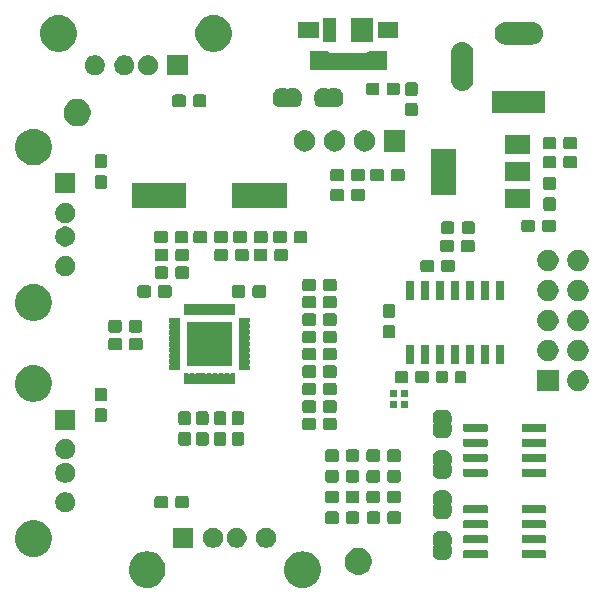
<source format=gbr>
G04 #@! TF.GenerationSoftware,KiCad,Pcbnew,5.1.5+dfsg1-2build2*
G04 #@! TF.CreationDate,2021-06-26T08:25:30+02:00*
G04 #@! TF.ProjectId,usb_switch,7573625f-7377-4697-9463-682e6b696361,rev?*
G04 #@! TF.SameCoordinates,Original*
G04 #@! TF.FileFunction,Soldermask,Top*
G04 #@! TF.FilePolarity,Negative*
%FSLAX46Y46*%
G04 Gerber Fmt 4.6, Leading zero omitted, Abs format (unit mm)*
G04 Created by KiCad (PCBNEW 5.1.5+dfsg1-2build2) date 2021-06-26 08:25:30*
%MOMM*%
%LPD*%
G04 APERTURE LIST*
%ADD10C,0.100000*%
G04 APERTURE END LIST*
D10*
G36*
X140293847Y-136173140D02*
G01*
X140522410Y-136218604D01*
X140804674Y-136335521D01*
X141058705Y-136505259D01*
X141274741Y-136721295D01*
X141444479Y-136975326D01*
X141561396Y-137257590D01*
X141621000Y-137557240D01*
X141621000Y-137862760D01*
X141561396Y-138162410D01*
X141444479Y-138444674D01*
X141274741Y-138698705D01*
X141058705Y-138914741D01*
X140804674Y-139084479D01*
X140522410Y-139201396D01*
X140372585Y-139231198D01*
X140222761Y-139261000D01*
X139917239Y-139261000D01*
X139767415Y-139231198D01*
X139617590Y-139201396D01*
X139335326Y-139084479D01*
X139081295Y-138914741D01*
X138865259Y-138698705D01*
X138695521Y-138444674D01*
X138578604Y-138162410D01*
X138519000Y-137862760D01*
X138519000Y-137557240D01*
X138578604Y-137257590D01*
X138695521Y-136975326D01*
X138865259Y-136721295D01*
X139081295Y-136505259D01*
X139335326Y-136335521D01*
X139617590Y-136218604D01*
X139846153Y-136173140D01*
X139917239Y-136159000D01*
X140222761Y-136159000D01*
X140293847Y-136173140D01*
G37*
G36*
X127153847Y-136173140D02*
G01*
X127382410Y-136218604D01*
X127664674Y-136335521D01*
X127918705Y-136505259D01*
X128134741Y-136721295D01*
X128304479Y-136975326D01*
X128421396Y-137257590D01*
X128481000Y-137557240D01*
X128481000Y-137862760D01*
X128421396Y-138162410D01*
X128304479Y-138444674D01*
X128134741Y-138698705D01*
X127918705Y-138914741D01*
X127664674Y-139084479D01*
X127382410Y-139201396D01*
X127232585Y-139231198D01*
X127082761Y-139261000D01*
X126777239Y-139261000D01*
X126627415Y-139231198D01*
X126477590Y-139201396D01*
X126195326Y-139084479D01*
X125941295Y-138914741D01*
X125725259Y-138698705D01*
X125555521Y-138444674D01*
X125438604Y-138162410D01*
X125379000Y-137862760D01*
X125379000Y-137557240D01*
X125438604Y-137257590D01*
X125555521Y-136975326D01*
X125725259Y-136721295D01*
X125941295Y-136505259D01*
X126195326Y-136335521D01*
X126477590Y-136218604D01*
X126706153Y-136173140D01*
X126777239Y-136159000D01*
X127082761Y-136159000D01*
X127153847Y-136173140D01*
G37*
G36*
X145024549Y-135871116D02*
G01*
X145135734Y-135893232D01*
X145345203Y-135979997D01*
X145533720Y-136105960D01*
X145694040Y-136266280D01*
X145816285Y-136449233D01*
X145820004Y-136454799D01*
X145845416Y-136516150D01*
X145906768Y-136664266D01*
X145951000Y-136886636D01*
X145951000Y-137113364D01*
X145906768Y-137335734D01*
X145820003Y-137545203D01*
X145694040Y-137733720D01*
X145533720Y-137894040D01*
X145345203Y-138020003D01*
X145135734Y-138106768D01*
X145024549Y-138128884D01*
X144913365Y-138151000D01*
X144686635Y-138151000D01*
X144575451Y-138128884D01*
X144464266Y-138106768D01*
X144254797Y-138020003D01*
X144066280Y-137894040D01*
X143905960Y-137733720D01*
X143779997Y-137545203D01*
X143693232Y-137335734D01*
X143649000Y-137113364D01*
X143649000Y-136886636D01*
X143693232Y-136664266D01*
X143754584Y-136516150D01*
X143779996Y-136454799D01*
X143783715Y-136449233D01*
X143905960Y-136266280D01*
X144066280Y-136105960D01*
X144254797Y-135979997D01*
X144464266Y-135893232D01*
X144575451Y-135871116D01*
X144686635Y-135849000D01*
X144913365Y-135849000D01*
X145024549Y-135871116D01*
G37*
G36*
X152162199Y-134449954D02*
G01*
X152174450Y-134450556D01*
X152192869Y-134450556D01*
X152215149Y-134452750D01*
X152299233Y-134469476D01*
X152320660Y-134475976D01*
X152399858Y-134508780D01*
X152405303Y-134511691D01*
X152405309Y-134511693D01*
X152414169Y-134516429D01*
X152414173Y-134516432D01*
X152419614Y-134519340D01*
X152490899Y-134566971D01*
X152508204Y-134581172D01*
X152568828Y-134641796D01*
X152583029Y-134659101D01*
X152630660Y-134730386D01*
X152633568Y-134735827D01*
X152633571Y-134735831D01*
X152638307Y-134744691D01*
X152638309Y-134744697D01*
X152641220Y-134750142D01*
X152674024Y-134829340D01*
X152680524Y-134850767D01*
X152697250Y-134934851D01*
X152699444Y-134957131D01*
X152699444Y-134975550D01*
X152700046Y-134987801D01*
X152701852Y-135006139D01*
X152701852Y-135493860D01*
X152700263Y-135509999D01*
X152697348Y-135519608D01*
X152692610Y-135528472D01*
X152686237Y-135536237D01*
X152673794Y-135546448D01*
X152663425Y-135553378D01*
X152646098Y-135570705D01*
X152632485Y-135591080D01*
X152623109Y-135613720D01*
X152618329Y-135637753D01*
X152618330Y-135662257D01*
X152623112Y-135686290D01*
X152632490Y-135708929D01*
X152646105Y-135729302D01*
X152663432Y-135746629D01*
X152673802Y-135753558D01*
X152686237Y-135763763D01*
X152692610Y-135771528D01*
X152697348Y-135780392D01*
X152700263Y-135790001D01*
X152701852Y-135806140D01*
X152701852Y-136293862D01*
X152700046Y-136312199D01*
X152699444Y-136324450D01*
X152699444Y-136342869D01*
X152697250Y-136365149D01*
X152680524Y-136449233D01*
X152674024Y-136470660D01*
X152641220Y-136549858D01*
X152638309Y-136555303D01*
X152638307Y-136555309D01*
X152633571Y-136564169D01*
X152633568Y-136564173D01*
X152630660Y-136569614D01*
X152583029Y-136640899D01*
X152568828Y-136658204D01*
X152508204Y-136718828D01*
X152490899Y-136733029D01*
X152419614Y-136780660D01*
X152414173Y-136783568D01*
X152414169Y-136783571D01*
X152405309Y-136788307D01*
X152405303Y-136788309D01*
X152399858Y-136791220D01*
X152320660Y-136824024D01*
X152299233Y-136830524D01*
X152215149Y-136847250D01*
X152192869Y-136849444D01*
X152174450Y-136849444D01*
X152162199Y-136850046D01*
X152143862Y-136851852D01*
X151656138Y-136851852D01*
X151637801Y-136850046D01*
X151625550Y-136849444D01*
X151607131Y-136849444D01*
X151584851Y-136847250D01*
X151500767Y-136830524D01*
X151479340Y-136824024D01*
X151400142Y-136791220D01*
X151394697Y-136788309D01*
X151394691Y-136788307D01*
X151385831Y-136783571D01*
X151385827Y-136783568D01*
X151380386Y-136780660D01*
X151309101Y-136733029D01*
X151291796Y-136718828D01*
X151231172Y-136658204D01*
X151216971Y-136640899D01*
X151169340Y-136569614D01*
X151166432Y-136564173D01*
X151166429Y-136564169D01*
X151161693Y-136555309D01*
X151161691Y-136555303D01*
X151158780Y-136549858D01*
X151125976Y-136470660D01*
X151119476Y-136449233D01*
X151102750Y-136365149D01*
X151100556Y-136342869D01*
X151100556Y-136324450D01*
X151099954Y-136312199D01*
X151098148Y-136293862D01*
X151098148Y-135806140D01*
X151099737Y-135790001D01*
X151102652Y-135780392D01*
X151107390Y-135771528D01*
X151113763Y-135763763D01*
X151126206Y-135753552D01*
X151136575Y-135746622D01*
X151153902Y-135729295D01*
X151167515Y-135708920D01*
X151176891Y-135686280D01*
X151181671Y-135662247D01*
X151181670Y-135637743D01*
X151176888Y-135613710D01*
X151167510Y-135591071D01*
X151153895Y-135570698D01*
X151136568Y-135553371D01*
X151126198Y-135546442D01*
X151113763Y-135536237D01*
X151107390Y-135528472D01*
X151102652Y-135519608D01*
X151099737Y-135509999D01*
X151098148Y-135493860D01*
X151098148Y-135006139D01*
X151099954Y-134987801D01*
X151100556Y-134975550D01*
X151100556Y-134957131D01*
X151102750Y-134934851D01*
X151119476Y-134850767D01*
X151125976Y-134829340D01*
X151158780Y-134750142D01*
X151161691Y-134744697D01*
X151161693Y-134744691D01*
X151166429Y-134735831D01*
X151166432Y-134735827D01*
X151169340Y-134730386D01*
X151216971Y-134659101D01*
X151231172Y-134641796D01*
X151291796Y-134581172D01*
X151309101Y-134566971D01*
X151380386Y-134519340D01*
X151385827Y-134516432D01*
X151385831Y-134516429D01*
X151394691Y-134511693D01*
X151394697Y-134511691D01*
X151400142Y-134508780D01*
X151479340Y-134475976D01*
X151500767Y-134469476D01*
X151584851Y-134452750D01*
X151607131Y-134450556D01*
X151625550Y-134450556D01*
X151637801Y-134449954D01*
X151656139Y-134448148D01*
X152143861Y-134448148D01*
X152162199Y-134449954D01*
G37*
G36*
X155659928Y-136056764D02*
G01*
X155681009Y-136063160D01*
X155700445Y-136073548D01*
X155717476Y-136087524D01*
X155731452Y-136104555D01*
X155741840Y-136123991D01*
X155748236Y-136145072D01*
X155751000Y-136173140D01*
X155751000Y-136636860D01*
X155748236Y-136664928D01*
X155741840Y-136686009D01*
X155731452Y-136705445D01*
X155717476Y-136722476D01*
X155700445Y-136736452D01*
X155681009Y-136746840D01*
X155659928Y-136753236D01*
X155631860Y-136756000D01*
X153818140Y-136756000D01*
X153790072Y-136753236D01*
X153768991Y-136746840D01*
X153749555Y-136736452D01*
X153732524Y-136722476D01*
X153718548Y-136705445D01*
X153708160Y-136686009D01*
X153701764Y-136664928D01*
X153699000Y-136636860D01*
X153699000Y-136173140D01*
X153701764Y-136145072D01*
X153708160Y-136123991D01*
X153718548Y-136104555D01*
X153732524Y-136087524D01*
X153749555Y-136073548D01*
X153768991Y-136063160D01*
X153790072Y-136056764D01*
X153818140Y-136054000D01*
X155631860Y-136054000D01*
X155659928Y-136056764D01*
G37*
G36*
X160609928Y-136056764D02*
G01*
X160631009Y-136063160D01*
X160650445Y-136073548D01*
X160667476Y-136087524D01*
X160681452Y-136104555D01*
X160691840Y-136123991D01*
X160698236Y-136145072D01*
X160701000Y-136173140D01*
X160701000Y-136636860D01*
X160698236Y-136664928D01*
X160691840Y-136686009D01*
X160681452Y-136705445D01*
X160667476Y-136722476D01*
X160650445Y-136736452D01*
X160631009Y-136746840D01*
X160609928Y-136753236D01*
X160581860Y-136756000D01*
X158768140Y-136756000D01*
X158740072Y-136753236D01*
X158718991Y-136746840D01*
X158699555Y-136736452D01*
X158682524Y-136722476D01*
X158668548Y-136705445D01*
X158658160Y-136686009D01*
X158651764Y-136664928D01*
X158649000Y-136636860D01*
X158649000Y-136173140D01*
X158651764Y-136145072D01*
X158658160Y-136123991D01*
X158668548Y-136104555D01*
X158682524Y-136087524D01*
X158699555Y-136073548D01*
X158718991Y-136063160D01*
X158740072Y-136056764D01*
X158768140Y-136054000D01*
X160581860Y-136054000D01*
X160609928Y-136056764D01*
G37*
G36*
X117484784Y-133527359D02*
G01*
X117742410Y-133578604D01*
X118024674Y-133695521D01*
X118278705Y-133865259D01*
X118494741Y-134081295D01*
X118664479Y-134335326D01*
X118760429Y-134566971D01*
X118781396Y-134617591D01*
X118841000Y-134917239D01*
X118841000Y-135222761D01*
X118816737Y-135344738D01*
X118781396Y-135522410D01*
X118664479Y-135804674D01*
X118494741Y-136058705D01*
X118278705Y-136274741D01*
X118024674Y-136444479D01*
X117742410Y-136561396D01*
X117592585Y-136591198D01*
X117442761Y-136621000D01*
X117137239Y-136621000D01*
X116987415Y-136591198D01*
X116837590Y-136561396D01*
X116555326Y-136444479D01*
X116301295Y-136274741D01*
X116085259Y-136058705D01*
X115915521Y-135804674D01*
X115798604Y-135522410D01*
X115763263Y-135344738D01*
X115739000Y-135222761D01*
X115739000Y-134917239D01*
X115798604Y-134617591D01*
X115819571Y-134566971D01*
X115915521Y-134335326D01*
X116085259Y-134081295D01*
X116301295Y-133865259D01*
X116555326Y-133695521D01*
X116837590Y-133578604D01*
X117095216Y-133527359D01*
X117137239Y-133519000D01*
X117442761Y-133519000D01*
X117484784Y-133527359D01*
G37*
G36*
X137248228Y-134181703D02*
G01*
X137403100Y-134245853D01*
X137542481Y-134338985D01*
X137661015Y-134457519D01*
X137754147Y-134596900D01*
X137818297Y-134751772D01*
X137851000Y-134916184D01*
X137851000Y-135083816D01*
X137818297Y-135248228D01*
X137754147Y-135403100D01*
X137661015Y-135542481D01*
X137542481Y-135661015D01*
X137403100Y-135754147D01*
X137248228Y-135818297D01*
X137083816Y-135851000D01*
X136916184Y-135851000D01*
X136751772Y-135818297D01*
X136596900Y-135754147D01*
X136457519Y-135661015D01*
X136338985Y-135542481D01*
X136245853Y-135403100D01*
X136181703Y-135248228D01*
X136149000Y-135083816D01*
X136149000Y-134916184D01*
X136181703Y-134751772D01*
X136245853Y-134596900D01*
X136338985Y-134457519D01*
X136457519Y-134338985D01*
X136596900Y-134245853D01*
X136751772Y-134181703D01*
X136916184Y-134149000D01*
X137083816Y-134149000D01*
X137248228Y-134181703D01*
G37*
G36*
X134748228Y-134181703D02*
G01*
X134903100Y-134245853D01*
X135042481Y-134338985D01*
X135161015Y-134457519D01*
X135254147Y-134596900D01*
X135318297Y-134751772D01*
X135351000Y-134916184D01*
X135351000Y-135083816D01*
X135318297Y-135248228D01*
X135254147Y-135403100D01*
X135161015Y-135542481D01*
X135042481Y-135661015D01*
X134903100Y-135754147D01*
X134748228Y-135818297D01*
X134583816Y-135851000D01*
X134416184Y-135851000D01*
X134251772Y-135818297D01*
X134096900Y-135754147D01*
X133957519Y-135661015D01*
X133838985Y-135542481D01*
X133745853Y-135403100D01*
X133681703Y-135248228D01*
X133649000Y-135083816D01*
X133649000Y-134916184D01*
X133681703Y-134751772D01*
X133745853Y-134596900D01*
X133838985Y-134457519D01*
X133957519Y-134338985D01*
X134096900Y-134245853D01*
X134251772Y-134181703D01*
X134416184Y-134149000D01*
X134583816Y-134149000D01*
X134748228Y-134181703D01*
G37*
G36*
X132748228Y-134181703D02*
G01*
X132903100Y-134245853D01*
X133042481Y-134338985D01*
X133161015Y-134457519D01*
X133254147Y-134596900D01*
X133318297Y-134751772D01*
X133351000Y-134916184D01*
X133351000Y-135083816D01*
X133318297Y-135248228D01*
X133254147Y-135403100D01*
X133161015Y-135542481D01*
X133042481Y-135661015D01*
X132903100Y-135754147D01*
X132748228Y-135818297D01*
X132583816Y-135851000D01*
X132416184Y-135851000D01*
X132251772Y-135818297D01*
X132096900Y-135754147D01*
X131957519Y-135661015D01*
X131838985Y-135542481D01*
X131745853Y-135403100D01*
X131681703Y-135248228D01*
X131649000Y-135083816D01*
X131649000Y-134916184D01*
X131681703Y-134751772D01*
X131745853Y-134596900D01*
X131838985Y-134457519D01*
X131957519Y-134338985D01*
X132096900Y-134245853D01*
X132251772Y-134181703D01*
X132416184Y-134149000D01*
X132583816Y-134149000D01*
X132748228Y-134181703D01*
G37*
G36*
X130851000Y-135851000D02*
G01*
X129149000Y-135851000D01*
X129149000Y-134149000D01*
X130851000Y-134149000D01*
X130851000Y-135851000D01*
G37*
G36*
X155659928Y-134786764D02*
G01*
X155681009Y-134793160D01*
X155700445Y-134803548D01*
X155717476Y-134817524D01*
X155731452Y-134834555D01*
X155741840Y-134853991D01*
X155748236Y-134875072D01*
X155751000Y-134903140D01*
X155751000Y-135366860D01*
X155748236Y-135394928D01*
X155741840Y-135416009D01*
X155731452Y-135435445D01*
X155717476Y-135452476D01*
X155700445Y-135466452D01*
X155681009Y-135476840D01*
X155659928Y-135483236D01*
X155631860Y-135486000D01*
X153818140Y-135486000D01*
X153790072Y-135483236D01*
X153768991Y-135476840D01*
X153749555Y-135466452D01*
X153732524Y-135452476D01*
X153718548Y-135435445D01*
X153708160Y-135416009D01*
X153701764Y-135394928D01*
X153699000Y-135366860D01*
X153699000Y-134903140D01*
X153701764Y-134875072D01*
X153708160Y-134853991D01*
X153718548Y-134834555D01*
X153732524Y-134817524D01*
X153749555Y-134803548D01*
X153768991Y-134793160D01*
X153790072Y-134786764D01*
X153818140Y-134784000D01*
X155631860Y-134784000D01*
X155659928Y-134786764D01*
G37*
G36*
X160609928Y-134786764D02*
G01*
X160631009Y-134793160D01*
X160650445Y-134803548D01*
X160667476Y-134817524D01*
X160681452Y-134834555D01*
X160691840Y-134853991D01*
X160698236Y-134875072D01*
X160701000Y-134903140D01*
X160701000Y-135366860D01*
X160698236Y-135394928D01*
X160691840Y-135416009D01*
X160681452Y-135435445D01*
X160667476Y-135452476D01*
X160650445Y-135466452D01*
X160631009Y-135476840D01*
X160609928Y-135483236D01*
X160581860Y-135486000D01*
X158768140Y-135486000D01*
X158740072Y-135483236D01*
X158718991Y-135476840D01*
X158699555Y-135466452D01*
X158682524Y-135452476D01*
X158668548Y-135435445D01*
X158658160Y-135416009D01*
X158651764Y-135394928D01*
X158649000Y-135366860D01*
X158649000Y-134903140D01*
X158651764Y-134875072D01*
X158658160Y-134853991D01*
X158668548Y-134834555D01*
X158682524Y-134817524D01*
X158699555Y-134803548D01*
X158718991Y-134793160D01*
X158740072Y-134786764D01*
X158768140Y-134784000D01*
X160581860Y-134784000D01*
X160609928Y-134786764D01*
G37*
G36*
X155659928Y-133516764D02*
G01*
X155681009Y-133523160D01*
X155700445Y-133533548D01*
X155717476Y-133547524D01*
X155731452Y-133564555D01*
X155741840Y-133583991D01*
X155748236Y-133605072D01*
X155751000Y-133633140D01*
X155751000Y-134096860D01*
X155748236Y-134124928D01*
X155741840Y-134146009D01*
X155731452Y-134165445D01*
X155717476Y-134182476D01*
X155700445Y-134196452D01*
X155681009Y-134206840D01*
X155659928Y-134213236D01*
X155631860Y-134216000D01*
X153818140Y-134216000D01*
X153790072Y-134213236D01*
X153768991Y-134206840D01*
X153749555Y-134196452D01*
X153732524Y-134182476D01*
X153718548Y-134165445D01*
X153708160Y-134146009D01*
X153701764Y-134124928D01*
X153699000Y-134096860D01*
X153699000Y-133633140D01*
X153701764Y-133605072D01*
X153708160Y-133583991D01*
X153718548Y-133564555D01*
X153732524Y-133547524D01*
X153749555Y-133533548D01*
X153768991Y-133523160D01*
X153790072Y-133516764D01*
X153818140Y-133514000D01*
X155631860Y-133514000D01*
X155659928Y-133516764D01*
G37*
G36*
X160609928Y-133516764D02*
G01*
X160631009Y-133523160D01*
X160650445Y-133533548D01*
X160667476Y-133547524D01*
X160681452Y-133564555D01*
X160691840Y-133583991D01*
X160698236Y-133605072D01*
X160701000Y-133633140D01*
X160701000Y-134096860D01*
X160698236Y-134124928D01*
X160691840Y-134146009D01*
X160681452Y-134165445D01*
X160667476Y-134182476D01*
X160650445Y-134196452D01*
X160631009Y-134206840D01*
X160609928Y-134213236D01*
X160581860Y-134216000D01*
X158768140Y-134216000D01*
X158740072Y-134213236D01*
X158718991Y-134206840D01*
X158699555Y-134196452D01*
X158682524Y-134182476D01*
X158668548Y-134165445D01*
X158658160Y-134146009D01*
X158651764Y-134124928D01*
X158649000Y-134096860D01*
X158649000Y-133633140D01*
X158651764Y-133605072D01*
X158658160Y-133583991D01*
X158668548Y-133564555D01*
X158682524Y-133547524D01*
X158699555Y-133533548D01*
X158718991Y-133523160D01*
X158740072Y-133516764D01*
X158768140Y-133514000D01*
X160581860Y-133514000D01*
X160609928Y-133516764D01*
G37*
G36*
X146514499Y-132778445D02*
G01*
X146551995Y-132789820D01*
X146586554Y-132808292D01*
X146616847Y-132833153D01*
X146641708Y-132863446D01*
X146660180Y-132898005D01*
X146671555Y-132935501D01*
X146676000Y-132980638D01*
X146676000Y-133619362D01*
X146671555Y-133664499D01*
X146660180Y-133701995D01*
X146641708Y-133736554D01*
X146616847Y-133766847D01*
X146586554Y-133791708D01*
X146551995Y-133810180D01*
X146514499Y-133821555D01*
X146469362Y-133826000D01*
X145730638Y-133826000D01*
X145685501Y-133821555D01*
X145648005Y-133810180D01*
X145613446Y-133791708D01*
X145583153Y-133766847D01*
X145558292Y-133736554D01*
X145539820Y-133701995D01*
X145528445Y-133664499D01*
X145524000Y-133619362D01*
X145524000Y-132980638D01*
X145528445Y-132935501D01*
X145539820Y-132898005D01*
X145558292Y-132863446D01*
X145583153Y-132833153D01*
X145613446Y-132808292D01*
X145648005Y-132789820D01*
X145685501Y-132778445D01*
X145730638Y-132774000D01*
X146469362Y-132774000D01*
X146514499Y-132778445D01*
G37*
G36*
X148264499Y-132778445D02*
G01*
X148301995Y-132789820D01*
X148336554Y-132808292D01*
X148366847Y-132833153D01*
X148391708Y-132863446D01*
X148410180Y-132898005D01*
X148421555Y-132935501D01*
X148426000Y-132980638D01*
X148426000Y-133619362D01*
X148421555Y-133664499D01*
X148410180Y-133701995D01*
X148391708Y-133736554D01*
X148366847Y-133766847D01*
X148336554Y-133791708D01*
X148301995Y-133810180D01*
X148264499Y-133821555D01*
X148219362Y-133826000D01*
X147480638Y-133826000D01*
X147435501Y-133821555D01*
X147398005Y-133810180D01*
X147363446Y-133791708D01*
X147333153Y-133766847D01*
X147308292Y-133736554D01*
X147289820Y-133701995D01*
X147278445Y-133664499D01*
X147274000Y-133619362D01*
X147274000Y-132980638D01*
X147278445Y-132935501D01*
X147289820Y-132898005D01*
X147308292Y-132863446D01*
X147333153Y-132833153D01*
X147363446Y-132808292D01*
X147398005Y-132789820D01*
X147435501Y-132778445D01*
X147480638Y-132774000D01*
X148219362Y-132774000D01*
X148264499Y-132778445D01*
G37*
G36*
X142989499Y-132778445D02*
G01*
X143026995Y-132789820D01*
X143061554Y-132808292D01*
X143091847Y-132833153D01*
X143116708Y-132863446D01*
X143135180Y-132898005D01*
X143146555Y-132935501D01*
X143151000Y-132980638D01*
X143151000Y-133619362D01*
X143146555Y-133664499D01*
X143135180Y-133701995D01*
X143116708Y-133736554D01*
X143091847Y-133766847D01*
X143061554Y-133791708D01*
X143026995Y-133810180D01*
X142989499Y-133821555D01*
X142944362Y-133826000D01*
X142205638Y-133826000D01*
X142160501Y-133821555D01*
X142123005Y-133810180D01*
X142088446Y-133791708D01*
X142058153Y-133766847D01*
X142033292Y-133736554D01*
X142014820Y-133701995D01*
X142003445Y-133664499D01*
X141999000Y-133619362D01*
X141999000Y-132980638D01*
X142003445Y-132935501D01*
X142014820Y-132898005D01*
X142033292Y-132863446D01*
X142058153Y-132833153D01*
X142088446Y-132808292D01*
X142123005Y-132789820D01*
X142160501Y-132778445D01*
X142205638Y-132774000D01*
X142944362Y-132774000D01*
X142989499Y-132778445D01*
G37*
G36*
X144739499Y-132778445D02*
G01*
X144776995Y-132789820D01*
X144811554Y-132808292D01*
X144841847Y-132833153D01*
X144866708Y-132863446D01*
X144885180Y-132898005D01*
X144896555Y-132935501D01*
X144901000Y-132980638D01*
X144901000Y-133619362D01*
X144896555Y-133664499D01*
X144885180Y-133701995D01*
X144866708Y-133736554D01*
X144841847Y-133766847D01*
X144811554Y-133791708D01*
X144776995Y-133810180D01*
X144739499Y-133821555D01*
X144694362Y-133826000D01*
X143955638Y-133826000D01*
X143910501Y-133821555D01*
X143873005Y-133810180D01*
X143838446Y-133791708D01*
X143808153Y-133766847D01*
X143783292Y-133736554D01*
X143764820Y-133701995D01*
X143753445Y-133664499D01*
X143749000Y-133619362D01*
X143749000Y-132980638D01*
X143753445Y-132935501D01*
X143764820Y-132898005D01*
X143783292Y-132863446D01*
X143808153Y-132833153D01*
X143838446Y-132808292D01*
X143873005Y-132789820D01*
X143910501Y-132778445D01*
X143955638Y-132774000D01*
X144694362Y-132774000D01*
X144739499Y-132778445D01*
G37*
G36*
X152162199Y-130999954D02*
G01*
X152174450Y-131000556D01*
X152192869Y-131000556D01*
X152215149Y-131002750D01*
X152299233Y-131019476D01*
X152320660Y-131025976D01*
X152399858Y-131058780D01*
X152405303Y-131061691D01*
X152405309Y-131061693D01*
X152414169Y-131066429D01*
X152414173Y-131066432D01*
X152419614Y-131069340D01*
X152490899Y-131116971D01*
X152508204Y-131131172D01*
X152568828Y-131191796D01*
X152583029Y-131209101D01*
X152630660Y-131280386D01*
X152633568Y-131285827D01*
X152633571Y-131285831D01*
X152638307Y-131294691D01*
X152638309Y-131294697D01*
X152641220Y-131300142D01*
X152674024Y-131379340D01*
X152680524Y-131400767D01*
X152697250Y-131484851D01*
X152699444Y-131507131D01*
X152699444Y-131525550D01*
X152700046Y-131537801D01*
X152701852Y-131556139D01*
X152701852Y-132043860D01*
X152700263Y-132059999D01*
X152697348Y-132069608D01*
X152692610Y-132078472D01*
X152686237Y-132086237D01*
X152673794Y-132096448D01*
X152663425Y-132103378D01*
X152646098Y-132120705D01*
X152632485Y-132141080D01*
X152623109Y-132163720D01*
X152618329Y-132187753D01*
X152618330Y-132212257D01*
X152623112Y-132236290D01*
X152632490Y-132258929D01*
X152646105Y-132279302D01*
X152663432Y-132296629D01*
X152673802Y-132303558D01*
X152686237Y-132313763D01*
X152692610Y-132321528D01*
X152697348Y-132330392D01*
X152700263Y-132340001D01*
X152701852Y-132356140D01*
X152701852Y-132843862D01*
X152700046Y-132862199D01*
X152699444Y-132874450D01*
X152699444Y-132892869D01*
X152697250Y-132915149D01*
X152680524Y-132999233D01*
X152674024Y-133020660D01*
X152641220Y-133099858D01*
X152638309Y-133105303D01*
X152638307Y-133105309D01*
X152633571Y-133114169D01*
X152633568Y-133114173D01*
X152630660Y-133119614D01*
X152583029Y-133190899D01*
X152568828Y-133208204D01*
X152508204Y-133268828D01*
X152490899Y-133283029D01*
X152419614Y-133330660D01*
X152414173Y-133333568D01*
X152414169Y-133333571D01*
X152405309Y-133338307D01*
X152405303Y-133338309D01*
X152399858Y-133341220D01*
X152320660Y-133374024D01*
X152299233Y-133380524D01*
X152215149Y-133397250D01*
X152192869Y-133399444D01*
X152174450Y-133399444D01*
X152162199Y-133400046D01*
X152143862Y-133401852D01*
X151656138Y-133401852D01*
X151637801Y-133400046D01*
X151625550Y-133399444D01*
X151607131Y-133399444D01*
X151584851Y-133397250D01*
X151500767Y-133380524D01*
X151479340Y-133374024D01*
X151400142Y-133341220D01*
X151394697Y-133338309D01*
X151394691Y-133338307D01*
X151385831Y-133333571D01*
X151385827Y-133333568D01*
X151380386Y-133330660D01*
X151309101Y-133283029D01*
X151291796Y-133268828D01*
X151231172Y-133208204D01*
X151216971Y-133190899D01*
X151169340Y-133119614D01*
X151166432Y-133114173D01*
X151166429Y-133114169D01*
X151161693Y-133105309D01*
X151161691Y-133105303D01*
X151158780Y-133099858D01*
X151125976Y-133020660D01*
X151119476Y-132999233D01*
X151102750Y-132915149D01*
X151100556Y-132892869D01*
X151100556Y-132874450D01*
X151099954Y-132862199D01*
X151098148Y-132843862D01*
X151098148Y-132356140D01*
X151099737Y-132340001D01*
X151102652Y-132330392D01*
X151107390Y-132321528D01*
X151113763Y-132313763D01*
X151126206Y-132303552D01*
X151136575Y-132296622D01*
X151153902Y-132279295D01*
X151167515Y-132258920D01*
X151176891Y-132236280D01*
X151181671Y-132212247D01*
X151181670Y-132187743D01*
X151176888Y-132163710D01*
X151167510Y-132141071D01*
X151153895Y-132120698D01*
X151136568Y-132103371D01*
X151126198Y-132096442D01*
X151113763Y-132086237D01*
X151107390Y-132078472D01*
X151102652Y-132069608D01*
X151099737Y-132059999D01*
X151098148Y-132043860D01*
X151098148Y-131556139D01*
X151099954Y-131537801D01*
X151100556Y-131525550D01*
X151100556Y-131507131D01*
X151102750Y-131484851D01*
X151119476Y-131400767D01*
X151125976Y-131379340D01*
X151158780Y-131300142D01*
X151161691Y-131294697D01*
X151161693Y-131294691D01*
X151166429Y-131285831D01*
X151166432Y-131285827D01*
X151169340Y-131280386D01*
X151216971Y-131209101D01*
X151231172Y-131191796D01*
X151291796Y-131131172D01*
X151309101Y-131116971D01*
X151380386Y-131069340D01*
X151385827Y-131066432D01*
X151385831Y-131066429D01*
X151394691Y-131061693D01*
X151394697Y-131061691D01*
X151400142Y-131058780D01*
X151479340Y-131025976D01*
X151500767Y-131019476D01*
X151584851Y-131002750D01*
X151607131Y-131000556D01*
X151625550Y-131000556D01*
X151637801Y-130999954D01*
X151656139Y-130998148D01*
X152143861Y-130998148D01*
X152162199Y-130999954D01*
G37*
G36*
X160609928Y-132246764D02*
G01*
X160631009Y-132253160D01*
X160650445Y-132263548D01*
X160667476Y-132277524D01*
X160681452Y-132294555D01*
X160691840Y-132313991D01*
X160698236Y-132335072D01*
X160701000Y-132363140D01*
X160701000Y-132826860D01*
X160698236Y-132854928D01*
X160691840Y-132876009D01*
X160681452Y-132895445D01*
X160667476Y-132912476D01*
X160650445Y-132926452D01*
X160631009Y-132936840D01*
X160609928Y-132943236D01*
X160581860Y-132946000D01*
X158768140Y-132946000D01*
X158740072Y-132943236D01*
X158718991Y-132936840D01*
X158699555Y-132926452D01*
X158682524Y-132912476D01*
X158668548Y-132895445D01*
X158658160Y-132876009D01*
X158651764Y-132854928D01*
X158649000Y-132826860D01*
X158649000Y-132363140D01*
X158651764Y-132335072D01*
X158658160Y-132313991D01*
X158668548Y-132294555D01*
X158682524Y-132277524D01*
X158699555Y-132263548D01*
X158718991Y-132253160D01*
X158740072Y-132246764D01*
X158768140Y-132244000D01*
X160581860Y-132244000D01*
X160609928Y-132246764D01*
G37*
G36*
X155659928Y-132246764D02*
G01*
X155681009Y-132253160D01*
X155700445Y-132263548D01*
X155717476Y-132277524D01*
X155731452Y-132294555D01*
X155741840Y-132313991D01*
X155748236Y-132335072D01*
X155751000Y-132363140D01*
X155751000Y-132826860D01*
X155748236Y-132854928D01*
X155741840Y-132876009D01*
X155731452Y-132895445D01*
X155717476Y-132912476D01*
X155700445Y-132926452D01*
X155681009Y-132936840D01*
X155659928Y-132943236D01*
X155631860Y-132946000D01*
X153818140Y-132946000D01*
X153790072Y-132943236D01*
X153768991Y-132936840D01*
X153749555Y-132926452D01*
X153732524Y-132912476D01*
X153718548Y-132895445D01*
X153708160Y-132876009D01*
X153701764Y-132854928D01*
X153699000Y-132826860D01*
X153699000Y-132363140D01*
X153701764Y-132335072D01*
X153708160Y-132313991D01*
X153718548Y-132294555D01*
X153732524Y-132277524D01*
X153749555Y-132263548D01*
X153768991Y-132253160D01*
X153790072Y-132246764D01*
X153818140Y-132244000D01*
X155631860Y-132244000D01*
X155659928Y-132246764D01*
G37*
G36*
X120248228Y-131181703D02*
G01*
X120403100Y-131245853D01*
X120542481Y-131338985D01*
X120661015Y-131457519D01*
X120754147Y-131596900D01*
X120818297Y-131751772D01*
X120851000Y-131916184D01*
X120851000Y-132083816D01*
X120818297Y-132248228D01*
X120754147Y-132403100D01*
X120661015Y-132542481D01*
X120542481Y-132661015D01*
X120403100Y-132754147D01*
X120248228Y-132818297D01*
X120083816Y-132851000D01*
X119916184Y-132851000D01*
X119751772Y-132818297D01*
X119596900Y-132754147D01*
X119457519Y-132661015D01*
X119338985Y-132542481D01*
X119245853Y-132403100D01*
X119181703Y-132248228D01*
X119149000Y-132083816D01*
X119149000Y-131916184D01*
X119181703Y-131751772D01*
X119245853Y-131596900D01*
X119338985Y-131457519D01*
X119457519Y-131338985D01*
X119596900Y-131245853D01*
X119751772Y-131181703D01*
X119916184Y-131149000D01*
X120083816Y-131149000D01*
X120248228Y-131181703D01*
G37*
G36*
X128539499Y-131478445D02*
G01*
X128576995Y-131489820D01*
X128611554Y-131508292D01*
X128641847Y-131533153D01*
X128666708Y-131563446D01*
X128685180Y-131598005D01*
X128696555Y-131635501D01*
X128701000Y-131680638D01*
X128701000Y-132319362D01*
X128696555Y-132364499D01*
X128685180Y-132401995D01*
X128666708Y-132436554D01*
X128641847Y-132466847D01*
X128611554Y-132491708D01*
X128576995Y-132510180D01*
X128539499Y-132521555D01*
X128494362Y-132526000D01*
X127755638Y-132526000D01*
X127710501Y-132521555D01*
X127673005Y-132510180D01*
X127638446Y-132491708D01*
X127608153Y-132466847D01*
X127583292Y-132436554D01*
X127564820Y-132401995D01*
X127553445Y-132364499D01*
X127549000Y-132319362D01*
X127549000Y-131680638D01*
X127553445Y-131635501D01*
X127564820Y-131598005D01*
X127583292Y-131563446D01*
X127608153Y-131533153D01*
X127638446Y-131508292D01*
X127673005Y-131489820D01*
X127710501Y-131478445D01*
X127755638Y-131474000D01*
X128494362Y-131474000D01*
X128539499Y-131478445D01*
G37*
G36*
X130289499Y-131478445D02*
G01*
X130326995Y-131489820D01*
X130361554Y-131508292D01*
X130391847Y-131533153D01*
X130416708Y-131563446D01*
X130435180Y-131598005D01*
X130446555Y-131635501D01*
X130451000Y-131680638D01*
X130451000Y-132319362D01*
X130446555Y-132364499D01*
X130435180Y-132401995D01*
X130416708Y-132436554D01*
X130391847Y-132466847D01*
X130361554Y-132491708D01*
X130326995Y-132510180D01*
X130289499Y-132521555D01*
X130244362Y-132526000D01*
X129505638Y-132526000D01*
X129460501Y-132521555D01*
X129423005Y-132510180D01*
X129388446Y-132491708D01*
X129358153Y-132466847D01*
X129333292Y-132436554D01*
X129314820Y-132401995D01*
X129303445Y-132364499D01*
X129299000Y-132319362D01*
X129299000Y-131680638D01*
X129303445Y-131635501D01*
X129314820Y-131598005D01*
X129333292Y-131563446D01*
X129358153Y-131533153D01*
X129388446Y-131508292D01*
X129423005Y-131489820D01*
X129460501Y-131478445D01*
X129505638Y-131474000D01*
X130244362Y-131474000D01*
X130289499Y-131478445D01*
G37*
G36*
X142989499Y-131028445D02*
G01*
X143026995Y-131039820D01*
X143061554Y-131058292D01*
X143091847Y-131083153D01*
X143116708Y-131113446D01*
X143135180Y-131148005D01*
X143146555Y-131185501D01*
X143151000Y-131230638D01*
X143151000Y-131869362D01*
X143146555Y-131914499D01*
X143135180Y-131951995D01*
X143116708Y-131986554D01*
X143091847Y-132016847D01*
X143061554Y-132041708D01*
X143026995Y-132060180D01*
X142989499Y-132071555D01*
X142944362Y-132076000D01*
X142205638Y-132076000D01*
X142160501Y-132071555D01*
X142123005Y-132060180D01*
X142088446Y-132041708D01*
X142058153Y-132016847D01*
X142033292Y-131986554D01*
X142014820Y-131951995D01*
X142003445Y-131914499D01*
X141999000Y-131869362D01*
X141999000Y-131230638D01*
X142003445Y-131185501D01*
X142014820Y-131148005D01*
X142033292Y-131113446D01*
X142058153Y-131083153D01*
X142088446Y-131058292D01*
X142123005Y-131039820D01*
X142160501Y-131028445D01*
X142205638Y-131024000D01*
X142944362Y-131024000D01*
X142989499Y-131028445D01*
G37*
G36*
X144739499Y-131028445D02*
G01*
X144776995Y-131039820D01*
X144811554Y-131058292D01*
X144841847Y-131083153D01*
X144866708Y-131113446D01*
X144885180Y-131148005D01*
X144896555Y-131185501D01*
X144901000Y-131230638D01*
X144901000Y-131869362D01*
X144896555Y-131914499D01*
X144885180Y-131951995D01*
X144866708Y-131986554D01*
X144841847Y-132016847D01*
X144811554Y-132041708D01*
X144776995Y-132060180D01*
X144739499Y-132071555D01*
X144694362Y-132076000D01*
X143955638Y-132076000D01*
X143910501Y-132071555D01*
X143873005Y-132060180D01*
X143838446Y-132041708D01*
X143808153Y-132016847D01*
X143783292Y-131986554D01*
X143764820Y-131951995D01*
X143753445Y-131914499D01*
X143749000Y-131869362D01*
X143749000Y-131230638D01*
X143753445Y-131185501D01*
X143764820Y-131148005D01*
X143783292Y-131113446D01*
X143808153Y-131083153D01*
X143838446Y-131058292D01*
X143873005Y-131039820D01*
X143910501Y-131028445D01*
X143955638Y-131024000D01*
X144694362Y-131024000D01*
X144739499Y-131028445D01*
G37*
G36*
X146489499Y-131028445D02*
G01*
X146526995Y-131039820D01*
X146561554Y-131058292D01*
X146591847Y-131083153D01*
X146616708Y-131113446D01*
X146635180Y-131148005D01*
X146646555Y-131185501D01*
X146651000Y-131230638D01*
X146651000Y-131869362D01*
X146646555Y-131914499D01*
X146635180Y-131951995D01*
X146616708Y-131986554D01*
X146591847Y-132016847D01*
X146561554Y-132041708D01*
X146526995Y-132060180D01*
X146489499Y-132071555D01*
X146444362Y-132076000D01*
X145705638Y-132076000D01*
X145660501Y-132071555D01*
X145623005Y-132060180D01*
X145588446Y-132041708D01*
X145558153Y-132016847D01*
X145533292Y-131986554D01*
X145514820Y-131951995D01*
X145503445Y-131914499D01*
X145499000Y-131869362D01*
X145499000Y-131230638D01*
X145503445Y-131185501D01*
X145514820Y-131148005D01*
X145533292Y-131113446D01*
X145558153Y-131083153D01*
X145588446Y-131058292D01*
X145623005Y-131039820D01*
X145660501Y-131028445D01*
X145705638Y-131024000D01*
X146444362Y-131024000D01*
X146489499Y-131028445D01*
G37*
G36*
X148239499Y-131028445D02*
G01*
X148276995Y-131039820D01*
X148311554Y-131058292D01*
X148341847Y-131083153D01*
X148366708Y-131113446D01*
X148385180Y-131148005D01*
X148396555Y-131185501D01*
X148401000Y-131230638D01*
X148401000Y-131869362D01*
X148396555Y-131914499D01*
X148385180Y-131951995D01*
X148366708Y-131986554D01*
X148341847Y-132016847D01*
X148311554Y-132041708D01*
X148276995Y-132060180D01*
X148239499Y-132071555D01*
X148194362Y-132076000D01*
X147455638Y-132076000D01*
X147410501Y-132071555D01*
X147373005Y-132060180D01*
X147338446Y-132041708D01*
X147308153Y-132016847D01*
X147283292Y-131986554D01*
X147264820Y-131951995D01*
X147253445Y-131914499D01*
X147249000Y-131869362D01*
X147249000Y-131230638D01*
X147253445Y-131185501D01*
X147264820Y-131148005D01*
X147283292Y-131113446D01*
X147308153Y-131083153D01*
X147338446Y-131058292D01*
X147373005Y-131039820D01*
X147410501Y-131028445D01*
X147455638Y-131024000D01*
X148194362Y-131024000D01*
X148239499Y-131028445D01*
G37*
G36*
X120248228Y-128681703D02*
G01*
X120403100Y-128745853D01*
X120542481Y-128838985D01*
X120661015Y-128957519D01*
X120754147Y-129096900D01*
X120818297Y-129251772D01*
X120851000Y-129416184D01*
X120851000Y-129583816D01*
X120818297Y-129748228D01*
X120754147Y-129903100D01*
X120661015Y-130042481D01*
X120542481Y-130161015D01*
X120403100Y-130254147D01*
X120248228Y-130318297D01*
X120083816Y-130351000D01*
X119916184Y-130351000D01*
X119751772Y-130318297D01*
X119596900Y-130254147D01*
X119457519Y-130161015D01*
X119338985Y-130042481D01*
X119245853Y-129903100D01*
X119181703Y-129748228D01*
X119149000Y-129583816D01*
X119149000Y-129416184D01*
X119181703Y-129251772D01*
X119245853Y-129096900D01*
X119338985Y-128957519D01*
X119457519Y-128838985D01*
X119596900Y-128745853D01*
X119751772Y-128681703D01*
X119916184Y-128649000D01*
X120083816Y-128649000D01*
X120248228Y-128681703D01*
G37*
G36*
X146489499Y-129278445D02*
G01*
X146526995Y-129289820D01*
X146561554Y-129308292D01*
X146591847Y-129333153D01*
X146616708Y-129363446D01*
X146635180Y-129398005D01*
X146646555Y-129435501D01*
X146651000Y-129480638D01*
X146651000Y-130119362D01*
X146646555Y-130164499D01*
X146635180Y-130201995D01*
X146616708Y-130236554D01*
X146591847Y-130266847D01*
X146561554Y-130291708D01*
X146526995Y-130310180D01*
X146489499Y-130321555D01*
X146444362Y-130326000D01*
X145705638Y-130326000D01*
X145660501Y-130321555D01*
X145623005Y-130310180D01*
X145588446Y-130291708D01*
X145558153Y-130266847D01*
X145533292Y-130236554D01*
X145514820Y-130201995D01*
X145503445Y-130164499D01*
X145499000Y-130119362D01*
X145499000Y-129480638D01*
X145503445Y-129435501D01*
X145514820Y-129398005D01*
X145533292Y-129363446D01*
X145558153Y-129333153D01*
X145588446Y-129308292D01*
X145623005Y-129289820D01*
X145660501Y-129278445D01*
X145705638Y-129274000D01*
X146444362Y-129274000D01*
X146489499Y-129278445D01*
G37*
G36*
X142989499Y-129278445D02*
G01*
X143026995Y-129289820D01*
X143061554Y-129308292D01*
X143091847Y-129333153D01*
X143116708Y-129363446D01*
X143135180Y-129398005D01*
X143146555Y-129435501D01*
X143151000Y-129480638D01*
X143151000Y-130119362D01*
X143146555Y-130164499D01*
X143135180Y-130201995D01*
X143116708Y-130236554D01*
X143091847Y-130266847D01*
X143061554Y-130291708D01*
X143026995Y-130310180D01*
X142989499Y-130321555D01*
X142944362Y-130326000D01*
X142205638Y-130326000D01*
X142160501Y-130321555D01*
X142123005Y-130310180D01*
X142088446Y-130291708D01*
X142058153Y-130266847D01*
X142033292Y-130236554D01*
X142014820Y-130201995D01*
X142003445Y-130164499D01*
X141999000Y-130119362D01*
X141999000Y-129480638D01*
X142003445Y-129435501D01*
X142014820Y-129398005D01*
X142033292Y-129363446D01*
X142058153Y-129333153D01*
X142088446Y-129308292D01*
X142123005Y-129289820D01*
X142160501Y-129278445D01*
X142205638Y-129274000D01*
X142944362Y-129274000D01*
X142989499Y-129278445D01*
G37*
G36*
X148239499Y-129278445D02*
G01*
X148276995Y-129289820D01*
X148311554Y-129308292D01*
X148341847Y-129333153D01*
X148366708Y-129363446D01*
X148385180Y-129398005D01*
X148396555Y-129435501D01*
X148401000Y-129480638D01*
X148401000Y-130119362D01*
X148396555Y-130164499D01*
X148385180Y-130201995D01*
X148366708Y-130236554D01*
X148341847Y-130266847D01*
X148311554Y-130291708D01*
X148276995Y-130310180D01*
X148239499Y-130321555D01*
X148194362Y-130326000D01*
X147455638Y-130326000D01*
X147410501Y-130321555D01*
X147373005Y-130310180D01*
X147338446Y-130291708D01*
X147308153Y-130266847D01*
X147283292Y-130236554D01*
X147264820Y-130201995D01*
X147253445Y-130164499D01*
X147249000Y-130119362D01*
X147249000Y-129480638D01*
X147253445Y-129435501D01*
X147264820Y-129398005D01*
X147283292Y-129363446D01*
X147308153Y-129333153D01*
X147338446Y-129308292D01*
X147373005Y-129289820D01*
X147410501Y-129278445D01*
X147455638Y-129274000D01*
X148194362Y-129274000D01*
X148239499Y-129278445D01*
G37*
G36*
X144739499Y-129278445D02*
G01*
X144776995Y-129289820D01*
X144811554Y-129308292D01*
X144841847Y-129333153D01*
X144866708Y-129363446D01*
X144885180Y-129398005D01*
X144896555Y-129435501D01*
X144901000Y-129480638D01*
X144901000Y-130119362D01*
X144896555Y-130164499D01*
X144885180Y-130201995D01*
X144866708Y-130236554D01*
X144841847Y-130266847D01*
X144811554Y-130291708D01*
X144776995Y-130310180D01*
X144739499Y-130321555D01*
X144694362Y-130326000D01*
X143955638Y-130326000D01*
X143910501Y-130321555D01*
X143873005Y-130310180D01*
X143838446Y-130291708D01*
X143808153Y-130266847D01*
X143783292Y-130236554D01*
X143764820Y-130201995D01*
X143753445Y-130164499D01*
X143749000Y-130119362D01*
X143749000Y-129480638D01*
X143753445Y-129435501D01*
X143764820Y-129398005D01*
X143783292Y-129363446D01*
X143808153Y-129333153D01*
X143838446Y-129308292D01*
X143873005Y-129289820D01*
X143910501Y-129278445D01*
X143955638Y-129274000D01*
X144694362Y-129274000D01*
X144739499Y-129278445D01*
G37*
G36*
X152162199Y-127599954D02*
G01*
X152174450Y-127600556D01*
X152192869Y-127600556D01*
X152215149Y-127602750D01*
X152299233Y-127619476D01*
X152320660Y-127625976D01*
X152399858Y-127658780D01*
X152405303Y-127661691D01*
X152405309Y-127661693D01*
X152414169Y-127666429D01*
X152414173Y-127666432D01*
X152419614Y-127669340D01*
X152490899Y-127716971D01*
X152508204Y-127731172D01*
X152568828Y-127791796D01*
X152583029Y-127809101D01*
X152630660Y-127880386D01*
X152633568Y-127885827D01*
X152633571Y-127885831D01*
X152638307Y-127894691D01*
X152638309Y-127894697D01*
X152641220Y-127900142D01*
X152674024Y-127979340D01*
X152680524Y-128000767D01*
X152697250Y-128084851D01*
X152699444Y-128107131D01*
X152699444Y-128125550D01*
X152700046Y-128137801D01*
X152701852Y-128156139D01*
X152701852Y-128643860D01*
X152700263Y-128659999D01*
X152697348Y-128669608D01*
X152692610Y-128678472D01*
X152686237Y-128686237D01*
X152673794Y-128696448D01*
X152663425Y-128703378D01*
X152646098Y-128720705D01*
X152632485Y-128741080D01*
X152623109Y-128763720D01*
X152618329Y-128787753D01*
X152618330Y-128812257D01*
X152623112Y-128836290D01*
X152632490Y-128858929D01*
X152646105Y-128879302D01*
X152663432Y-128896629D01*
X152673802Y-128903558D01*
X152686237Y-128913763D01*
X152692610Y-128921528D01*
X152697348Y-128930392D01*
X152700263Y-128940001D01*
X152701852Y-128956140D01*
X152701852Y-129443862D01*
X152700046Y-129462199D01*
X152699444Y-129474450D01*
X152699444Y-129492869D01*
X152697250Y-129515149D01*
X152680524Y-129599233D01*
X152674024Y-129620660D01*
X152641220Y-129699858D01*
X152638309Y-129705303D01*
X152638307Y-129705309D01*
X152633571Y-129714169D01*
X152633568Y-129714173D01*
X152630660Y-129719614D01*
X152583029Y-129790899D01*
X152568828Y-129808204D01*
X152508204Y-129868828D01*
X152490899Y-129883029D01*
X152419614Y-129930660D01*
X152414173Y-129933568D01*
X152414169Y-129933571D01*
X152405309Y-129938307D01*
X152405303Y-129938309D01*
X152399858Y-129941220D01*
X152320660Y-129974024D01*
X152299233Y-129980524D01*
X152215149Y-129997250D01*
X152192869Y-129999444D01*
X152174450Y-129999444D01*
X152162199Y-130000046D01*
X152143862Y-130001852D01*
X151656138Y-130001852D01*
X151637801Y-130000046D01*
X151625550Y-129999444D01*
X151607131Y-129999444D01*
X151584851Y-129997250D01*
X151500767Y-129980524D01*
X151479340Y-129974024D01*
X151400142Y-129941220D01*
X151394697Y-129938309D01*
X151394691Y-129938307D01*
X151385831Y-129933571D01*
X151385827Y-129933568D01*
X151380386Y-129930660D01*
X151309101Y-129883029D01*
X151291796Y-129868828D01*
X151231172Y-129808204D01*
X151216971Y-129790899D01*
X151169340Y-129719614D01*
X151166432Y-129714173D01*
X151166429Y-129714169D01*
X151161693Y-129705309D01*
X151161691Y-129705303D01*
X151158780Y-129699858D01*
X151125976Y-129620660D01*
X151119476Y-129599233D01*
X151102750Y-129515149D01*
X151100556Y-129492869D01*
X151100556Y-129474450D01*
X151099954Y-129462199D01*
X151098148Y-129443862D01*
X151098148Y-128956140D01*
X151099737Y-128940001D01*
X151102652Y-128930392D01*
X151107390Y-128921528D01*
X151113763Y-128913763D01*
X151126206Y-128903552D01*
X151136575Y-128896622D01*
X151153902Y-128879295D01*
X151167515Y-128858920D01*
X151176891Y-128836280D01*
X151181671Y-128812247D01*
X151181670Y-128787743D01*
X151176888Y-128763710D01*
X151167510Y-128741071D01*
X151153895Y-128720698D01*
X151136568Y-128703371D01*
X151126198Y-128696442D01*
X151113763Y-128686237D01*
X151107390Y-128678472D01*
X151102652Y-128669608D01*
X151099737Y-128659999D01*
X151098148Y-128643860D01*
X151098148Y-128156139D01*
X151099954Y-128137801D01*
X151100556Y-128125550D01*
X151100556Y-128107131D01*
X151102750Y-128084851D01*
X151119476Y-128000767D01*
X151125976Y-127979340D01*
X151158780Y-127900142D01*
X151161691Y-127894697D01*
X151161693Y-127894691D01*
X151166429Y-127885831D01*
X151166432Y-127885827D01*
X151169340Y-127880386D01*
X151216971Y-127809101D01*
X151231172Y-127791796D01*
X151291796Y-127731172D01*
X151309101Y-127716971D01*
X151380386Y-127669340D01*
X151385827Y-127666432D01*
X151385831Y-127666429D01*
X151394691Y-127661693D01*
X151394697Y-127661691D01*
X151400142Y-127658780D01*
X151479340Y-127625976D01*
X151500767Y-127619476D01*
X151584851Y-127602750D01*
X151607131Y-127600556D01*
X151625550Y-127600556D01*
X151637801Y-127599954D01*
X151656139Y-127598148D01*
X152143861Y-127598148D01*
X152162199Y-127599954D01*
G37*
G36*
X160609928Y-129156764D02*
G01*
X160631009Y-129163160D01*
X160650445Y-129173548D01*
X160667476Y-129187524D01*
X160681452Y-129204555D01*
X160691840Y-129223991D01*
X160698236Y-129245072D01*
X160701000Y-129273140D01*
X160701000Y-129736860D01*
X160698236Y-129764928D01*
X160691840Y-129786009D01*
X160681452Y-129805445D01*
X160667476Y-129822476D01*
X160650445Y-129836452D01*
X160631009Y-129846840D01*
X160609928Y-129853236D01*
X160581860Y-129856000D01*
X158768140Y-129856000D01*
X158740072Y-129853236D01*
X158718991Y-129846840D01*
X158699555Y-129836452D01*
X158682524Y-129822476D01*
X158668548Y-129805445D01*
X158658160Y-129786009D01*
X158651764Y-129764928D01*
X158649000Y-129736860D01*
X158649000Y-129273140D01*
X158651764Y-129245072D01*
X158658160Y-129223991D01*
X158668548Y-129204555D01*
X158682524Y-129187524D01*
X158699555Y-129173548D01*
X158718991Y-129163160D01*
X158740072Y-129156764D01*
X158768140Y-129154000D01*
X160581860Y-129154000D01*
X160609928Y-129156764D01*
G37*
G36*
X155659928Y-129156764D02*
G01*
X155681009Y-129163160D01*
X155700445Y-129173548D01*
X155717476Y-129187524D01*
X155731452Y-129204555D01*
X155741840Y-129223991D01*
X155748236Y-129245072D01*
X155751000Y-129273140D01*
X155751000Y-129736860D01*
X155748236Y-129764928D01*
X155741840Y-129786009D01*
X155731452Y-129805445D01*
X155717476Y-129822476D01*
X155700445Y-129836452D01*
X155681009Y-129846840D01*
X155659928Y-129853236D01*
X155631860Y-129856000D01*
X153818140Y-129856000D01*
X153790072Y-129853236D01*
X153768991Y-129846840D01*
X153749555Y-129836452D01*
X153732524Y-129822476D01*
X153718548Y-129805445D01*
X153708160Y-129786009D01*
X153701764Y-129764928D01*
X153699000Y-129736860D01*
X153699000Y-129273140D01*
X153701764Y-129245072D01*
X153708160Y-129223991D01*
X153718548Y-129204555D01*
X153732524Y-129187524D01*
X153749555Y-129173548D01*
X153768991Y-129163160D01*
X153790072Y-129156764D01*
X153818140Y-129154000D01*
X155631860Y-129154000D01*
X155659928Y-129156764D01*
G37*
G36*
X160609928Y-127886764D02*
G01*
X160631009Y-127893160D01*
X160650445Y-127903548D01*
X160667476Y-127917524D01*
X160681452Y-127934555D01*
X160691840Y-127953991D01*
X160698236Y-127975072D01*
X160701000Y-128003140D01*
X160701000Y-128466860D01*
X160698236Y-128494928D01*
X160691840Y-128516009D01*
X160681452Y-128535445D01*
X160667476Y-128552476D01*
X160650445Y-128566452D01*
X160631009Y-128576840D01*
X160609928Y-128583236D01*
X160581860Y-128586000D01*
X158768140Y-128586000D01*
X158740072Y-128583236D01*
X158718991Y-128576840D01*
X158699555Y-128566452D01*
X158682524Y-128552476D01*
X158668548Y-128535445D01*
X158658160Y-128516009D01*
X158651764Y-128494928D01*
X158649000Y-128466860D01*
X158649000Y-128003140D01*
X158651764Y-127975072D01*
X158658160Y-127953991D01*
X158668548Y-127934555D01*
X158682524Y-127917524D01*
X158699555Y-127903548D01*
X158718991Y-127893160D01*
X158740072Y-127886764D01*
X158768140Y-127884000D01*
X160581860Y-127884000D01*
X160609928Y-127886764D01*
G37*
G36*
X155659928Y-127886764D02*
G01*
X155681009Y-127893160D01*
X155700445Y-127903548D01*
X155717476Y-127917524D01*
X155731452Y-127934555D01*
X155741840Y-127953991D01*
X155748236Y-127975072D01*
X155751000Y-128003140D01*
X155751000Y-128466860D01*
X155748236Y-128494928D01*
X155741840Y-128516009D01*
X155731452Y-128535445D01*
X155717476Y-128552476D01*
X155700445Y-128566452D01*
X155681009Y-128576840D01*
X155659928Y-128583236D01*
X155631860Y-128586000D01*
X153818140Y-128586000D01*
X153790072Y-128583236D01*
X153768991Y-128576840D01*
X153749555Y-128566452D01*
X153732524Y-128552476D01*
X153718548Y-128535445D01*
X153708160Y-128516009D01*
X153701764Y-128494928D01*
X153699000Y-128466860D01*
X153699000Y-128003140D01*
X153701764Y-127975072D01*
X153708160Y-127953991D01*
X153718548Y-127934555D01*
X153732524Y-127917524D01*
X153749555Y-127903548D01*
X153768991Y-127893160D01*
X153790072Y-127886764D01*
X153818140Y-127884000D01*
X155631860Y-127884000D01*
X155659928Y-127886764D01*
G37*
G36*
X146489499Y-127528445D02*
G01*
X146526995Y-127539820D01*
X146561554Y-127558292D01*
X146591847Y-127583153D01*
X146616708Y-127613446D01*
X146635180Y-127648005D01*
X146646555Y-127685501D01*
X146651000Y-127730638D01*
X146651000Y-128369362D01*
X146646555Y-128414499D01*
X146635180Y-128451995D01*
X146616708Y-128486554D01*
X146591847Y-128516847D01*
X146561554Y-128541708D01*
X146526995Y-128560180D01*
X146489499Y-128571555D01*
X146444362Y-128576000D01*
X145705638Y-128576000D01*
X145660501Y-128571555D01*
X145623005Y-128560180D01*
X145588446Y-128541708D01*
X145558153Y-128516847D01*
X145533292Y-128486554D01*
X145514820Y-128451995D01*
X145503445Y-128414499D01*
X145499000Y-128369362D01*
X145499000Y-127730638D01*
X145503445Y-127685501D01*
X145514820Y-127648005D01*
X145533292Y-127613446D01*
X145558153Y-127583153D01*
X145588446Y-127558292D01*
X145623005Y-127539820D01*
X145660501Y-127528445D01*
X145705638Y-127524000D01*
X146444362Y-127524000D01*
X146489499Y-127528445D01*
G37*
G36*
X142989499Y-127528445D02*
G01*
X143026995Y-127539820D01*
X143061554Y-127558292D01*
X143091847Y-127583153D01*
X143116708Y-127613446D01*
X143135180Y-127648005D01*
X143146555Y-127685501D01*
X143151000Y-127730638D01*
X143151000Y-128369362D01*
X143146555Y-128414499D01*
X143135180Y-128451995D01*
X143116708Y-128486554D01*
X143091847Y-128516847D01*
X143061554Y-128541708D01*
X143026995Y-128560180D01*
X142989499Y-128571555D01*
X142944362Y-128576000D01*
X142205638Y-128576000D01*
X142160501Y-128571555D01*
X142123005Y-128560180D01*
X142088446Y-128541708D01*
X142058153Y-128516847D01*
X142033292Y-128486554D01*
X142014820Y-128451995D01*
X142003445Y-128414499D01*
X141999000Y-128369362D01*
X141999000Y-127730638D01*
X142003445Y-127685501D01*
X142014820Y-127648005D01*
X142033292Y-127613446D01*
X142058153Y-127583153D01*
X142088446Y-127558292D01*
X142123005Y-127539820D01*
X142160501Y-127528445D01*
X142205638Y-127524000D01*
X142944362Y-127524000D01*
X142989499Y-127528445D01*
G37*
G36*
X144739499Y-127528445D02*
G01*
X144776995Y-127539820D01*
X144811554Y-127558292D01*
X144841847Y-127583153D01*
X144866708Y-127613446D01*
X144885180Y-127648005D01*
X144896555Y-127685501D01*
X144901000Y-127730638D01*
X144901000Y-128369362D01*
X144896555Y-128414499D01*
X144885180Y-128451995D01*
X144866708Y-128486554D01*
X144841847Y-128516847D01*
X144811554Y-128541708D01*
X144776995Y-128560180D01*
X144739499Y-128571555D01*
X144694362Y-128576000D01*
X143955638Y-128576000D01*
X143910501Y-128571555D01*
X143873005Y-128560180D01*
X143838446Y-128541708D01*
X143808153Y-128516847D01*
X143783292Y-128486554D01*
X143764820Y-128451995D01*
X143753445Y-128414499D01*
X143749000Y-128369362D01*
X143749000Y-127730638D01*
X143753445Y-127685501D01*
X143764820Y-127648005D01*
X143783292Y-127613446D01*
X143808153Y-127583153D01*
X143838446Y-127558292D01*
X143873005Y-127539820D01*
X143910501Y-127528445D01*
X143955638Y-127524000D01*
X144694362Y-127524000D01*
X144739499Y-127528445D01*
G37*
G36*
X148239499Y-127528445D02*
G01*
X148276995Y-127539820D01*
X148311554Y-127558292D01*
X148341847Y-127583153D01*
X148366708Y-127613446D01*
X148385180Y-127648005D01*
X148396555Y-127685501D01*
X148401000Y-127730638D01*
X148401000Y-128369362D01*
X148396555Y-128414499D01*
X148385180Y-128451995D01*
X148366708Y-128486554D01*
X148341847Y-128516847D01*
X148311554Y-128541708D01*
X148276995Y-128560180D01*
X148239499Y-128571555D01*
X148194362Y-128576000D01*
X147455638Y-128576000D01*
X147410501Y-128571555D01*
X147373005Y-128560180D01*
X147338446Y-128541708D01*
X147308153Y-128516847D01*
X147283292Y-128486554D01*
X147264820Y-128451995D01*
X147253445Y-128414499D01*
X147249000Y-128369362D01*
X147249000Y-127730638D01*
X147253445Y-127685501D01*
X147264820Y-127648005D01*
X147283292Y-127613446D01*
X147308153Y-127583153D01*
X147338446Y-127558292D01*
X147373005Y-127539820D01*
X147410501Y-127528445D01*
X147455638Y-127524000D01*
X148194362Y-127524000D01*
X148239499Y-127528445D01*
G37*
G36*
X120248228Y-126681703D02*
G01*
X120403100Y-126745853D01*
X120542481Y-126838985D01*
X120661015Y-126957519D01*
X120754147Y-127096900D01*
X120818297Y-127251772D01*
X120851000Y-127416184D01*
X120851000Y-127583816D01*
X120818297Y-127748228D01*
X120754147Y-127903100D01*
X120661015Y-128042481D01*
X120542481Y-128161015D01*
X120403100Y-128254147D01*
X120248228Y-128318297D01*
X120083816Y-128351000D01*
X119916184Y-128351000D01*
X119751772Y-128318297D01*
X119596900Y-128254147D01*
X119457519Y-128161015D01*
X119338985Y-128042481D01*
X119245853Y-127903100D01*
X119181703Y-127748228D01*
X119149000Y-127583816D01*
X119149000Y-127416184D01*
X119181703Y-127251772D01*
X119245853Y-127096900D01*
X119338985Y-126957519D01*
X119457519Y-126838985D01*
X119596900Y-126745853D01*
X119751772Y-126681703D01*
X119916184Y-126649000D01*
X120083816Y-126649000D01*
X120248228Y-126681703D01*
G37*
G36*
X160609928Y-126616764D02*
G01*
X160631009Y-126623160D01*
X160650445Y-126633548D01*
X160667476Y-126647524D01*
X160681452Y-126664555D01*
X160691840Y-126683991D01*
X160698236Y-126705072D01*
X160701000Y-126733140D01*
X160701000Y-127196860D01*
X160698236Y-127224928D01*
X160691840Y-127246009D01*
X160681452Y-127265445D01*
X160667476Y-127282476D01*
X160650445Y-127296452D01*
X160631009Y-127306840D01*
X160609928Y-127313236D01*
X160581860Y-127316000D01*
X158768140Y-127316000D01*
X158740072Y-127313236D01*
X158718991Y-127306840D01*
X158699555Y-127296452D01*
X158682524Y-127282476D01*
X158668548Y-127265445D01*
X158658160Y-127246009D01*
X158651764Y-127224928D01*
X158649000Y-127196860D01*
X158649000Y-126733140D01*
X158651764Y-126705072D01*
X158658160Y-126683991D01*
X158668548Y-126664555D01*
X158682524Y-126647524D01*
X158699555Y-126633548D01*
X158718991Y-126623160D01*
X158740072Y-126616764D01*
X158768140Y-126614000D01*
X160581860Y-126614000D01*
X160609928Y-126616764D01*
G37*
G36*
X155659928Y-126616764D02*
G01*
X155681009Y-126623160D01*
X155700445Y-126633548D01*
X155717476Y-126647524D01*
X155731452Y-126664555D01*
X155741840Y-126683991D01*
X155748236Y-126705072D01*
X155751000Y-126733140D01*
X155751000Y-127196860D01*
X155748236Y-127224928D01*
X155741840Y-127246009D01*
X155731452Y-127265445D01*
X155717476Y-127282476D01*
X155700445Y-127296452D01*
X155681009Y-127306840D01*
X155659928Y-127313236D01*
X155631860Y-127316000D01*
X153818140Y-127316000D01*
X153790072Y-127313236D01*
X153768991Y-127306840D01*
X153749555Y-127296452D01*
X153732524Y-127282476D01*
X153718548Y-127265445D01*
X153708160Y-127246009D01*
X153701764Y-127224928D01*
X153699000Y-127196860D01*
X153699000Y-126733140D01*
X153701764Y-126705072D01*
X153708160Y-126683991D01*
X153718548Y-126664555D01*
X153732524Y-126647524D01*
X153749555Y-126633548D01*
X153768991Y-126623160D01*
X153790072Y-126616764D01*
X153818140Y-126614000D01*
X155631860Y-126614000D01*
X155659928Y-126616764D01*
G37*
G36*
X131964499Y-126053445D02*
G01*
X132001995Y-126064820D01*
X132036554Y-126083292D01*
X132066847Y-126108153D01*
X132091708Y-126138446D01*
X132110180Y-126173005D01*
X132121555Y-126210501D01*
X132126000Y-126255638D01*
X132126000Y-126994362D01*
X132121555Y-127039499D01*
X132110180Y-127076995D01*
X132091708Y-127111554D01*
X132066847Y-127141847D01*
X132036554Y-127166708D01*
X132001995Y-127185180D01*
X131964499Y-127196555D01*
X131919362Y-127201000D01*
X131280638Y-127201000D01*
X131235501Y-127196555D01*
X131198005Y-127185180D01*
X131163446Y-127166708D01*
X131133153Y-127141847D01*
X131108292Y-127111554D01*
X131089820Y-127076995D01*
X131078445Y-127039499D01*
X131074000Y-126994362D01*
X131074000Y-126255638D01*
X131078445Y-126210501D01*
X131089820Y-126173005D01*
X131108292Y-126138446D01*
X131133153Y-126108153D01*
X131163446Y-126083292D01*
X131198005Y-126064820D01*
X131235501Y-126053445D01*
X131280638Y-126049000D01*
X131919362Y-126049000D01*
X131964499Y-126053445D01*
G37*
G36*
X134964499Y-126053445D02*
G01*
X135001995Y-126064820D01*
X135036554Y-126083292D01*
X135066847Y-126108153D01*
X135091708Y-126138446D01*
X135110180Y-126173005D01*
X135121555Y-126210501D01*
X135126000Y-126255638D01*
X135126000Y-126994362D01*
X135121555Y-127039499D01*
X135110180Y-127076995D01*
X135091708Y-127111554D01*
X135066847Y-127141847D01*
X135036554Y-127166708D01*
X135001995Y-127185180D01*
X134964499Y-127196555D01*
X134919362Y-127201000D01*
X134280638Y-127201000D01*
X134235501Y-127196555D01*
X134198005Y-127185180D01*
X134163446Y-127166708D01*
X134133153Y-127141847D01*
X134108292Y-127111554D01*
X134089820Y-127076995D01*
X134078445Y-127039499D01*
X134074000Y-126994362D01*
X134074000Y-126255638D01*
X134078445Y-126210501D01*
X134089820Y-126173005D01*
X134108292Y-126138446D01*
X134133153Y-126108153D01*
X134163446Y-126083292D01*
X134198005Y-126064820D01*
X134235501Y-126053445D01*
X134280638Y-126049000D01*
X134919362Y-126049000D01*
X134964499Y-126053445D01*
G37*
G36*
X130464499Y-126053445D02*
G01*
X130501995Y-126064820D01*
X130536554Y-126083292D01*
X130566847Y-126108153D01*
X130591708Y-126138446D01*
X130610180Y-126173005D01*
X130621555Y-126210501D01*
X130626000Y-126255638D01*
X130626000Y-126994362D01*
X130621555Y-127039499D01*
X130610180Y-127076995D01*
X130591708Y-127111554D01*
X130566847Y-127141847D01*
X130536554Y-127166708D01*
X130501995Y-127185180D01*
X130464499Y-127196555D01*
X130419362Y-127201000D01*
X129780638Y-127201000D01*
X129735501Y-127196555D01*
X129698005Y-127185180D01*
X129663446Y-127166708D01*
X129633153Y-127141847D01*
X129608292Y-127111554D01*
X129589820Y-127076995D01*
X129578445Y-127039499D01*
X129574000Y-126994362D01*
X129574000Y-126255638D01*
X129578445Y-126210501D01*
X129589820Y-126173005D01*
X129608292Y-126138446D01*
X129633153Y-126108153D01*
X129663446Y-126083292D01*
X129698005Y-126064820D01*
X129735501Y-126053445D01*
X129780638Y-126049000D01*
X130419362Y-126049000D01*
X130464499Y-126053445D01*
G37*
G36*
X133464499Y-126053445D02*
G01*
X133501995Y-126064820D01*
X133536554Y-126083292D01*
X133566847Y-126108153D01*
X133591708Y-126138446D01*
X133610180Y-126173005D01*
X133621555Y-126210501D01*
X133626000Y-126255638D01*
X133626000Y-126994362D01*
X133621555Y-127039499D01*
X133610180Y-127076995D01*
X133591708Y-127111554D01*
X133566847Y-127141847D01*
X133536554Y-127166708D01*
X133501995Y-127185180D01*
X133464499Y-127196555D01*
X133419362Y-127201000D01*
X132780638Y-127201000D01*
X132735501Y-127196555D01*
X132698005Y-127185180D01*
X132663446Y-127166708D01*
X132633153Y-127141847D01*
X132608292Y-127111554D01*
X132589820Y-127076995D01*
X132578445Y-127039499D01*
X132574000Y-126994362D01*
X132574000Y-126255638D01*
X132578445Y-126210501D01*
X132589820Y-126173005D01*
X132608292Y-126138446D01*
X132633153Y-126108153D01*
X132663446Y-126083292D01*
X132698005Y-126064820D01*
X132735501Y-126053445D01*
X132780638Y-126049000D01*
X133419362Y-126049000D01*
X133464499Y-126053445D01*
G37*
G36*
X152162199Y-124149954D02*
G01*
X152174450Y-124150556D01*
X152192869Y-124150556D01*
X152215149Y-124152750D01*
X152299233Y-124169476D01*
X152320660Y-124175976D01*
X152399858Y-124208780D01*
X152405303Y-124211691D01*
X152405309Y-124211693D01*
X152414169Y-124216429D01*
X152414173Y-124216432D01*
X152419614Y-124219340D01*
X152490899Y-124266971D01*
X152508204Y-124281172D01*
X152568828Y-124341796D01*
X152583029Y-124359101D01*
X152630660Y-124430386D01*
X152633568Y-124435827D01*
X152633571Y-124435831D01*
X152638307Y-124444691D01*
X152638309Y-124444697D01*
X152641220Y-124450142D01*
X152674024Y-124529340D01*
X152680524Y-124550767D01*
X152697250Y-124634851D01*
X152699444Y-124657131D01*
X152699444Y-124675550D01*
X152700046Y-124687801D01*
X152701852Y-124706139D01*
X152701852Y-125193860D01*
X152700263Y-125209999D01*
X152697348Y-125219608D01*
X152692610Y-125228472D01*
X152686237Y-125236237D01*
X152682494Y-125239309D01*
X152673794Y-125246448D01*
X152663425Y-125253378D01*
X152646098Y-125270705D01*
X152632485Y-125291080D01*
X152623109Y-125313720D01*
X152618329Y-125337753D01*
X152618330Y-125362257D01*
X152623112Y-125386290D01*
X152632490Y-125408929D01*
X152646105Y-125429302D01*
X152663432Y-125446629D01*
X152673802Y-125453558D01*
X152686237Y-125463763D01*
X152692610Y-125471528D01*
X152697348Y-125480392D01*
X152700263Y-125490001D01*
X152701852Y-125506140D01*
X152701852Y-125993862D01*
X152700046Y-126012199D01*
X152699444Y-126024450D01*
X152699444Y-126042869D01*
X152697250Y-126065149D01*
X152680524Y-126149233D01*
X152674024Y-126170660D01*
X152641220Y-126249858D01*
X152638309Y-126255303D01*
X152638307Y-126255309D01*
X152633571Y-126264169D01*
X152633568Y-126264173D01*
X152630660Y-126269614D01*
X152583029Y-126340899D01*
X152568828Y-126358204D01*
X152508204Y-126418828D01*
X152490899Y-126433029D01*
X152419614Y-126480660D01*
X152414173Y-126483568D01*
X152414169Y-126483571D01*
X152405309Y-126488307D01*
X152405303Y-126488309D01*
X152399858Y-126491220D01*
X152320660Y-126524024D01*
X152299233Y-126530524D01*
X152215149Y-126547250D01*
X152192869Y-126549444D01*
X152174450Y-126549444D01*
X152162199Y-126550046D01*
X152143862Y-126551852D01*
X151656138Y-126551852D01*
X151637801Y-126550046D01*
X151625550Y-126549444D01*
X151607131Y-126549444D01*
X151584851Y-126547250D01*
X151500767Y-126530524D01*
X151479340Y-126524024D01*
X151400142Y-126491220D01*
X151394697Y-126488309D01*
X151394691Y-126488307D01*
X151385831Y-126483571D01*
X151385827Y-126483568D01*
X151380386Y-126480660D01*
X151309101Y-126433029D01*
X151291796Y-126418828D01*
X151231172Y-126358204D01*
X151216971Y-126340899D01*
X151169340Y-126269614D01*
X151166432Y-126264173D01*
X151166429Y-126264169D01*
X151161693Y-126255309D01*
X151161691Y-126255303D01*
X151158780Y-126249858D01*
X151125976Y-126170660D01*
X151119476Y-126149233D01*
X151102750Y-126065149D01*
X151100556Y-126042869D01*
X151100556Y-126024450D01*
X151099954Y-126012199D01*
X151098148Y-125993862D01*
X151098148Y-125506140D01*
X151099737Y-125490001D01*
X151102652Y-125480392D01*
X151107390Y-125471528D01*
X151113763Y-125463763D01*
X151126206Y-125453552D01*
X151136575Y-125446622D01*
X151153902Y-125429295D01*
X151167515Y-125408920D01*
X151176891Y-125386280D01*
X151181671Y-125362247D01*
X151181670Y-125337743D01*
X151176888Y-125313710D01*
X151167510Y-125291071D01*
X151153895Y-125270698D01*
X151136568Y-125253371D01*
X151126198Y-125246442D01*
X151113763Y-125236237D01*
X151107390Y-125228472D01*
X151102652Y-125219608D01*
X151099737Y-125209999D01*
X151098148Y-125193860D01*
X151098148Y-124706139D01*
X151099954Y-124687801D01*
X151100556Y-124675550D01*
X151100556Y-124657131D01*
X151102750Y-124634851D01*
X151119476Y-124550767D01*
X151125976Y-124529340D01*
X151158780Y-124450142D01*
X151161691Y-124444697D01*
X151161693Y-124444691D01*
X151166429Y-124435831D01*
X151166432Y-124435827D01*
X151169340Y-124430386D01*
X151216971Y-124359101D01*
X151231172Y-124341796D01*
X151291796Y-124281172D01*
X151309101Y-124266971D01*
X151380386Y-124219340D01*
X151385827Y-124216432D01*
X151385831Y-124216429D01*
X151394691Y-124211693D01*
X151394697Y-124211691D01*
X151400142Y-124208780D01*
X151479340Y-124175976D01*
X151500767Y-124169476D01*
X151584851Y-124152750D01*
X151607131Y-124150556D01*
X151625550Y-124150556D01*
X151637801Y-124149954D01*
X151656139Y-124148148D01*
X152143861Y-124148148D01*
X152162199Y-124149954D01*
G37*
G36*
X155659928Y-125346764D02*
G01*
X155681009Y-125353160D01*
X155700445Y-125363548D01*
X155717476Y-125377524D01*
X155731452Y-125394555D01*
X155741840Y-125413991D01*
X155748236Y-125435072D01*
X155751000Y-125463140D01*
X155751000Y-125926860D01*
X155748236Y-125954928D01*
X155741840Y-125976009D01*
X155731452Y-125995445D01*
X155717476Y-126012476D01*
X155700445Y-126026452D01*
X155681009Y-126036840D01*
X155659928Y-126043236D01*
X155631860Y-126046000D01*
X153818140Y-126046000D01*
X153790072Y-126043236D01*
X153768991Y-126036840D01*
X153749555Y-126026452D01*
X153732524Y-126012476D01*
X153718548Y-125995445D01*
X153708160Y-125976009D01*
X153701764Y-125954928D01*
X153699000Y-125926860D01*
X153699000Y-125463140D01*
X153701764Y-125435072D01*
X153708160Y-125413991D01*
X153718548Y-125394555D01*
X153732524Y-125377524D01*
X153749555Y-125363548D01*
X153768991Y-125353160D01*
X153790072Y-125346764D01*
X153818140Y-125344000D01*
X155631860Y-125344000D01*
X155659928Y-125346764D01*
G37*
G36*
X160609928Y-125346764D02*
G01*
X160631009Y-125353160D01*
X160650445Y-125363548D01*
X160667476Y-125377524D01*
X160681452Y-125394555D01*
X160691840Y-125413991D01*
X160698236Y-125435072D01*
X160701000Y-125463140D01*
X160701000Y-125926860D01*
X160698236Y-125954928D01*
X160691840Y-125976009D01*
X160681452Y-125995445D01*
X160667476Y-126012476D01*
X160650445Y-126026452D01*
X160631009Y-126036840D01*
X160609928Y-126043236D01*
X160581860Y-126046000D01*
X158768140Y-126046000D01*
X158740072Y-126043236D01*
X158718991Y-126036840D01*
X158699555Y-126026452D01*
X158682524Y-126012476D01*
X158668548Y-125995445D01*
X158658160Y-125976009D01*
X158651764Y-125954928D01*
X158649000Y-125926860D01*
X158649000Y-125463140D01*
X158651764Y-125435072D01*
X158658160Y-125413991D01*
X158668548Y-125394555D01*
X158682524Y-125377524D01*
X158699555Y-125363548D01*
X158718991Y-125353160D01*
X158740072Y-125346764D01*
X158768140Y-125344000D01*
X160581860Y-125344000D01*
X160609928Y-125346764D01*
G37*
G36*
X141064499Y-124838443D02*
G01*
X141101995Y-124849818D01*
X141136554Y-124868290D01*
X141166847Y-124893151D01*
X141191708Y-124923444D01*
X141210180Y-124958003D01*
X141221555Y-124995499D01*
X141226000Y-125040636D01*
X141226000Y-125679360D01*
X141221555Y-125724497D01*
X141210180Y-125761993D01*
X141191708Y-125796552D01*
X141166847Y-125826845D01*
X141136554Y-125851706D01*
X141101995Y-125870178D01*
X141064499Y-125881553D01*
X141019362Y-125885998D01*
X140280638Y-125885998D01*
X140235501Y-125881553D01*
X140198005Y-125870178D01*
X140163446Y-125851706D01*
X140133153Y-125826845D01*
X140108292Y-125796552D01*
X140089820Y-125761993D01*
X140078445Y-125724497D01*
X140074000Y-125679360D01*
X140074000Y-125040636D01*
X140078445Y-124995499D01*
X140089820Y-124958003D01*
X140108292Y-124923444D01*
X140133153Y-124893151D01*
X140163446Y-124868290D01*
X140198005Y-124849818D01*
X140235501Y-124838443D01*
X140280638Y-124833998D01*
X141019362Y-124833998D01*
X141064499Y-124838443D01*
G37*
G36*
X142814499Y-124838443D02*
G01*
X142851995Y-124849818D01*
X142886554Y-124868290D01*
X142916847Y-124893151D01*
X142941708Y-124923444D01*
X142960180Y-124958003D01*
X142971555Y-124995499D01*
X142976000Y-125040636D01*
X142976000Y-125679360D01*
X142971555Y-125724497D01*
X142960180Y-125761993D01*
X142941708Y-125796552D01*
X142916847Y-125826845D01*
X142886554Y-125851706D01*
X142851995Y-125870178D01*
X142814499Y-125881553D01*
X142769362Y-125885998D01*
X142030638Y-125885998D01*
X141985501Y-125881553D01*
X141948005Y-125870178D01*
X141913446Y-125851706D01*
X141883153Y-125826845D01*
X141858292Y-125796552D01*
X141839820Y-125761993D01*
X141828445Y-125724497D01*
X141824000Y-125679360D01*
X141824000Y-125040636D01*
X141828445Y-124995499D01*
X141839820Y-124958003D01*
X141858292Y-124923444D01*
X141883153Y-124893151D01*
X141913446Y-124868290D01*
X141948005Y-124849818D01*
X141985501Y-124838443D01*
X142030638Y-124833998D01*
X142769362Y-124833998D01*
X142814499Y-124838443D01*
G37*
G36*
X120851000Y-125851000D02*
G01*
X119149000Y-125851000D01*
X119149000Y-124149000D01*
X120851000Y-124149000D01*
X120851000Y-125851000D01*
G37*
G36*
X134964499Y-124303445D02*
G01*
X135001995Y-124314820D01*
X135036554Y-124333292D01*
X135066847Y-124358153D01*
X135091708Y-124388446D01*
X135110180Y-124423005D01*
X135121555Y-124460501D01*
X135126000Y-124505638D01*
X135126000Y-125244362D01*
X135121555Y-125289499D01*
X135110180Y-125326995D01*
X135091708Y-125361554D01*
X135066847Y-125391847D01*
X135036554Y-125416708D01*
X135001995Y-125435180D01*
X134964499Y-125446555D01*
X134919362Y-125451000D01*
X134280638Y-125451000D01*
X134235501Y-125446555D01*
X134198005Y-125435180D01*
X134163446Y-125416708D01*
X134133153Y-125391847D01*
X134108292Y-125361554D01*
X134089820Y-125326995D01*
X134078445Y-125289499D01*
X134074000Y-125244362D01*
X134074000Y-124505638D01*
X134078445Y-124460501D01*
X134089820Y-124423005D01*
X134108292Y-124388446D01*
X134133153Y-124358153D01*
X134163446Y-124333292D01*
X134198005Y-124314820D01*
X134235501Y-124303445D01*
X134280638Y-124299000D01*
X134919362Y-124299000D01*
X134964499Y-124303445D01*
G37*
G36*
X131964499Y-124303445D02*
G01*
X132001995Y-124314820D01*
X132036554Y-124333292D01*
X132066847Y-124358153D01*
X132091708Y-124388446D01*
X132110180Y-124423005D01*
X132121555Y-124460501D01*
X132126000Y-124505638D01*
X132126000Y-125244362D01*
X132121555Y-125289499D01*
X132110180Y-125326995D01*
X132091708Y-125361554D01*
X132066847Y-125391847D01*
X132036554Y-125416708D01*
X132001995Y-125435180D01*
X131964499Y-125446555D01*
X131919362Y-125451000D01*
X131280638Y-125451000D01*
X131235501Y-125446555D01*
X131198005Y-125435180D01*
X131163446Y-125416708D01*
X131133153Y-125391847D01*
X131108292Y-125361554D01*
X131089820Y-125326995D01*
X131078445Y-125289499D01*
X131074000Y-125244362D01*
X131074000Y-124505638D01*
X131078445Y-124460501D01*
X131089820Y-124423005D01*
X131108292Y-124388446D01*
X131133153Y-124358153D01*
X131163446Y-124333292D01*
X131198005Y-124314820D01*
X131235501Y-124303445D01*
X131280638Y-124299000D01*
X131919362Y-124299000D01*
X131964499Y-124303445D01*
G37*
G36*
X130464499Y-124303445D02*
G01*
X130501995Y-124314820D01*
X130536554Y-124333292D01*
X130566847Y-124358153D01*
X130591708Y-124388446D01*
X130610180Y-124423005D01*
X130621555Y-124460501D01*
X130626000Y-124505638D01*
X130626000Y-125244362D01*
X130621555Y-125289499D01*
X130610180Y-125326995D01*
X130591708Y-125361554D01*
X130566847Y-125391847D01*
X130536554Y-125416708D01*
X130501995Y-125435180D01*
X130464499Y-125446555D01*
X130419362Y-125451000D01*
X129780638Y-125451000D01*
X129735501Y-125446555D01*
X129698005Y-125435180D01*
X129663446Y-125416708D01*
X129633153Y-125391847D01*
X129608292Y-125361554D01*
X129589820Y-125326995D01*
X129578445Y-125289499D01*
X129574000Y-125244362D01*
X129574000Y-124505638D01*
X129578445Y-124460501D01*
X129589820Y-124423005D01*
X129608292Y-124388446D01*
X129633153Y-124358153D01*
X129663446Y-124333292D01*
X129698005Y-124314820D01*
X129735501Y-124303445D01*
X129780638Y-124299000D01*
X130419362Y-124299000D01*
X130464499Y-124303445D01*
G37*
G36*
X133464499Y-124303445D02*
G01*
X133501995Y-124314820D01*
X133536554Y-124333292D01*
X133566847Y-124358153D01*
X133591708Y-124388446D01*
X133610180Y-124423005D01*
X133621555Y-124460501D01*
X133626000Y-124505638D01*
X133626000Y-125244362D01*
X133621555Y-125289499D01*
X133610180Y-125326995D01*
X133591708Y-125361554D01*
X133566847Y-125391847D01*
X133536554Y-125416708D01*
X133501995Y-125435180D01*
X133464499Y-125446555D01*
X133419362Y-125451000D01*
X132780638Y-125451000D01*
X132735501Y-125446555D01*
X132698005Y-125435180D01*
X132663446Y-125416708D01*
X132633153Y-125391847D01*
X132608292Y-125361554D01*
X132589820Y-125326995D01*
X132578445Y-125289499D01*
X132574000Y-125244362D01*
X132574000Y-124505638D01*
X132578445Y-124460501D01*
X132589820Y-124423005D01*
X132608292Y-124388446D01*
X132633153Y-124358153D01*
X132663446Y-124333292D01*
X132698005Y-124314820D01*
X132735501Y-124303445D01*
X132780638Y-124299000D01*
X133419362Y-124299000D01*
X133464499Y-124303445D01*
G37*
G36*
X123364499Y-124053445D02*
G01*
X123401995Y-124064820D01*
X123436554Y-124083292D01*
X123466847Y-124108153D01*
X123491708Y-124138446D01*
X123510180Y-124173005D01*
X123521555Y-124210501D01*
X123526000Y-124255638D01*
X123526000Y-124994362D01*
X123521555Y-125039499D01*
X123510180Y-125076995D01*
X123491708Y-125111554D01*
X123466847Y-125141847D01*
X123436554Y-125166708D01*
X123401995Y-125185180D01*
X123364499Y-125196555D01*
X123319362Y-125201000D01*
X122680638Y-125201000D01*
X122635501Y-125196555D01*
X122598005Y-125185180D01*
X122563446Y-125166708D01*
X122533153Y-125141847D01*
X122508292Y-125111554D01*
X122489820Y-125076995D01*
X122478445Y-125039499D01*
X122474000Y-124994362D01*
X122474000Y-124255638D01*
X122478445Y-124210501D01*
X122489820Y-124173005D01*
X122508292Y-124138446D01*
X122533153Y-124108153D01*
X122563446Y-124083292D01*
X122598005Y-124064820D01*
X122635501Y-124053445D01*
X122680638Y-124049000D01*
X123319362Y-124049000D01*
X123364499Y-124053445D01*
G37*
G36*
X141064499Y-123372729D02*
G01*
X141101995Y-123384104D01*
X141136554Y-123402576D01*
X141166847Y-123427437D01*
X141191708Y-123457730D01*
X141210180Y-123492289D01*
X141221555Y-123529785D01*
X141226000Y-123574922D01*
X141226000Y-124213646D01*
X141221555Y-124258783D01*
X141210180Y-124296279D01*
X141191708Y-124330838D01*
X141166847Y-124361131D01*
X141136554Y-124385992D01*
X141101995Y-124404464D01*
X141064499Y-124415839D01*
X141019362Y-124420284D01*
X140280638Y-124420284D01*
X140235501Y-124415839D01*
X140198005Y-124404464D01*
X140163446Y-124385992D01*
X140133153Y-124361131D01*
X140108292Y-124330838D01*
X140089820Y-124296279D01*
X140078445Y-124258783D01*
X140074000Y-124213646D01*
X140074000Y-123574922D01*
X140078445Y-123529785D01*
X140089820Y-123492289D01*
X140108292Y-123457730D01*
X140133153Y-123427437D01*
X140163446Y-123402576D01*
X140198005Y-123384104D01*
X140235501Y-123372729D01*
X140280638Y-123368284D01*
X141019362Y-123368284D01*
X141064499Y-123372729D01*
G37*
G36*
X142814499Y-123372729D02*
G01*
X142851995Y-123384104D01*
X142886554Y-123402576D01*
X142916847Y-123427437D01*
X142941708Y-123457730D01*
X142960180Y-123492289D01*
X142971555Y-123529785D01*
X142976000Y-123574922D01*
X142976000Y-124213646D01*
X142971555Y-124258783D01*
X142960180Y-124296279D01*
X142941708Y-124330838D01*
X142916847Y-124361131D01*
X142886554Y-124385992D01*
X142851995Y-124404464D01*
X142814499Y-124415839D01*
X142769362Y-124420284D01*
X142030638Y-124420284D01*
X141985501Y-124415839D01*
X141948005Y-124404464D01*
X141913446Y-124385992D01*
X141883153Y-124361131D01*
X141858292Y-124330838D01*
X141839820Y-124296279D01*
X141828445Y-124258783D01*
X141824000Y-124213646D01*
X141824000Y-123574922D01*
X141828445Y-123529785D01*
X141839820Y-123492289D01*
X141858292Y-123457730D01*
X141883153Y-123427437D01*
X141913446Y-123402576D01*
X141948005Y-123384104D01*
X141985501Y-123372729D01*
X142030638Y-123368284D01*
X142769362Y-123368284D01*
X142814499Y-123372729D01*
G37*
G36*
X148101000Y-124001000D02*
G01*
X147499000Y-124001000D01*
X147499000Y-123399000D01*
X148101000Y-123399000D01*
X148101000Y-124001000D01*
G37*
G36*
X149001000Y-124001000D02*
G01*
X148399000Y-124001000D01*
X148399000Y-123399000D01*
X149001000Y-123399000D01*
X149001000Y-124001000D01*
G37*
G36*
X117561255Y-120402570D02*
G01*
X117742410Y-120438604D01*
X118024674Y-120555521D01*
X118278705Y-120725259D01*
X118494741Y-120941295D01*
X118664479Y-121195326D01*
X118781396Y-121477590D01*
X118781396Y-121477591D01*
X118841000Y-121777239D01*
X118841000Y-122082761D01*
X118830211Y-122137000D01*
X118781396Y-122382410D01*
X118664479Y-122664674D01*
X118494741Y-122918705D01*
X118278705Y-123134741D01*
X118024674Y-123304479D01*
X117742410Y-123421396D01*
X117615927Y-123446555D01*
X117442761Y-123481000D01*
X117137239Y-123481000D01*
X116964073Y-123446555D01*
X116837590Y-123421396D01*
X116555326Y-123304479D01*
X116301295Y-123134741D01*
X116085259Y-122918705D01*
X115915521Y-122664674D01*
X115798604Y-122382410D01*
X115749789Y-122137000D01*
X115739000Y-122082761D01*
X115739000Y-121777239D01*
X115798604Y-121477591D01*
X115798604Y-121477590D01*
X115915521Y-121195326D01*
X116085259Y-120941295D01*
X116301295Y-120725259D01*
X116555326Y-120555521D01*
X116837590Y-120438604D01*
X117018745Y-120402570D01*
X117137239Y-120379000D01*
X117442761Y-120379000D01*
X117561255Y-120402570D01*
G37*
G36*
X123364499Y-122303445D02*
G01*
X123401995Y-122314820D01*
X123436554Y-122333292D01*
X123466847Y-122358153D01*
X123491708Y-122388446D01*
X123510180Y-122423005D01*
X123521555Y-122460501D01*
X123526000Y-122505638D01*
X123526000Y-123244362D01*
X123521555Y-123289499D01*
X123510180Y-123326995D01*
X123491708Y-123361554D01*
X123466847Y-123391847D01*
X123436554Y-123416708D01*
X123401995Y-123435180D01*
X123364499Y-123446555D01*
X123319362Y-123451000D01*
X122680638Y-123451000D01*
X122635501Y-123446555D01*
X122598005Y-123435180D01*
X122563446Y-123416708D01*
X122533153Y-123391847D01*
X122508292Y-123361554D01*
X122489820Y-123326995D01*
X122478445Y-123289499D01*
X122474000Y-123244362D01*
X122474000Y-122505638D01*
X122478445Y-122460501D01*
X122489820Y-122423005D01*
X122508292Y-122388446D01*
X122533153Y-122358153D01*
X122563446Y-122333292D01*
X122598005Y-122314820D01*
X122635501Y-122303445D01*
X122680638Y-122299000D01*
X123319362Y-122299000D01*
X123364499Y-122303445D01*
G37*
G36*
X148101000Y-123101000D02*
G01*
X147499000Y-123101000D01*
X147499000Y-122499000D01*
X148101000Y-122499000D01*
X148101000Y-123101000D01*
G37*
G36*
X149001000Y-123101000D02*
G01*
X148399000Y-123101000D01*
X148399000Y-122499000D01*
X149001000Y-122499000D01*
X149001000Y-123101000D01*
G37*
G36*
X141064499Y-121878445D02*
G01*
X141101995Y-121889820D01*
X141136554Y-121908292D01*
X141166847Y-121933153D01*
X141191708Y-121963446D01*
X141210180Y-121998005D01*
X141221555Y-122035501D01*
X141226000Y-122080638D01*
X141226000Y-122719362D01*
X141221555Y-122764499D01*
X141210180Y-122801995D01*
X141191708Y-122836554D01*
X141166847Y-122866847D01*
X141136554Y-122891708D01*
X141101995Y-122910180D01*
X141064499Y-122921555D01*
X141019362Y-122926000D01*
X140280638Y-122926000D01*
X140235501Y-122921555D01*
X140198005Y-122910180D01*
X140163446Y-122891708D01*
X140133153Y-122866847D01*
X140108292Y-122836554D01*
X140089820Y-122801995D01*
X140078445Y-122764499D01*
X140074000Y-122719362D01*
X140074000Y-122080638D01*
X140078445Y-122035501D01*
X140089820Y-121998005D01*
X140108292Y-121963446D01*
X140133153Y-121933153D01*
X140163446Y-121908292D01*
X140198005Y-121889820D01*
X140235501Y-121878445D01*
X140280638Y-121874000D01*
X141019362Y-121874000D01*
X141064499Y-121878445D01*
G37*
G36*
X142814499Y-121878445D02*
G01*
X142851995Y-121889820D01*
X142886554Y-121908292D01*
X142916847Y-121933153D01*
X142941708Y-121963446D01*
X142960180Y-121998005D01*
X142971555Y-122035501D01*
X142976000Y-122080638D01*
X142976000Y-122719362D01*
X142971555Y-122764499D01*
X142960180Y-122801995D01*
X142941708Y-122836554D01*
X142916847Y-122866847D01*
X142886554Y-122891708D01*
X142851995Y-122910180D01*
X142814499Y-122921555D01*
X142769362Y-122926000D01*
X142030638Y-122926000D01*
X141985501Y-122921555D01*
X141948005Y-122910180D01*
X141913446Y-122891708D01*
X141883153Y-122866847D01*
X141858292Y-122836554D01*
X141839820Y-122801995D01*
X141828445Y-122764499D01*
X141824000Y-122719362D01*
X141824000Y-122080638D01*
X141828445Y-122035501D01*
X141839820Y-121998005D01*
X141858292Y-121963446D01*
X141883153Y-121933153D01*
X141913446Y-121908292D01*
X141948005Y-121889820D01*
X141985501Y-121878445D01*
X142030638Y-121874000D01*
X142769362Y-121874000D01*
X142814499Y-121878445D01*
G37*
G36*
X161761000Y-122581000D02*
G01*
X159959000Y-122581000D01*
X159959000Y-120779000D01*
X161761000Y-120779000D01*
X161761000Y-122581000D01*
G37*
G36*
X163513512Y-120783927D02*
G01*
X163662812Y-120813624D01*
X163826784Y-120881544D01*
X163974354Y-120980147D01*
X164099853Y-121105646D01*
X164198456Y-121253216D01*
X164266376Y-121417188D01*
X164296073Y-121566488D01*
X164301000Y-121591258D01*
X164301000Y-121768742D01*
X164298842Y-121779591D01*
X164266376Y-121942812D01*
X164198456Y-122106784D01*
X164099853Y-122254354D01*
X163974354Y-122379853D01*
X163826784Y-122478456D01*
X163662812Y-122546376D01*
X163513512Y-122576073D01*
X163488742Y-122581000D01*
X163311258Y-122581000D01*
X163286488Y-122576073D01*
X163137188Y-122546376D01*
X162973216Y-122478456D01*
X162825646Y-122379853D01*
X162700147Y-122254354D01*
X162601544Y-122106784D01*
X162533624Y-121942812D01*
X162501158Y-121779591D01*
X162499000Y-121768742D01*
X162499000Y-121591258D01*
X162503927Y-121566488D01*
X162533624Y-121417188D01*
X162601544Y-121253216D01*
X162700147Y-121105646D01*
X162825646Y-120980147D01*
X162973216Y-120881544D01*
X163137188Y-120813624D01*
X163286488Y-120783927D01*
X163311258Y-120779000D01*
X163488742Y-120779000D01*
X163513512Y-120783927D01*
G37*
G36*
X130355355Y-121075083D02*
G01*
X130360029Y-121076501D01*
X130364330Y-121078800D01*
X130370702Y-121084029D01*
X130391076Y-121097643D01*
X130413715Y-121107020D01*
X130437749Y-121111800D01*
X130462253Y-121111800D01*
X130486286Y-121107019D01*
X130508925Y-121097642D01*
X130529298Y-121084029D01*
X130535670Y-121078800D01*
X130539971Y-121076501D01*
X130544645Y-121075083D01*
X130555641Y-121074000D01*
X130844359Y-121074000D01*
X130855355Y-121075083D01*
X130860029Y-121076501D01*
X130864330Y-121078800D01*
X130870702Y-121084029D01*
X130891076Y-121097643D01*
X130913715Y-121107020D01*
X130937749Y-121111800D01*
X130962253Y-121111800D01*
X130986286Y-121107019D01*
X131008925Y-121097642D01*
X131029298Y-121084029D01*
X131035670Y-121078800D01*
X131039971Y-121076501D01*
X131044645Y-121075083D01*
X131055641Y-121074000D01*
X131344359Y-121074000D01*
X131355355Y-121075083D01*
X131360029Y-121076501D01*
X131364330Y-121078800D01*
X131370702Y-121084029D01*
X131391076Y-121097643D01*
X131413715Y-121107020D01*
X131437749Y-121111800D01*
X131462253Y-121111800D01*
X131486286Y-121107019D01*
X131508925Y-121097642D01*
X131529298Y-121084029D01*
X131535670Y-121078800D01*
X131539971Y-121076501D01*
X131544645Y-121075083D01*
X131555641Y-121074000D01*
X131844359Y-121074000D01*
X131855355Y-121075083D01*
X131860029Y-121076501D01*
X131864330Y-121078800D01*
X131870702Y-121084029D01*
X131891076Y-121097643D01*
X131913715Y-121107020D01*
X131937749Y-121111800D01*
X131962253Y-121111800D01*
X131986286Y-121107019D01*
X132008925Y-121097642D01*
X132029298Y-121084029D01*
X132035670Y-121078800D01*
X132039971Y-121076501D01*
X132044645Y-121075083D01*
X132055641Y-121074000D01*
X132344359Y-121074000D01*
X132355355Y-121075083D01*
X132360029Y-121076501D01*
X132364330Y-121078800D01*
X132370702Y-121084029D01*
X132391076Y-121097643D01*
X132413715Y-121107020D01*
X132437749Y-121111800D01*
X132462253Y-121111800D01*
X132486286Y-121107019D01*
X132508925Y-121097642D01*
X132529298Y-121084029D01*
X132535670Y-121078800D01*
X132539971Y-121076501D01*
X132544645Y-121075083D01*
X132555641Y-121074000D01*
X132844359Y-121074000D01*
X132855355Y-121075083D01*
X132860029Y-121076501D01*
X132864330Y-121078800D01*
X132870702Y-121084029D01*
X132891076Y-121097643D01*
X132913715Y-121107020D01*
X132937749Y-121111800D01*
X132962253Y-121111800D01*
X132986286Y-121107019D01*
X133008925Y-121097642D01*
X133029298Y-121084029D01*
X133035670Y-121078800D01*
X133039971Y-121076501D01*
X133044645Y-121075083D01*
X133055641Y-121074000D01*
X133344359Y-121074000D01*
X133355355Y-121075083D01*
X133360029Y-121076501D01*
X133364330Y-121078800D01*
X133370702Y-121084029D01*
X133391076Y-121097643D01*
X133413715Y-121107020D01*
X133437749Y-121111800D01*
X133462253Y-121111800D01*
X133486286Y-121107019D01*
X133508925Y-121097642D01*
X133529298Y-121084029D01*
X133535670Y-121078800D01*
X133539971Y-121076501D01*
X133544645Y-121075083D01*
X133555641Y-121074000D01*
X133844359Y-121074000D01*
X133855355Y-121075083D01*
X133860029Y-121076501D01*
X133864330Y-121078800D01*
X133870702Y-121084029D01*
X133891076Y-121097643D01*
X133913715Y-121107020D01*
X133937749Y-121111800D01*
X133962253Y-121111800D01*
X133986286Y-121107019D01*
X134008925Y-121097642D01*
X134029298Y-121084029D01*
X134035670Y-121078800D01*
X134039971Y-121076501D01*
X134044645Y-121075083D01*
X134055641Y-121074000D01*
X134344359Y-121074000D01*
X134355355Y-121075083D01*
X134360029Y-121076501D01*
X134364331Y-121078800D01*
X134368104Y-121081896D01*
X134371200Y-121085669D01*
X134373499Y-121089971D01*
X134374917Y-121094645D01*
X134376000Y-121105641D01*
X134376000Y-121969359D01*
X134374917Y-121980355D01*
X134373499Y-121985029D01*
X134371200Y-121989331D01*
X134368104Y-121993104D01*
X134364331Y-121996200D01*
X134360029Y-121998499D01*
X134355355Y-121999917D01*
X134344359Y-122001000D01*
X134055641Y-122001000D01*
X134044645Y-121999917D01*
X134039971Y-121998499D01*
X134035670Y-121996200D01*
X134029298Y-121990971D01*
X134008924Y-121977357D01*
X133986285Y-121967980D01*
X133962251Y-121963200D01*
X133937747Y-121963200D01*
X133913714Y-121967981D01*
X133891075Y-121977358D01*
X133870702Y-121990971D01*
X133864330Y-121996200D01*
X133860029Y-121998499D01*
X133855355Y-121999917D01*
X133844359Y-122001000D01*
X133555641Y-122001000D01*
X133544645Y-121999917D01*
X133539971Y-121998499D01*
X133535670Y-121996200D01*
X133529298Y-121990971D01*
X133508924Y-121977357D01*
X133486285Y-121967980D01*
X133462251Y-121963200D01*
X133437747Y-121963200D01*
X133413714Y-121967981D01*
X133391075Y-121977358D01*
X133370702Y-121990971D01*
X133364330Y-121996200D01*
X133360029Y-121998499D01*
X133355355Y-121999917D01*
X133344359Y-122001000D01*
X133055641Y-122001000D01*
X133044645Y-121999917D01*
X133039971Y-121998499D01*
X133035670Y-121996200D01*
X133029298Y-121990971D01*
X133008924Y-121977357D01*
X132986285Y-121967980D01*
X132962251Y-121963200D01*
X132937747Y-121963200D01*
X132913714Y-121967981D01*
X132891075Y-121977358D01*
X132870702Y-121990971D01*
X132864330Y-121996200D01*
X132860029Y-121998499D01*
X132855355Y-121999917D01*
X132844359Y-122001000D01*
X132555641Y-122001000D01*
X132544645Y-121999917D01*
X132539971Y-121998499D01*
X132535670Y-121996200D01*
X132529298Y-121990971D01*
X132508924Y-121977357D01*
X132486285Y-121967980D01*
X132462251Y-121963200D01*
X132437747Y-121963200D01*
X132413714Y-121967981D01*
X132391075Y-121977358D01*
X132370702Y-121990971D01*
X132364330Y-121996200D01*
X132360029Y-121998499D01*
X132355355Y-121999917D01*
X132344359Y-122001000D01*
X132055641Y-122001000D01*
X132044645Y-121999917D01*
X132039971Y-121998499D01*
X132035670Y-121996200D01*
X132029298Y-121990971D01*
X132008924Y-121977357D01*
X131986285Y-121967980D01*
X131962251Y-121963200D01*
X131937747Y-121963200D01*
X131913714Y-121967981D01*
X131891075Y-121977358D01*
X131870702Y-121990971D01*
X131864330Y-121996200D01*
X131860029Y-121998499D01*
X131855355Y-121999917D01*
X131844359Y-122001000D01*
X131555641Y-122001000D01*
X131544645Y-121999917D01*
X131539971Y-121998499D01*
X131535670Y-121996200D01*
X131529298Y-121990971D01*
X131508924Y-121977357D01*
X131486285Y-121967980D01*
X131462251Y-121963200D01*
X131437747Y-121963200D01*
X131413714Y-121967981D01*
X131391075Y-121977358D01*
X131370702Y-121990971D01*
X131364330Y-121996200D01*
X131360029Y-121998499D01*
X131355355Y-121999917D01*
X131344359Y-122001000D01*
X131055641Y-122001000D01*
X131044645Y-121999917D01*
X131039971Y-121998499D01*
X131035670Y-121996200D01*
X131029298Y-121990971D01*
X131008924Y-121977357D01*
X130986285Y-121967980D01*
X130962251Y-121963200D01*
X130937747Y-121963200D01*
X130913714Y-121967981D01*
X130891075Y-121977358D01*
X130870702Y-121990971D01*
X130864330Y-121996200D01*
X130860029Y-121998499D01*
X130855355Y-121999917D01*
X130844359Y-122001000D01*
X130555641Y-122001000D01*
X130544645Y-121999917D01*
X130539971Y-121998499D01*
X130535670Y-121996200D01*
X130529298Y-121990971D01*
X130508924Y-121977357D01*
X130486285Y-121967980D01*
X130462251Y-121963200D01*
X130437747Y-121963200D01*
X130413714Y-121967981D01*
X130391075Y-121977358D01*
X130370702Y-121990971D01*
X130364330Y-121996200D01*
X130360029Y-121998499D01*
X130355355Y-121999917D01*
X130344359Y-122001000D01*
X130055641Y-122001000D01*
X130044645Y-121999917D01*
X130039971Y-121998499D01*
X130035669Y-121996200D01*
X130031896Y-121993104D01*
X130028800Y-121989331D01*
X130026501Y-121985029D01*
X130025083Y-121980355D01*
X130024000Y-121969359D01*
X130024000Y-121105641D01*
X130025083Y-121094645D01*
X130026501Y-121089971D01*
X130028800Y-121085669D01*
X130031896Y-121081896D01*
X130035669Y-121078800D01*
X130039971Y-121076501D01*
X130044645Y-121075083D01*
X130055641Y-121074000D01*
X130344359Y-121074000D01*
X130355355Y-121075083D01*
G37*
G36*
X152229591Y-120878085D02*
G01*
X152263569Y-120888393D01*
X152294890Y-120905134D01*
X152322339Y-120927661D01*
X152344866Y-120955110D01*
X152361607Y-120986431D01*
X152371915Y-121020409D01*
X152376000Y-121061890D01*
X152376000Y-121738110D01*
X152371915Y-121779591D01*
X152361607Y-121813569D01*
X152344866Y-121844890D01*
X152322339Y-121872339D01*
X152294890Y-121894866D01*
X152263569Y-121911607D01*
X152229591Y-121921915D01*
X152188110Y-121926000D01*
X151586890Y-121926000D01*
X151545409Y-121921915D01*
X151511431Y-121911607D01*
X151480110Y-121894866D01*
X151452661Y-121872339D01*
X151430134Y-121844890D01*
X151413393Y-121813569D01*
X151403085Y-121779591D01*
X151399000Y-121738110D01*
X151399000Y-121061890D01*
X151403085Y-121020409D01*
X151413393Y-120986431D01*
X151430134Y-120955110D01*
X151452661Y-120927661D01*
X151480110Y-120905134D01*
X151511431Y-120888393D01*
X151545409Y-120878085D01*
X151586890Y-120874000D01*
X152188110Y-120874000D01*
X152229591Y-120878085D01*
G37*
G36*
X150614499Y-120878445D02*
G01*
X150651995Y-120889820D01*
X150686554Y-120908292D01*
X150716847Y-120933153D01*
X150741708Y-120963446D01*
X150760180Y-120998005D01*
X150771555Y-121035501D01*
X150776000Y-121080638D01*
X150776000Y-121719362D01*
X150771555Y-121764499D01*
X150760180Y-121801995D01*
X150741708Y-121836554D01*
X150716847Y-121866847D01*
X150686554Y-121891708D01*
X150651995Y-121910180D01*
X150614499Y-121921555D01*
X150569362Y-121926000D01*
X149830638Y-121926000D01*
X149785501Y-121921555D01*
X149748005Y-121910180D01*
X149713446Y-121891708D01*
X149683153Y-121866847D01*
X149658292Y-121836554D01*
X149639820Y-121801995D01*
X149628445Y-121764499D01*
X149624000Y-121719362D01*
X149624000Y-121080638D01*
X149628445Y-121035501D01*
X149639820Y-120998005D01*
X149658292Y-120963446D01*
X149683153Y-120933153D01*
X149713446Y-120908292D01*
X149748005Y-120889820D01*
X149785501Y-120878445D01*
X149830638Y-120874000D01*
X150569362Y-120874000D01*
X150614499Y-120878445D01*
G37*
G36*
X153804591Y-120878085D02*
G01*
X153838569Y-120888393D01*
X153869890Y-120905134D01*
X153897339Y-120927661D01*
X153919866Y-120955110D01*
X153936607Y-120986431D01*
X153946915Y-121020409D01*
X153951000Y-121061890D01*
X153951000Y-121738110D01*
X153946915Y-121779591D01*
X153936607Y-121813569D01*
X153919866Y-121844890D01*
X153897339Y-121872339D01*
X153869890Y-121894866D01*
X153838569Y-121911607D01*
X153804591Y-121921915D01*
X153763110Y-121926000D01*
X153161890Y-121926000D01*
X153120409Y-121921915D01*
X153086431Y-121911607D01*
X153055110Y-121894866D01*
X153027661Y-121872339D01*
X153005134Y-121844890D01*
X152988393Y-121813569D01*
X152978085Y-121779591D01*
X152974000Y-121738110D01*
X152974000Y-121061890D01*
X152978085Y-121020409D01*
X152988393Y-120986431D01*
X153005134Y-120955110D01*
X153027661Y-120927661D01*
X153055110Y-120905134D01*
X153086431Y-120888393D01*
X153120409Y-120878085D01*
X153161890Y-120874000D01*
X153763110Y-120874000D01*
X153804591Y-120878085D01*
G37*
G36*
X148864499Y-120878445D02*
G01*
X148901995Y-120889820D01*
X148936554Y-120908292D01*
X148966847Y-120933153D01*
X148991708Y-120963446D01*
X149010180Y-120998005D01*
X149021555Y-121035501D01*
X149026000Y-121080638D01*
X149026000Y-121719362D01*
X149021555Y-121764499D01*
X149010180Y-121801995D01*
X148991708Y-121836554D01*
X148966847Y-121866847D01*
X148936554Y-121891708D01*
X148901995Y-121910180D01*
X148864499Y-121921555D01*
X148819362Y-121926000D01*
X148080638Y-121926000D01*
X148035501Y-121921555D01*
X147998005Y-121910180D01*
X147963446Y-121891708D01*
X147933153Y-121866847D01*
X147908292Y-121836554D01*
X147889820Y-121801995D01*
X147878445Y-121764499D01*
X147874000Y-121719362D01*
X147874000Y-121080638D01*
X147878445Y-121035501D01*
X147889820Y-120998005D01*
X147908292Y-120963446D01*
X147933153Y-120933153D01*
X147963446Y-120908292D01*
X147998005Y-120889820D01*
X148035501Y-120878445D01*
X148080638Y-120874000D01*
X148819362Y-120874000D01*
X148864499Y-120878445D01*
G37*
G36*
X141064499Y-120407015D02*
G01*
X141101995Y-120418390D01*
X141136554Y-120436862D01*
X141166847Y-120461723D01*
X141191708Y-120492016D01*
X141210180Y-120526575D01*
X141221555Y-120564071D01*
X141226000Y-120609208D01*
X141226000Y-121247932D01*
X141221555Y-121293069D01*
X141210180Y-121330565D01*
X141191708Y-121365124D01*
X141166847Y-121395417D01*
X141136554Y-121420278D01*
X141101995Y-121438750D01*
X141064499Y-121450125D01*
X141019362Y-121454570D01*
X140280638Y-121454570D01*
X140235501Y-121450125D01*
X140198005Y-121438750D01*
X140163446Y-121420278D01*
X140133153Y-121395417D01*
X140108292Y-121365124D01*
X140089820Y-121330565D01*
X140078445Y-121293069D01*
X140074000Y-121247932D01*
X140074000Y-120609208D01*
X140078445Y-120564071D01*
X140089820Y-120526575D01*
X140108292Y-120492016D01*
X140133153Y-120461723D01*
X140163446Y-120436862D01*
X140198005Y-120418390D01*
X140235501Y-120407015D01*
X140280638Y-120402570D01*
X141019362Y-120402570D01*
X141064499Y-120407015D01*
G37*
G36*
X142814499Y-120407015D02*
G01*
X142851995Y-120418390D01*
X142886554Y-120436862D01*
X142916847Y-120461723D01*
X142941708Y-120492016D01*
X142960180Y-120526575D01*
X142971555Y-120564071D01*
X142976000Y-120609208D01*
X142976000Y-121247932D01*
X142971555Y-121293069D01*
X142960180Y-121330565D01*
X142941708Y-121365124D01*
X142916847Y-121395417D01*
X142886554Y-121420278D01*
X142851995Y-121438750D01*
X142814499Y-121450125D01*
X142769362Y-121454570D01*
X142030638Y-121454570D01*
X141985501Y-121450125D01*
X141948005Y-121438750D01*
X141913446Y-121420278D01*
X141883153Y-121395417D01*
X141858292Y-121365124D01*
X141839820Y-121330565D01*
X141828445Y-121293069D01*
X141824000Y-121247932D01*
X141824000Y-120609208D01*
X141828445Y-120564071D01*
X141839820Y-120526575D01*
X141858292Y-120492016D01*
X141883153Y-120461723D01*
X141913446Y-120436862D01*
X141948005Y-120418390D01*
X141985501Y-120407015D01*
X142030638Y-120402570D01*
X142769362Y-120402570D01*
X142814499Y-120407015D01*
G37*
G36*
X135580355Y-116425083D02*
G01*
X135585029Y-116426501D01*
X135589331Y-116428800D01*
X135593104Y-116431896D01*
X135596200Y-116435669D01*
X135598499Y-116439971D01*
X135599917Y-116444645D01*
X135601000Y-116455641D01*
X135601000Y-116744359D01*
X135599917Y-116755355D01*
X135598499Y-116760029D01*
X135596200Y-116764330D01*
X135590971Y-116770702D01*
X135577357Y-116791076D01*
X135567980Y-116813715D01*
X135563200Y-116837749D01*
X135563200Y-116862253D01*
X135567981Y-116886286D01*
X135577358Y-116908925D01*
X135590971Y-116929298D01*
X135596200Y-116935670D01*
X135598499Y-116939971D01*
X135599917Y-116944645D01*
X135601000Y-116955641D01*
X135601000Y-117244359D01*
X135599917Y-117255355D01*
X135598499Y-117260029D01*
X135596200Y-117264330D01*
X135590971Y-117270702D01*
X135577357Y-117291076D01*
X135567980Y-117313715D01*
X135563200Y-117337749D01*
X135563200Y-117362253D01*
X135567981Y-117386286D01*
X135577358Y-117408925D01*
X135590971Y-117429298D01*
X135596200Y-117435670D01*
X135598499Y-117439971D01*
X135599917Y-117444645D01*
X135601000Y-117455641D01*
X135601000Y-117744359D01*
X135599917Y-117755355D01*
X135598499Y-117760029D01*
X135596200Y-117764330D01*
X135590971Y-117770702D01*
X135577357Y-117791076D01*
X135567980Y-117813715D01*
X135563200Y-117837749D01*
X135563200Y-117862253D01*
X135567981Y-117886286D01*
X135577358Y-117908925D01*
X135590971Y-117929298D01*
X135596200Y-117935670D01*
X135598499Y-117939971D01*
X135599917Y-117944645D01*
X135601000Y-117955641D01*
X135601000Y-118244359D01*
X135599917Y-118255355D01*
X135598499Y-118260029D01*
X135596200Y-118264330D01*
X135590971Y-118270702D01*
X135577357Y-118291076D01*
X135567980Y-118313715D01*
X135563200Y-118337749D01*
X135563200Y-118362253D01*
X135567981Y-118386286D01*
X135577358Y-118408925D01*
X135590971Y-118429298D01*
X135596200Y-118435670D01*
X135598499Y-118439971D01*
X135599917Y-118444645D01*
X135601000Y-118455641D01*
X135601000Y-118744359D01*
X135599917Y-118755355D01*
X135598499Y-118760029D01*
X135596200Y-118764330D01*
X135590971Y-118770702D01*
X135577357Y-118791076D01*
X135567980Y-118813715D01*
X135563200Y-118837749D01*
X135563200Y-118862253D01*
X135567981Y-118886286D01*
X135577358Y-118908925D01*
X135590971Y-118929298D01*
X135596200Y-118935670D01*
X135598499Y-118939971D01*
X135599917Y-118944645D01*
X135601000Y-118955641D01*
X135601000Y-119244359D01*
X135599917Y-119255355D01*
X135598499Y-119260029D01*
X135596200Y-119264330D01*
X135590971Y-119270702D01*
X135577357Y-119291076D01*
X135567980Y-119313715D01*
X135563200Y-119337749D01*
X135563200Y-119362253D01*
X135567981Y-119386286D01*
X135577358Y-119408925D01*
X135590971Y-119429298D01*
X135596200Y-119435670D01*
X135598499Y-119439971D01*
X135599917Y-119444645D01*
X135601000Y-119455641D01*
X135601000Y-119744359D01*
X135599917Y-119755355D01*
X135598499Y-119760029D01*
X135596200Y-119764330D01*
X135590971Y-119770702D01*
X135577357Y-119791076D01*
X135567980Y-119813715D01*
X135563200Y-119837749D01*
X135563200Y-119862253D01*
X135567981Y-119886286D01*
X135577358Y-119908925D01*
X135590971Y-119929298D01*
X135596200Y-119935670D01*
X135598499Y-119939971D01*
X135599917Y-119944645D01*
X135601000Y-119955641D01*
X135601000Y-120244359D01*
X135599917Y-120255355D01*
X135598499Y-120260029D01*
X135596200Y-120264330D01*
X135590971Y-120270702D01*
X135577357Y-120291076D01*
X135567980Y-120313715D01*
X135563200Y-120337749D01*
X135563200Y-120362253D01*
X135567981Y-120386286D01*
X135577358Y-120408925D01*
X135590971Y-120429298D01*
X135596200Y-120435670D01*
X135598499Y-120439971D01*
X135599917Y-120444645D01*
X135601000Y-120455641D01*
X135601000Y-120744359D01*
X135599917Y-120755355D01*
X135598499Y-120760029D01*
X135596200Y-120764331D01*
X135593104Y-120768104D01*
X135589331Y-120771200D01*
X135585029Y-120773499D01*
X135580355Y-120774917D01*
X135569359Y-120776000D01*
X134705641Y-120776000D01*
X134694645Y-120774917D01*
X134689971Y-120773499D01*
X134685669Y-120771200D01*
X134681896Y-120768104D01*
X134678800Y-120764331D01*
X134676501Y-120760029D01*
X134675083Y-120755355D01*
X134674000Y-120744359D01*
X134674000Y-120455641D01*
X134675083Y-120444645D01*
X134676501Y-120439971D01*
X134678800Y-120435670D01*
X134684029Y-120429298D01*
X134697643Y-120408924D01*
X134707020Y-120386285D01*
X134711800Y-120362251D01*
X134711800Y-120337747D01*
X134707019Y-120313714D01*
X134697642Y-120291075D01*
X134684029Y-120270702D01*
X134678800Y-120264330D01*
X134676501Y-120260029D01*
X134675083Y-120255355D01*
X134674000Y-120244359D01*
X134674000Y-119955641D01*
X134675083Y-119944645D01*
X134676501Y-119939971D01*
X134678800Y-119935670D01*
X134684029Y-119929298D01*
X134697643Y-119908924D01*
X134707020Y-119886285D01*
X134711800Y-119862251D01*
X134711800Y-119837747D01*
X134707019Y-119813714D01*
X134697642Y-119791075D01*
X134684029Y-119770702D01*
X134678800Y-119764330D01*
X134676501Y-119760029D01*
X134675083Y-119755355D01*
X134674000Y-119744359D01*
X134674000Y-119455641D01*
X134675083Y-119444645D01*
X134676501Y-119439971D01*
X134678800Y-119435670D01*
X134684029Y-119429298D01*
X134697643Y-119408924D01*
X134707020Y-119386285D01*
X134711800Y-119362251D01*
X134711800Y-119337747D01*
X134707019Y-119313714D01*
X134697642Y-119291075D01*
X134684029Y-119270702D01*
X134678800Y-119264330D01*
X134676501Y-119260029D01*
X134675083Y-119255355D01*
X134674000Y-119244359D01*
X134674000Y-118955641D01*
X134675083Y-118944645D01*
X134676501Y-118939971D01*
X134678800Y-118935670D01*
X134684029Y-118929298D01*
X134697643Y-118908924D01*
X134707020Y-118886285D01*
X134711800Y-118862251D01*
X134711800Y-118837747D01*
X134707019Y-118813714D01*
X134697642Y-118791075D01*
X134684029Y-118770702D01*
X134678800Y-118764330D01*
X134676501Y-118760029D01*
X134675083Y-118755355D01*
X134674000Y-118744359D01*
X134674000Y-118455641D01*
X134675083Y-118444645D01*
X134676501Y-118439971D01*
X134678800Y-118435670D01*
X134684029Y-118429298D01*
X134697643Y-118408924D01*
X134707020Y-118386285D01*
X134711800Y-118362251D01*
X134711800Y-118337747D01*
X134707019Y-118313714D01*
X134697642Y-118291075D01*
X134684029Y-118270702D01*
X134678800Y-118264330D01*
X134676501Y-118260029D01*
X134675083Y-118255355D01*
X134674000Y-118244359D01*
X134674000Y-117955641D01*
X134675083Y-117944645D01*
X134676501Y-117939971D01*
X134678800Y-117935670D01*
X134684029Y-117929298D01*
X134697643Y-117908924D01*
X134707020Y-117886285D01*
X134711800Y-117862251D01*
X134711800Y-117837747D01*
X134707019Y-117813714D01*
X134697642Y-117791075D01*
X134684029Y-117770702D01*
X134678800Y-117764330D01*
X134676501Y-117760029D01*
X134675083Y-117755355D01*
X134674000Y-117744359D01*
X134674000Y-117455641D01*
X134675083Y-117444645D01*
X134676501Y-117439971D01*
X134678800Y-117435670D01*
X134684029Y-117429298D01*
X134697643Y-117408924D01*
X134707020Y-117386285D01*
X134711800Y-117362251D01*
X134711800Y-117337747D01*
X134707019Y-117313714D01*
X134697642Y-117291075D01*
X134684029Y-117270702D01*
X134678800Y-117264330D01*
X134676501Y-117260029D01*
X134675083Y-117255355D01*
X134674000Y-117244359D01*
X134674000Y-116955641D01*
X134675083Y-116944645D01*
X134676501Y-116939971D01*
X134678800Y-116935670D01*
X134684029Y-116929298D01*
X134697643Y-116908924D01*
X134707020Y-116886285D01*
X134711800Y-116862251D01*
X134711800Y-116837747D01*
X134707019Y-116813714D01*
X134697642Y-116791075D01*
X134684029Y-116770702D01*
X134678800Y-116764330D01*
X134676501Y-116760029D01*
X134675083Y-116755355D01*
X134674000Y-116744359D01*
X134674000Y-116455641D01*
X134675083Y-116444645D01*
X134676501Y-116439971D01*
X134678800Y-116435669D01*
X134681896Y-116431896D01*
X134685669Y-116428800D01*
X134689971Y-116426501D01*
X134694645Y-116425083D01*
X134705641Y-116424000D01*
X135569359Y-116424000D01*
X135580355Y-116425083D01*
G37*
G36*
X129705355Y-116425083D02*
G01*
X129710029Y-116426501D01*
X129714331Y-116428800D01*
X129718104Y-116431896D01*
X129721200Y-116435669D01*
X129723499Y-116439971D01*
X129724917Y-116444645D01*
X129726000Y-116455641D01*
X129726000Y-116744359D01*
X129724917Y-116755355D01*
X129723499Y-116760029D01*
X129721200Y-116764330D01*
X129715971Y-116770702D01*
X129702357Y-116791076D01*
X129692980Y-116813715D01*
X129688200Y-116837749D01*
X129688200Y-116862253D01*
X129692981Y-116886286D01*
X129702358Y-116908925D01*
X129715971Y-116929298D01*
X129721200Y-116935670D01*
X129723499Y-116939971D01*
X129724917Y-116944645D01*
X129726000Y-116955641D01*
X129726000Y-117244359D01*
X129724917Y-117255355D01*
X129723499Y-117260029D01*
X129721200Y-117264330D01*
X129715971Y-117270702D01*
X129702357Y-117291076D01*
X129692980Y-117313715D01*
X129688200Y-117337749D01*
X129688200Y-117362253D01*
X129692981Y-117386286D01*
X129702358Y-117408925D01*
X129715971Y-117429298D01*
X129721200Y-117435670D01*
X129723499Y-117439971D01*
X129724917Y-117444645D01*
X129726000Y-117455641D01*
X129726000Y-117744359D01*
X129724917Y-117755355D01*
X129723499Y-117760029D01*
X129721200Y-117764330D01*
X129715971Y-117770702D01*
X129702357Y-117791076D01*
X129692980Y-117813715D01*
X129688200Y-117837749D01*
X129688200Y-117862253D01*
X129692981Y-117886286D01*
X129702358Y-117908925D01*
X129715971Y-117929298D01*
X129721200Y-117935670D01*
X129723499Y-117939971D01*
X129724917Y-117944645D01*
X129726000Y-117955641D01*
X129726000Y-118244359D01*
X129724917Y-118255355D01*
X129723499Y-118260029D01*
X129721200Y-118264330D01*
X129715971Y-118270702D01*
X129702357Y-118291076D01*
X129692980Y-118313715D01*
X129688200Y-118337749D01*
X129688200Y-118362253D01*
X129692981Y-118386286D01*
X129702358Y-118408925D01*
X129715971Y-118429298D01*
X129721200Y-118435670D01*
X129723499Y-118439971D01*
X129724917Y-118444645D01*
X129726000Y-118455641D01*
X129726000Y-118744359D01*
X129724917Y-118755355D01*
X129723499Y-118760029D01*
X129721200Y-118764330D01*
X129715971Y-118770702D01*
X129702357Y-118791076D01*
X129692980Y-118813715D01*
X129688200Y-118837749D01*
X129688200Y-118862253D01*
X129692981Y-118886286D01*
X129702358Y-118908925D01*
X129715971Y-118929298D01*
X129721200Y-118935670D01*
X129723499Y-118939971D01*
X129724917Y-118944645D01*
X129726000Y-118955641D01*
X129726000Y-119244359D01*
X129724917Y-119255355D01*
X129723499Y-119260029D01*
X129721200Y-119264330D01*
X129715971Y-119270702D01*
X129702357Y-119291076D01*
X129692980Y-119313715D01*
X129688200Y-119337749D01*
X129688200Y-119362253D01*
X129692981Y-119386286D01*
X129702358Y-119408925D01*
X129715971Y-119429298D01*
X129721200Y-119435670D01*
X129723499Y-119439971D01*
X129724917Y-119444645D01*
X129726000Y-119455641D01*
X129726000Y-119744359D01*
X129724917Y-119755355D01*
X129723499Y-119760029D01*
X129721200Y-119764330D01*
X129715971Y-119770702D01*
X129702357Y-119791076D01*
X129692980Y-119813715D01*
X129688200Y-119837749D01*
X129688200Y-119862253D01*
X129692981Y-119886286D01*
X129702358Y-119908925D01*
X129715971Y-119929298D01*
X129721200Y-119935670D01*
X129723499Y-119939971D01*
X129724917Y-119944645D01*
X129726000Y-119955641D01*
X129726000Y-120244359D01*
X129724917Y-120255355D01*
X129723499Y-120260029D01*
X129721200Y-120264330D01*
X129715971Y-120270702D01*
X129702357Y-120291076D01*
X129692980Y-120313715D01*
X129688200Y-120337749D01*
X129688200Y-120362253D01*
X129692981Y-120386286D01*
X129702358Y-120408925D01*
X129715971Y-120429298D01*
X129721200Y-120435670D01*
X129723499Y-120439971D01*
X129724917Y-120444645D01*
X129726000Y-120455641D01*
X129726000Y-120744359D01*
X129724917Y-120755355D01*
X129723499Y-120760029D01*
X129721200Y-120764331D01*
X129718104Y-120768104D01*
X129714331Y-120771200D01*
X129710029Y-120773499D01*
X129705355Y-120774917D01*
X129694359Y-120776000D01*
X128830641Y-120776000D01*
X128819645Y-120774917D01*
X128814971Y-120773499D01*
X128810669Y-120771200D01*
X128806896Y-120768104D01*
X128803800Y-120764331D01*
X128801501Y-120760029D01*
X128800083Y-120755355D01*
X128799000Y-120744359D01*
X128799000Y-120455641D01*
X128800083Y-120444645D01*
X128801501Y-120439971D01*
X128803800Y-120435670D01*
X128809029Y-120429298D01*
X128822643Y-120408924D01*
X128832020Y-120386285D01*
X128836800Y-120362251D01*
X128836800Y-120337747D01*
X128832019Y-120313714D01*
X128822642Y-120291075D01*
X128809029Y-120270702D01*
X128803800Y-120264330D01*
X128801501Y-120260029D01*
X128800083Y-120255355D01*
X128799000Y-120244359D01*
X128799000Y-119955641D01*
X128800083Y-119944645D01*
X128801501Y-119939971D01*
X128803800Y-119935670D01*
X128809029Y-119929298D01*
X128822643Y-119908924D01*
X128832020Y-119886285D01*
X128836800Y-119862251D01*
X128836800Y-119837747D01*
X128832019Y-119813714D01*
X128822642Y-119791075D01*
X128809029Y-119770702D01*
X128803800Y-119764330D01*
X128801501Y-119760029D01*
X128800083Y-119755355D01*
X128799000Y-119744359D01*
X128799000Y-119455641D01*
X128800083Y-119444645D01*
X128801501Y-119439971D01*
X128803800Y-119435670D01*
X128809029Y-119429298D01*
X128822643Y-119408924D01*
X128832020Y-119386285D01*
X128836800Y-119362251D01*
X128836800Y-119337747D01*
X128832019Y-119313714D01*
X128822642Y-119291075D01*
X128809029Y-119270702D01*
X128803800Y-119264330D01*
X128801501Y-119260029D01*
X128800083Y-119255355D01*
X128799000Y-119244359D01*
X128799000Y-118955641D01*
X128800083Y-118944645D01*
X128801501Y-118939971D01*
X128803800Y-118935670D01*
X128809029Y-118929298D01*
X128822643Y-118908924D01*
X128832020Y-118886285D01*
X128836800Y-118862251D01*
X128836800Y-118837747D01*
X128832019Y-118813714D01*
X128822642Y-118791075D01*
X128809029Y-118770702D01*
X128803800Y-118764330D01*
X128801501Y-118760029D01*
X128800083Y-118755355D01*
X128799000Y-118744359D01*
X128799000Y-118455641D01*
X128800083Y-118444645D01*
X128801501Y-118439971D01*
X128803800Y-118435670D01*
X128809029Y-118429298D01*
X128822643Y-118408924D01*
X128832020Y-118386285D01*
X128836800Y-118362251D01*
X128836800Y-118337747D01*
X128832019Y-118313714D01*
X128822642Y-118291075D01*
X128809029Y-118270702D01*
X128803800Y-118264330D01*
X128801501Y-118260029D01*
X128800083Y-118255355D01*
X128799000Y-118244359D01*
X128799000Y-117955641D01*
X128800083Y-117944645D01*
X128801501Y-117939971D01*
X128803800Y-117935670D01*
X128809029Y-117929298D01*
X128822643Y-117908924D01*
X128832020Y-117886285D01*
X128836800Y-117862251D01*
X128836800Y-117837747D01*
X128832019Y-117813714D01*
X128822642Y-117791075D01*
X128809029Y-117770702D01*
X128803800Y-117764330D01*
X128801501Y-117760029D01*
X128800083Y-117755355D01*
X128799000Y-117744359D01*
X128799000Y-117455641D01*
X128800083Y-117444645D01*
X128801501Y-117439971D01*
X128803800Y-117435670D01*
X128809029Y-117429298D01*
X128822643Y-117408924D01*
X128832020Y-117386285D01*
X128836800Y-117362251D01*
X128836800Y-117337747D01*
X128832019Y-117313714D01*
X128822642Y-117291075D01*
X128809029Y-117270702D01*
X128803800Y-117264330D01*
X128801501Y-117260029D01*
X128800083Y-117255355D01*
X128799000Y-117244359D01*
X128799000Y-116955641D01*
X128800083Y-116944645D01*
X128801501Y-116939971D01*
X128803800Y-116935670D01*
X128809029Y-116929298D01*
X128822643Y-116908924D01*
X128832020Y-116886285D01*
X128836800Y-116862251D01*
X128836800Y-116837747D01*
X128832019Y-116813714D01*
X128822642Y-116791075D01*
X128809029Y-116770702D01*
X128803800Y-116764330D01*
X128801501Y-116760029D01*
X128800083Y-116755355D01*
X128799000Y-116744359D01*
X128799000Y-116455641D01*
X128800083Y-116444645D01*
X128801501Y-116439971D01*
X128803800Y-116435669D01*
X128806896Y-116431896D01*
X128810669Y-116428800D01*
X128814971Y-116426501D01*
X128819645Y-116425083D01*
X128830641Y-116424000D01*
X129694359Y-116424000D01*
X129705355Y-116425083D01*
G37*
G36*
X133981119Y-116702452D02*
G01*
X134008923Y-116710886D01*
X134034540Y-116724578D01*
X134056994Y-116743006D01*
X134075422Y-116765460D01*
X134089114Y-116791077D01*
X134097548Y-116818881D01*
X134101000Y-116853927D01*
X134101000Y-120346073D01*
X134097548Y-120381119D01*
X134089114Y-120408923D01*
X134075422Y-120434540D01*
X134056994Y-120456994D01*
X134034540Y-120475422D01*
X134008923Y-120489114D01*
X133981119Y-120497548D01*
X133946073Y-120501000D01*
X130453927Y-120501000D01*
X130418881Y-120497548D01*
X130391077Y-120489114D01*
X130365460Y-120475422D01*
X130343006Y-120456994D01*
X130324578Y-120434540D01*
X130310886Y-120408923D01*
X130302452Y-120381119D01*
X130299000Y-120346073D01*
X130299000Y-116853927D01*
X130302452Y-116818881D01*
X130310886Y-116791077D01*
X130324578Y-116765460D01*
X130343006Y-116743006D01*
X130365460Y-116724578D01*
X130391077Y-116710886D01*
X130418881Y-116702452D01*
X130453927Y-116699000D01*
X133946073Y-116699000D01*
X133981119Y-116702452D01*
G37*
G36*
X157161000Y-120301000D02*
G01*
X156459000Y-120301000D01*
X156459000Y-118699000D01*
X157161000Y-118699000D01*
X157161000Y-120301000D01*
G37*
G36*
X150811000Y-120301000D02*
G01*
X150109000Y-120301000D01*
X150109000Y-118699000D01*
X150811000Y-118699000D01*
X150811000Y-120301000D01*
G37*
G36*
X149541000Y-120301000D02*
G01*
X148839000Y-120301000D01*
X148839000Y-118699000D01*
X149541000Y-118699000D01*
X149541000Y-120301000D01*
G37*
G36*
X154621000Y-120301000D02*
G01*
X153919000Y-120301000D01*
X153919000Y-118699000D01*
X154621000Y-118699000D01*
X154621000Y-120301000D01*
G37*
G36*
X153351000Y-120301000D02*
G01*
X152649000Y-120301000D01*
X152649000Y-118699000D01*
X153351000Y-118699000D01*
X153351000Y-120301000D01*
G37*
G36*
X152081000Y-120301000D02*
G01*
X151379000Y-120301000D01*
X151379000Y-118699000D01*
X152081000Y-118699000D01*
X152081000Y-120301000D01*
G37*
G36*
X155891000Y-120301000D02*
G01*
X155189000Y-120301000D01*
X155189000Y-118699000D01*
X155891000Y-118699000D01*
X155891000Y-120301000D01*
G37*
G36*
X163513512Y-118243927D02*
G01*
X163662812Y-118273624D01*
X163826784Y-118341544D01*
X163974354Y-118440147D01*
X164099853Y-118565646D01*
X164198456Y-118713216D01*
X164266376Y-118877188D01*
X164289776Y-118994832D01*
X164301000Y-119051258D01*
X164301000Y-119228742D01*
X164296727Y-119250225D01*
X164266376Y-119402812D01*
X164198456Y-119566784D01*
X164099853Y-119714354D01*
X163974354Y-119839853D01*
X163826784Y-119938456D01*
X163662812Y-120006376D01*
X163513512Y-120036073D01*
X163488742Y-120041000D01*
X163311258Y-120041000D01*
X163286488Y-120036073D01*
X163137188Y-120006376D01*
X162973216Y-119938456D01*
X162825646Y-119839853D01*
X162700147Y-119714354D01*
X162601544Y-119566784D01*
X162533624Y-119402812D01*
X162503273Y-119250225D01*
X162499000Y-119228742D01*
X162499000Y-119051258D01*
X162510224Y-118994832D01*
X162533624Y-118877188D01*
X162601544Y-118713216D01*
X162700147Y-118565646D01*
X162825646Y-118440147D01*
X162973216Y-118341544D01*
X163137188Y-118273624D01*
X163286488Y-118243927D01*
X163311258Y-118239000D01*
X163488742Y-118239000D01*
X163513512Y-118243927D01*
G37*
G36*
X160973512Y-118243927D02*
G01*
X161122812Y-118273624D01*
X161286784Y-118341544D01*
X161434354Y-118440147D01*
X161559853Y-118565646D01*
X161658456Y-118713216D01*
X161726376Y-118877188D01*
X161749776Y-118994832D01*
X161761000Y-119051258D01*
X161761000Y-119228742D01*
X161756727Y-119250225D01*
X161726376Y-119402812D01*
X161658456Y-119566784D01*
X161559853Y-119714354D01*
X161434354Y-119839853D01*
X161286784Y-119938456D01*
X161122812Y-120006376D01*
X160973512Y-120036073D01*
X160948742Y-120041000D01*
X160771258Y-120041000D01*
X160746488Y-120036073D01*
X160597188Y-120006376D01*
X160433216Y-119938456D01*
X160285646Y-119839853D01*
X160160147Y-119714354D01*
X160061544Y-119566784D01*
X159993624Y-119402812D01*
X159963273Y-119250225D01*
X159959000Y-119228742D01*
X159959000Y-119051258D01*
X159970224Y-118994832D01*
X159993624Y-118877188D01*
X160061544Y-118713216D01*
X160160147Y-118565646D01*
X160285646Y-118440147D01*
X160433216Y-118341544D01*
X160597188Y-118273624D01*
X160746488Y-118243927D01*
X160771258Y-118239000D01*
X160948742Y-118239000D01*
X160973512Y-118243927D01*
G37*
G36*
X141064499Y-118941301D02*
G01*
X141101995Y-118952676D01*
X141136554Y-118971148D01*
X141166847Y-118996009D01*
X141191708Y-119026302D01*
X141210180Y-119060861D01*
X141221555Y-119098357D01*
X141226000Y-119143494D01*
X141226000Y-119782218D01*
X141221555Y-119827355D01*
X141210180Y-119864851D01*
X141191708Y-119899410D01*
X141166847Y-119929703D01*
X141136554Y-119954564D01*
X141101995Y-119973036D01*
X141064499Y-119984411D01*
X141019362Y-119988856D01*
X140280638Y-119988856D01*
X140235501Y-119984411D01*
X140198005Y-119973036D01*
X140163446Y-119954564D01*
X140133153Y-119929703D01*
X140108292Y-119899410D01*
X140089820Y-119864851D01*
X140078445Y-119827355D01*
X140074000Y-119782218D01*
X140074000Y-119143494D01*
X140078445Y-119098357D01*
X140089820Y-119060861D01*
X140108292Y-119026302D01*
X140133153Y-118996009D01*
X140163446Y-118971148D01*
X140198005Y-118952676D01*
X140235501Y-118941301D01*
X140280638Y-118936856D01*
X141019362Y-118936856D01*
X141064499Y-118941301D01*
G37*
G36*
X142814499Y-118941301D02*
G01*
X142851995Y-118952676D01*
X142886554Y-118971148D01*
X142916847Y-118996009D01*
X142941708Y-119026302D01*
X142960180Y-119060861D01*
X142971555Y-119098357D01*
X142976000Y-119143494D01*
X142976000Y-119782218D01*
X142971555Y-119827355D01*
X142960180Y-119864851D01*
X142941708Y-119899410D01*
X142916847Y-119929703D01*
X142886554Y-119954564D01*
X142851995Y-119973036D01*
X142814499Y-119984411D01*
X142769362Y-119988856D01*
X142030638Y-119988856D01*
X141985501Y-119984411D01*
X141948005Y-119973036D01*
X141913446Y-119954564D01*
X141883153Y-119929703D01*
X141858292Y-119899410D01*
X141839820Y-119864851D01*
X141828445Y-119827355D01*
X141824000Y-119782218D01*
X141824000Y-119143494D01*
X141828445Y-119098357D01*
X141839820Y-119060861D01*
X141858292Y-119026302D01*
X141883153Y-118996009D01*
X141913446Y-118971148D01*
X141948005Y-118952676D01*
X141985501Y-118941301D01*
X142030638Y-118936856D01*
X142769362Y-118936856D01*
X142814499Y-118941301D01*
G37*
G36*
X124639499Y-118078445D02*
G01*
X124676995Y-118089820D01*
X124711554Y-118108292D01*
X124741847Y-118133153D01*
X124766708Y-118163446D01*
X124785180Y-118198005D01*
X124796555Y-118235501D01*
X124801000Y-118280638D01*
X124801000Y-118919362D01*
X124796555Y-118964499D01*
X124785180Y-119001995D01*
X124766708Y-119036554D01*
X124741847Y-119066847D01*
X124711554Y-119091708D01*
X124676995Y-119110180D01*
X124639499Y-119121555D01*
X124594362Y-119126000D01*
X123855638Y-119126000D01*
X123810501Y-119121555D01*
X123773005Y-119110180D01*
X123738446Y-119091708D01*
X123708153Y-119066847D01*
X123683292Y-119036554D01*
X123664820Y-119001995D01*
X123653445Y-118964499D01*
X123649000Y-118919362D01*
X123649000Y-118280638D01*
X123653445Y-118235501D01*
X123664820Y-118198005D01*
X123683292Y-118163446D01*
X123708153Y-118133153D01*
X123738446Y-118108292D01*
X123773005Y-118089820D01*
X123810501Y-118078445D01*
X123855638Y-118074000D01*
X124594362Y-118074000D01*
X124639499Y-118078445D01*
G37*
G36*
X126389499Y-118078445D02*
G01*
X126426995Y-118089820D01*
X126461554Y-118108292D01*
X126491847Y-118133153D01*
X126516708Y-118163446D01*
X126535180Y-118198005D01*
X126546555Y-118235501D01*
X126551000Y-118280638D01*
X126551000Y-118919362D01*
X126546555Y-118964499D01*
X126535180Y-119001995D01*
X126516708Y-119036554D01*
X126491847Y-119066847D01*
X126461554Y-119091708D01*
X126426995Y-119110180D01*
X126389499Y-119121555D01*
X126344362Y-119126000D01*
X125605638Y-119126000D01*
X125560501Y-119121555D01*
X125523005Y-119110180D01*
X125488446Y-119091708D01*
X125458153Y-119066847D01*
X125433292Y-119036554D01*
X125414820Y-119001995D01*
X125403445Y-118964499D01*
X125399000Y-118919362D01*
X125399000Y-118280638D01*
X125403445Y-118235501D01*
X125414820Y-118198005D01*
X125433292Y-118163446D01*
X125458153Y-118133153D01*
X125488446Y-118108292D01*
X125523005Y-118089820D01*
X125560501Y-118078445D01*
X125605638Y-118074000D01*
X126344362Y-118074000D01*
X126389499Y-118078445D01*
G37*
G36*
X141064499Y-117475587D02*
G01*
X141101995Y-117486962D01*
X141136554Y-117505434D01*
X141166847Y-117530295D01*
X141191708Y-117560588D01*
X141210180Y-117595147D01*
X141221555Y-117632643D01*
X141226000Y-117677780D01*
X141226000Y-118316504D01*
X141221555Y-118361641D01*
X141210180Y-118399137D01*
X141191708Y-118433696D01*
X141166847Y-118463989D01*
X141136554Y-118488850D01*
X141101995Y-118507322D01*
X141064499Y-118518697D01*
X141019362Y-118523142D01*
X140280638Y-118523142D01*
X140235501Y-118518697D01*
X140198005Y-118507322D01*
X140163446Y-118488850D01*
X140133153Y-118463989D01*
X140108292Y-118433696D01*
X140089820Y-118399137D01*
X140078445Y-118361641D01*
X140074000Y-118316504D01*
X140074000Y-117677780D01*
X140078445Y-117632643D01*
X140089820Y-117595147D01*
X140108292Y-117560588D01*
X140133153Y-117530295D01*
X140163446Y-117505434D01*
X140198005Y-117486962D01*
X140235501Y-117475587D01*
X140280638Y-117471142D01*
X141019362Y-117471142D01*
X141064499Y-117475587D01*
G37*
G36*
X142814499Y-117475587D02*
G01*
X142851995Y-117486962D01*
X142886554Y-117505434D01*
X142916847Y-117530295D01*
X142941708Y-117560588D01*
X142960180Y-117595147D01*
X142971555Y-117632643D01*
X142976000Y-117677780D01*
X142976000Y-118316504D01*
X142971555Y-118361641D01*
X142960180Y-118399137D01*
X142941708Y-118433696D01*
X142916847Y-118463989D01*
X142886554Y-118488850D01*
X142851995Y-118507322D01*
X142814499Y-118518697D01*
X142769362Y-118523142D01*
X142030638Y-118523142D01*
X141985501Y-118518697D01*
X141948005Y-118507322D01*
X141913446Y-118488850D01*
X141883153Y-118463989D01*
X141858292Y-118433696D01*
X141839820Y-118399137D01*
X141828445Y-118361641D01*
X141824000Y-118316504D01*
X141824000Y-117677780D01*
X141828445Y-117632643D01*
X141839820Y-117595147D01*
X141858292Y-117560588D01*
X141883153Y-117530295D01*
X141913446Y-117505434D01*
X141948005Y-117486962D01*
X141985501Y-117475587D01*
X142030638Y-117471142D01*
X142769362Y-117471142D01*
X142814499Y-117475587D01*
G37*
G36*
X147764499Y-116978445D02*
G01*
X147801995Y-116989820D01*
X147836554Y-117008292D01*
X147866847Y-117033153D01*
X147891708Y-117063446D01*
X147910180Y-117098005D01*
X147921555Y-117135501D01*
X147926000Y-117180638D01*
X147926000Y-117919362D01*
X147921555Y-117964499D01*
X147910180Y-118001995D01*
X147891708Y-118036554D01*
X147866847Y-118066847D01*
X147836554Y-118091708D01*
X147801995Y-118110180D01*
X147764499Y-118121555D01*
X147719362Y-118126000D01*
X147080638Y-118126000D01*
X147035501Y-118121555D01*
X146998005Y-118110180D01*
X146963446Y-118091708D01*
X146933153Y-118066847D01*
X146908292Y-118036554D01*
X146889820Y-118001995D01*
X146878445Y-117964499D01*
X146874000Y-117919362D01*
X146874000Y-117180638D01*
X146878445Y-117135501D01*
X146889820Y-117098005D01*
X146908292Y-117063446D01*
X146933153Y-117033153D01*
X146963446Y-117008292D01*
X146998005Y-116989820D01*
X147035501Y-116978445D01*
X147080638Y-116974000D01*
X147719362Y-116974000D01*
X147764499Y-116978445D01*
G37*
G36*
X124614499Y-116578445D02*
G01*
X124651995Y-116589820D01*
X124686554Y-116608292D01*
X124716847Y-116633153D01*
X124741708Y-116663446D01*
X124760180Y-116698005D01*
X124771555Y-116735501D01*
X124776000Y-116780638D01*
X124776000Y-117419362D01*
X124771555Y-117464499D01*
X124760180Y-117501995D01*
X124741708Y-117536554D01*
X124716847Y-117566847D01*
X124686554Y-117591708D01*
X124651995Y-117610180D01*
X124614499Y-117621555D01*
X124569362Y-117626000D01*
X123830638Y-117626000D01*
X123785501Y-117621555D01*
X123748005Y-117610180D01*
X123713446Y-117591708D01*
X123683153Y-117566847D01*
X123658292Y-117536554D01*
X123639820Y-117501995D01*
X123628445Y-117464499D01*
X123624000Y-117419362D01*
X123624000Y-116780638D01*
X123628445Y-116735501D01*
X123639820Y-116698005D01*
X123658292Y-116663446D01*
X123683153Y-116633153D01*
X123713446Y-116608292D01*
X123748005Y-116589820D01*
X123785501Y-116578445D01*
X123830638Y-116574000D01*
X124569362Y-116574000D01*
X124614499Y-116578445D01*
G37*
G36*
X126364499Y-116578445D02*
G01*
X126401995Y-116589820D01*
X126436554Y-116608292D01*
X126466847Y-116633153D01*
X126491708Y-116663446D01*
X126510180Y-116698005D01*
X126521555Y-116735501D01*
X126526000Y-116780638D01*
X126526000Y-117419362D01*
X126521555Y-117464499D01*
X126510180Y-117501995D01*
X126491708Y-117536554D01*
X126466847Y-117566847D01*
X126436554Y-117591708D01*
X126401995Y-117610180D01*
X126364499Y-117621555D01*
X126319362Y-117626000D01*
X125580638Y-117626000D01*
X125535501Y-117621555D01*
X125498005Y-117610180D01*
X125463446Y-117591708D01*
X125433153Y-117566847D01*
X125408292Y-117536554D01*
X125389820Y-117501995D01*
X125378445Y-117464499D01*
X125374000Y-117419362D01*
X125374000Y-116780638D01*
X125378445Y-116735501D01*
X125389820Y-116698005D01*
X125408292Y-116663446D01*
X125433153Y-116633153D01*
X125463446Y-116608292D01*
X125498005Y-116589820D01*
X125535501Y-116578445D01*
X125580638Y-116574000D01*
X126319362Y-116574000D01*
X126364499Y-116578445D01*
G37*
G36*
X163513512Y-115703927D02*
G01*
X163662812Y-115733624D01*
X163826784Y-115801544D01*
X163974354Y-115900147D01*
X164099853Y-116025646D01*
X164198456Y-116173216D01*
X164266376Y-116337188D01*
X164286820Y-116439971D01*
X164301000Y-116511258D01*
X164301000Y-116688742D01*
X164298273Y-116702452D01*
X164266376Y-116862812D01*
X164198456Y-117026784D01*
X164099853Y-117174354D01*
X163974354Y-117299853D01*
X163826784Y-117398456D01*
X163662812Y-117466376D01*
X163519750Y-117494832D01*
X163488742Y-117501000D01*
X163311258Y-117501000D01*
X163280250Y-117494832D01*
X163137188Y-117466376D01*
X162973216Y-117398456D01*
X162825646Y-117299853D01*
X162700147Y-117174354D01*
X162601544Y-117026784D01*
X162533624Y-116862812D01*
X162501727Y-116702452D01*
X162499000Y-116688742D01*
X162499000Y-116511258D01*
X162513180Y-116439971D01*
X162533624Y-116337188D01*
X162601544Y-116173216D01*
X162700147Y-116025646D01*
X162825646Y-115900147D01*
X162973216Y-115801544D01*
X163137188Y-115733624D01*
X163286488Y-115703927D01*
X163311258Y-115699000D01*
X163488742Y-115699000D01*
X163513512Y-115703927D01*
G37*
G36*
X160973512Y-115703927D02*
G01*
X161122812Y-115733624D01*
X161286784Y-115801544D01*
X161434354Y-115900147D01*
X161559853Y-116025646D01*
X161658456Y-116173216D01*
X161726376Y-116337188D01*
X161746820Y-116439971D01*
X161761000Y-116511258D01*
X161761000Y-116688742D01*
X161758273Y-116702452D01*
X161726376Y-116862812D01*
X161658456Y-117026784D01*
X161559853Y-117174354D01*
X161434354Y-117299853D01*
X161286784Y-117398456D01*
X161122812Y-117466376D01*
X160979750Y-117494832D01*
X160948742Y-117501000D01*
X160771258Y-117501000D01*
X160740250Y-117494832D01*
X160597188Y-117466376D01*
X160433216Y-117398456D01*
X160285646Y-117299853D01*
X160160147Y-117174354D01*
X160061544Y-117026784D01*
X159993624Y-116862812D01*
X159961727Y-116702452D01*
X159959000Y-116688742D01*
X159959000Y-116511258D01*
X159973180Y-116439971D01*
X159993624Y-116337188D01*
X160061544Y-116173216D01*
X160160147Y-116025646D01*
X160285646Y-115900147D01*
X160433216Y-115801544D01*
X160597188Y-115733624D01*
X160746488Y-115703927D01*
X160771258Y-115699000D01*
X160948742Y-115699000D01*
X160973512Y-115703927D01*
G37*
G36*
X142814499Y-116009873D02*
G01*
X142851995Y-116021248D01*
X142886554Y-116039720D01*
X142916847Y-116064581D01*
X142941708Y-116094874D01*
X142960180Y-116129433D01*
X142971555Y-116166929D01*
X142976000Y-116212066D01*
X142976000Y-116850790D01*
X142971555Y-116895927D01*
X142960180Y-116933423D01*
X142941708Y-116967982D01*
X142916847Y-116998275D01*
X142886554Y-117023136D01*
X142851995Y-117041608D01*
X142814499Y-117052983D01*
X142769362Y-117057428D01*
X142030638Y-117057428D01*
X141985501Y-117052983D01*
X141948005Y-117041608D01*
X141913446Y-117023136D01*
X141883153Y-116998275D01*
X141858292Y-116967982D01*
X141839820Y-116933423D01*
X141828445Y-116895927D01*
X141824000Y-116850790D01*
X141824000Y-116212066D01*
X141828445Y-116166929D01*
X141839820Y-116129433D01*
X141858292Y-116094874D01*
X141883153Y-116064581D01*
X141913446Y-116039720D01*
X141948005Y-116021248D01*
X141985501Y-116009873D01*
X142030638Y-116005428D01*
X142769362Y-116005428D01*
X142814499Y-116009873D01*
G37*
G36*
X141064499Y-116009873D02*
G01*
X141101995Y-116021248D01*
X141136554Y-116039720D01*
X141166847Y-116064581D01*
X141191708Y-116094874D01*
X141210180Y-116129433D01*
X141221555Y-116166929D01*
X141226000Y-116212066D01*
X141226000Y-116850790D01*
X141221555Y-116895927D01*
X141210180Y-116933423D01*
X141191708Y-116967982D01*
X141166847Y-116998275D01*
X141136554Y-117023136D01*
X141101995Y-117041608D01*
X141064499Y-117052983D01*
X141019362Y-117057428D01*
X140280638Y-117057428D01*
X140235501Y-117052983D01*
X140198005Y-117041608D01*
X140163446Y-117023136D01*
X140133153Y-116998275D01*
X140108292Y-116967982D01*
X140089820Y-116933423D01*
X140078445Y-116895927D01*
X140074000Y-116850790D01*
X140074000Y-116212066D01*
X140078445Y-116166929D01*
X140089820Y-116129433D01*
X140108292Y-116094874D01*
X140133153Y-116064581D01*
X140163446Y-116039720D01*
X140198005Y-116021248D01*
X140235501Y-116009873D01*
X140280638Y-116005428D01*
X141019362Y-116005428D01*
X141064499Y-116009873D01*
G37*
G36*
X117592585Y-113548802D02*
G01*
X117742410Y-113578604D01*
X118024674Y-113695521D01*
X118278705Y-113865259D01*
X118494741Y-114081295D01*
X118664479Y-114335326D01*
X118781396Y-114617590D01*
X118792009Y-114670947D01*
X118841000Y-114917239D01*
X118841000Y-115222761D01*
X118817504Y-115340885D01*
X118781396Y-115522410D01*
X118664479Y-115804674D01*
X118494741Y-116058705D01*
X118278705Y-116274741D01*
X118024674Y-116444479D01*
X117742410Y-116561396D01*
X117653642Y-116579053D01*
X117442761Y-116621000D01*
X117137239Y-116621000D01*
X116926358Y-116579053D01*
X116837590Y-116561396D01*
X116555326Y-116444479D01*
X116301295Y-116274741D01*
X116085259Y-116058705D01*
X115915521Y-115804674D01*
X115798604Y-115522410D01*
X115762496Y-115340885D01*
X115739000Y-115222761D01*
X115739000Y-114917239D01*
X115787991Y-114670947D01*
X115798604Y-114617590D01*
X115915521Y-114335326D01*
X116085259Y-114081295D01*
X116301295Y-113865259D01*
X116555326Y-113695521D01*
X116837590Y-113578604D01*
X116987415Y-113548802D01*
X117137239Y-113519000D01*
X117442761Y-113519000D01*
X117592585Y-113548802D01*
G37*
G36*
X147764499Y-115228445D02*
G01*
X147801995Y-115239820D01*
X147836554Y-115258292D01*
X147866847Y-115283153D01*
X147891708Y-115313446D01*
X147910180Y-115348005D01*
X147921555Y-115385501D01*
X147926000Y-115430638D01*
X147926000Y-116169362D01*
X147921555Y-116214499D01*
X147910180Y-116251995D01*
X147891708Y-116286554D01*
X147866847Y-116316847D01*
X147836554Y-116341708D01*
X147801995Y-116360180D01*
X147764499Y-116371555D01*
X147719362Y-116376000D01*
X147080638Y-116376000D01*
X147035501Y-116371555D01*
X146998005Y-116360180D01*
X146963446Y-116341708D01*
X146933153Y-116316847D01*
X146908292Y-116286554D01*
X146889820Y-116251995D01*
X146878445Y-116214499D01*
X146874000Y-116169362D01*
X146874000Y-115430638D01*
X146878445Y-115385501D01*
X146889820Y-115348005D01*
X146908292Y-115313446D01*
X146933153Y-115283153D01*
X146963446Y-115258292D01*
X146998005Y-115239820D01*
X147035501Y-115228445D01*
X147080638Y-115224000D01*
X147719362Y-115224000D01*
X147764499Y-115228445D01*
G37*
G36*
X130355355Y-115200083D02*
G01*
X130360029Y-115201501D01*
X130364330Y-115203800D01*
X130370702Y-115209029D01*
X130391076Y-115222643D01*
X130413715Y-115232020D01*
X130437749Y-115236800D01*
X130462253Y-115236800D01*
X130486286Y-115232019D01*
X130508925Y-115222642D01*
X130529298Y-115209029D01*
X130535670Y-115203800D01*
X130539971Y-115201501D01*
X130544645Y-115200083D01*
X130555641Y-115199000D01*
X130844359Y-115199000D01*
X130855355Y-115200083D01*
X130860029Y-115201501D01*
X130864330Y-115203800D01*
X130870702Y-115209029D01*
X130891076Y-115222643D01*
X130913715Y-115232020D01*
X130937749Y-115236800D01*
X130962253Y-115236800D01*
X130986286Y-115232019D01*
X131008925Y-115222642D01*
X131029298Y-115209029D01*
X131035670Y-115203800D01*
X131039971Y-115201501D01*
X131044645Y-115200083D01*
X131055641Y-115199000D01*
X131344359Y-115199000D01*
X131355355Y-115200083D01*
X131360029Y-115201501D01*
X131364330Y-115203800D01*
X131370702Y-115209029D01*
X131391076Y-115222643D01*
X131413715Y-115232020D01*
X131437749Y-115236800D01*
X131462253Y-115236800D01*
X131486286Y-115232019D01*
X131508925Y-115222642D01*
X131529298Y-115209029D01*
X131535670Y-115203800D01*
X131539971Y-115201501D01*
X131544645Y-115200083D01*
X131555641Y-115199000D01*
X131844359Y-115199000D01*
X131855355Y-115200083D01*
X131860029Y-115201501D01*
X131864330Y-115203800D01*
X131870702Y-115209029D01*
X131891076Y-115222643D01*
X131913715Y-115232020D01*
X131937749Y-115236800D01*
X131962253Y-115236800D01*
X131986286Y-115232019D01*
X132008925Y-115222642D01*
X132029298Y-115209029D01*
X132035670Y-115203800D01*
X132039971Y-115201501D01*
X132044645Y-115200083D01*
X132055641Y-115199000D01*
X132344359Y-115199000D01*
X132355355Y-115200083D01*
X132360029Y-115201501D01*
X132364330Y-115203800D01*
X132370702Y-115209029D01*
X132391076Y-115222643D01*
X132413715Y-115232020D01*
X132437749Y-115236800D01*
X132462253Y-115236800D01*
X132486286Y-115232019D01*
X132508925Y-115222642D01*
X132529298Y-115209029D01*
X132535670Y-115203800D01*
X132539971Y-115201501D01*
X132544645Y-115200083D01*
X132555641Y-115199000D01*
X132844359Y-115199000D01*
X132855355Y-115200083D01*
X132860029Y-115201501D01*
X132864330Y-115203800D01*
X132870702Y-115209029D01*
X132891076Y-115222643D01*
X132913715Y-115232020D01*
X132937749Y-115236800D01*
X132962253Y-115236800D01*
X132986286Y-115232019D01*
X133008925Y-115222642D01*
X133029298Y-115209029D01*
X133035670Y-115203800D01*
X133039971Y-115201501D01*
X133044645Y-115200083D01*
X133055641Y-115199000D01*
X133344359Y-115199000D01*
X133355355Y-115200083D01*
X133360029Y-115201501D01*
X133364330Y-115203800D01*
X133370702Y-115209029D01*
X133391076Y-115222643D01*
X133413715Y-115232020D01*
X133437749Y-115236800D01*
X133462253Y-115236800D01*
X133486286Y-115232019D01*
X133508925Y-115222642D01*
X133529298Y-115209029D01*
X133535670Y-115203800D01*
X133539971Y-115201501D01*
X133544645Y-115200083D01*
X133555641Y-115199000D01*
X133844359Y-115199000D01*
X133855355Y-115200083D01*
X133860029Y-115201501D01*
X133864330Y-115203800D01*
X133870702Y-115209029D01*
X133891076Y-115222643D01*
X133913715Y-115232020D01*
X133937749Y-115236800D01*
X133962253Y-115236800D01*
X133986286Y-115232019D01*
X134008925Y-115222642D01*
X134029298Y-115209029D01*
X134035670Y-115203800D01*
X134039971Y-115201501D01*
X134044645Y-115200083D01*
X134055641Y-115199000D01*
X134344359Y-115199000D01*
X134355355Y-115200083D01*
X134360029Y-115201501D01*
X134364331Y-115203800D01*
X134368104Y-115206896D01*
X134371200Y-115210669D01*
X134373499Y-115214971D01*
X134374917Y-115219645D01*
X134376000Y-115230641D01*
X134376000Y-116094359D01*
X134374917Y-116105355D01*
X134373499Y-116110029D01*
X134371200Y-116114331D01*
X134368104Y-116118104D01*
X134364331Y-116121200D01*
X134360029Y-116123499D01*
X134355355Y-116124917D01*
X134344359Y-116126000D01*
X134055641Y-116126000D01*
X134044645Y-116124917D01*
X134039971Y-116123499D01*
X134035670Y-116121200D01*
X134029298Y-116115971D01*
X134008924Y-116102357D01*
X133986285Y-116092980D01*
X133962251Y-116088200D01*
X133937747Y-116088200D01*
X133913714Y-116092981D01*
X133891075Y-116102358D01*
X133870702Y-116115971D01*
X133864330Y-116121200D01*
X133860029Y-116123499D01*
X133855355Y-116124917D01*
X133844359Y-116126000D01*
X133555641Y-116126000D01*
X133544645Y-116124917D01*
X133539971Y-116123499D01*
X133535670Y-116121200D01*
X133529298Y-116115971D01*
X133508924Y-116102357D01*
X133486285Y-116092980D01*
X133462251Y-116088200D01*
X133437747Y-116088200D01*
X133413714Y-116092981D01*
X133391075Y-116102358D01*
X133370702Y-116115971D01*
X133364330Y-116121200D01*
X133360029Y-116123499D01*
X133355355Y-116124917D01*
X133344359Y-116126000D01*
X133055641Y-116126000D01*
X133044645Y-116124917D01*
X133039971Y-116123499D01*
X133035670Y-116121200D01*
X133029298Y-116115971D01*
X133008924Y-116102357D01*
X132986285Y-116092980D01*
X132962251Y-116088200D01*
X132937747Y-116088200D01*
X132913714Y-116092981D01*
X132891075Y-116102358D01*
X132870702Y-116115971D01*
X132864330Y-116121200D01*
X132860029Y-116123499D01*
X132855355Y-116124917D01*
X132844359Y-116126000D01*
X132555641Y-116126000D01*
X132544645Y-116124917D01*
X132539971Y-116123499D01*
X132535670Y-116121200D01*
X132529298Y-116115971D01*
X132508924Y-116102357D01*
X132486285Y-116092980D01*
X132462251Y-116088200D01*
X132437747Y-116088200D01*
X132413714Y-116092981D01*
X132391075Y-116102358D01*
X132370702Y-116115971D01*
X132364330Y-116121200D01*
X132360029Y-116123499D01*
X132355355Y-116124917D01*
X132344359Y-116126000D01*
X132055641Y-116126000D01*
X132044645Y-116124917D01*
X132039971Y-116123499D01*
X132035670Y-116121200D01*
X132029298Y-116115971D01*
X132008924Y-116102357D01*
X131986285Y-116092980D01*
X131962251Y-116088200D01*
X131937747Y-116088200D01*
X131913714Y-116092981D01*
X131891075Y-116102358D01*
X131870702Y-116115971D01*
X131864330Y-116121200D01*
X131860029Y-116123499D01*
X131855355Y-116124917D01*
X131844359Y-116126000D01*
X131555641Y-116126000D01*
X131544645Y-116124917D01*
X131539971Y-116123499D01*
X131535670Y-116121200D01*
X131529298Y-116115971D01*
X131508924Y-116102357D01*
X131486285Y-116092980D01*
X131462251Y-116088200D01*
X131437747Y-116088200D01*
X131413714Y-116092981D01*
X131391075Y-116102358D01*
X131370702Y-116115971D01*
X131364330Y-116121200D01*
X131360029Y-116123499D01*
X131355355Y-116124917D01*
X131344359Y-116126000D01*
X131055641Y-116126000D01*
X131044645Y-116124917D01*
X131039971Y-116123499D01*
X131035670Y-116121200D01*
X131029298Y-116115971D01*
X131008924Y-116102357D01*
X130986285Y-116092980D01*
X130962251Y-116088200D01*
X130937747Y-116088200D01*
X130913714Y-116092981D01*
X130891075Y-116102358D01*
X130870702Y-116115971D01*
X130864330Y-116121200D01*
X130860029Y-116123499D01*
X130855355Y-116124917D01*
X130844359Y-116126000D01*
X130555641Y-116126000D01*
X130544645Y-116124917D01*
X130539971Y-116123499D01*
X130535670Y-116121200D01*
X130529298Y-116115971D01*
X130508924Y-116102357D01*
X130486285Y-116092980D01*
X130462251Y-116088200D01*
X130437747Y-116088200D01*
X130413714Y-116092981D01*
X130391075Y-116102358D01*
X130370702Y-116115971D01*
X130364330Y-116121200D01*
X130360029Y-116123499D01*
X130355355Y-116124917D01*
X130344359Y-116126000D01*
X130055641Y-116126000D01*
X130044645Y-116124917D01*
X130039971Y-116123499D01*
X130035669Y-116121200D01*
X130031896Y-116118104D01*
X130028800Y-116114331D01*
X130026501Y-116110029D01*
X130025083Y-116105355D01*
X130024000Y-116094359D01*
X130024000Y-115230641D01*
X130025083Y-115219645D01*
X130026501Y-115214971D01*
X130028800Y-115210669D01*
X130031896Y-115206896D01*
X130035669Y-115203800D01*
X130039971Y-115201501D01*
X130044645Y-115200083D01*
X130055641Y-115199000D01*
X130344359Y-115199000D01*
X130355355Y-115200083D01*
G37*
G36*
X142814499Y-114544159D02*
G01*
X142851995Y-114555534D01*
X142886554Y-114574006D01*
X142916847Y-114598867D01*
X142941708Y-114629160D01*
X142960180Y-114663719D01*
X142971555Y-114701215D01*
X142976000Y-114746352D01*
X142976000Y-115385076D01*
X142971555Y-115430213D01*
X142960180Y-115467709D01*
X142941708Y-115502268D01*
X142916847Y-115532561D01*
X142886554Y-115557422D01*
X142851995Y-115575894D01*
X142814499Y-115587269D01*
X142769362Y-115591714D01*
X142030638Y-115591714D01*
X141985501Y-115587269D01*
X141948005Y-115575894D01*
X141913446Y-115557422D01*
X141883153Y-115532561D01*
X141858292Y-115502268D01*
X141839820Y-115467709D01*
X141828445Y-115430213D01*
X141824000Y-115385076D01*
X141824000Y-114746352D01*
X141828445Y-114701215D01*
X141839820Y-114663719D01*
X141858292Y-114629160D01*
X141883153Y-114598867D01*
X141913446Y-114574006D01*
X141948005Y-114555534D01*
X141985501Y-114544159D01*
X142030638Y-114539714D01*
X142769362Y-114539714D01*
X142814499Y-114544159D01*
G37*
G36*
X141064499Y-114544159D02*
G01*
X141101995Y-114555534D01*
X141136554Y-114574006D01*
X141166847Y-114598867D01*
X141191708Y-114629160D01*
X141210180Y-114663719D01*
X141221555Y-114701215D01*
X141226000Y-114746352D01*
X141226000Y-115385076D01*
X141221555Y-115430213D01*
X141210180Y-115467709D01*
X141191708Y-115502268D01*
X141166847Y-115532561D01*
X141136554Y-115557422D01*
X141101995Y-115575894D01*
X141064499Y-115587269D01*
X141019362Y-115591714D01*
X140280638Y-115591714D01*
X140235501Y-115587269D01*
X140198005Y-115575894D01*
X140163446Y-115557422D01*
X140133153Y-115532561D01*
X140108292Y-115502268D01*
X140089820Y-115467709D01*
X140078445Y-115430213D01*
X140074000Y-115385076D01*
X140074000Y-114746352D01*
X140078445Y-114701215D01*
X140089820Y-114663719D01*
X140108292Y-114629160D01*
X140133153Y-114598867D01*
X140163446Y-114574006D01*
X140198005Y-114555534D01*
X140235501Y-114544159D01*
X140280638Y-114539714D01*
X141019362Y-114539714D01*
X141064499Y-114544159D01*
G37*
G36*
X160971093Y-113163446D02*
G01*
X161122812Y-113193624D01*
X161286784Y-113261544D01*
X161434354Y-113360147D01*
X161559853Y-113485646D01*
X161658456Y-113633216D01*
X161726376Y-113797188D01*
X161744240Y-113887000D01*
X161759656Y-113964499D01*
X161761000Y-113971259D01*
X161761000Y-114148741D01*
X161726376Y-114322812D01*
X161658456Y-114486784D01*
X161559853Y-114634354D01*
X161434354Y-114759853D01*
X161286784Y-114858456D01*
X161122812Y-114926376D01*
X160973512Y-114956073D01*
X160948742Y-114961000D01*
X160771258Y-114961000D01*
X160746488Y-114956073D01*
X160597188Y-114926376D01*
X160433216Y-114858456D01*
X160285646Y-114759853D01*
X160160147Y-114634354D01*
X160061544Y-114486784D01*
X159993624Y-114322812D01*
X159959000Y-114148741D01*
X159959000Y-113971259D01*
X159960345Y-113964499D01*
X159975760Y-113887000D01*
X159993624Y-113797188D01*
X160061544Y-113633216D01*
X160160147Y-113485646D01*
X160285646Y-113360147D01*
X160433216Y-113261544D01*
X160597188Y-113193624D01*
X160748907Y-113163446D01*
X160771258Y-113159000D01*
X160948742Y-113159000D01*
X160971093Y-113163446D01*
G37*
G36*
X163511093Y-113163446D02*
G01*
X163662812Y-113193624D01*
X163826784Y-113261544D01*
X163974354Y-113360147D01*
X164099853Y-113485646D01*
X164198456Y-113633216D01*
X164266376Y-113797188D01*
X164284240Y-113887000D01*
X164299656Y-113964499D01*
X164301000Y-113971259D01*
X164301000Y-114148741D01*
X164266376Y-114322812D01*
X164198456Y-114486784D01*
X164099853Y-114634354D01*
X163974354Y-114759853D01*
X163826784Y-114858456D01*
X163662812Y-114926376D01*
X163513512Y-114956073D01*
X163488742Y-114961000D01*
X163311258Y-114961000D01*
X163286488Y-114956073D01*
X163137188Y-114926376D01*
X162973216Y-114858456D01*
X162825646Y-114759853D01*
X162700147Y-114634354D01*
X162601544Y-114486784D01*
X162533624Y-114322812D01*
X162499000Y-114148741D01*
X162499000Y-113971259D01*
X162500345Y-113964499D01*
X162515760Y-113887000D01*
X162533624Y-113797188D01*
X162601544Y-113633216D01*
X162700147Y-113485646D01*
X162825646Y-113360147D01*
X162973216Y-113261544D01*
X163137188Y-113193624D01*
X163288907Y-113163446D01*
X163311258Y-113159000D01*
X163488742Y-113159000D01*
X163511093Y-113163446D01*
G37*
G36*
X153351000Y-114901000D02*
G01*
X152649000Y-114901000D01*
X152649000Y-113299000D01*
X153351000Y-113299000D01*
X153351000Y-114901000D01*
G37*
G36*
X157161000Y-114901000D02*
G01*
X156459000Y-114901000D01*
X156459000Y-113299000D01*
X157161000Y-113299000D01*
X157161000Y-114901000D01*
G37*
G36*
X154621000Y-114901000D02*
G01*
X153919000Y-114901000D01*
X153919000Y-113299000D01*
X154621000Y-113299000D01*
X154621000Y-114901000D01*
G37*
G36*
X152081000Y-114901000D02*
G01*
X151379000Y-114901000D01*
X151379000Y-113299000D01*
X152081000Y-113299000D01*
X152081000Y-114901000D01*
G37*
G36*
X150811000Y-114901000D02*
G01*
X150109000Y-114901000D01*
X150109000Y-113299000D01*
X150811000Y-113299000D01*
X150811000Y-114901000D01*
G37*
G36*
X149541000Y-114901000D02*
G01*
X148839000Y-114901000D01*
X148839000Y-113299000D01*
X149541000Y-113299000D01*
X149541000Y-114901000D01*
G37*
G36*
X155891000Y-114901000D02*
G01*
X155189000Y-114901000D01*
X155189000Y-113299000D01*
X155891000Y-113299000D01*
X155891000Y-114901000D01*
G37*
G36*
X128839499Y-113628445D02*
G01*
X128876995Y-113639820D01*
X128911554Y-113658292D01*
X128941847Y-113683153D01*
X128966708Y-113713446D01*
X128985180Y-113748005D01*
X128996555Y-113785501D01*
X129001000Y-113830638D01*
X129001000Y-114469362D01*
X128996555Y-114514499D01*
X128985180Y-114551995D01*
X128966708Y-114586554D01*
X128941847Y-114616847D01*
X128911554Y-114641708D01*
X128876995Y-114660180D01*
X128839499Y-114671555D01*
X128794362Y-114676000D01*
X128055638Y-114676000D01*
X128010501Y-114671555D01*
X127973005Y-114660180D01*
X127938446Y-114641708D01*
X127908153Y-114616847D01*
X127883292Y-114586554D01*
X127864820Y-114551995D01*
X127853445Y-114514499D01*
X127849000Y-114469362D01*
X127849000Y-113830638D01*
X127853445Y-113785501D01*
X127864820Y-113748005D01*
X127883292Y-113713446D01*
X127908153Y-113683153D01*
X127938446Y-113658292D01*
X127973005Y-113639820D01*
X128010501Y-113628445D01*
X128055638Y-113624000D01*
X128794362Y-113624000D01*
X128839499Y-113628445D01*
G37*
G36*
X127089499Y-113628445D02*
G01*
X127126995Y-113639820D01*
X127161554Y-113658292D01*
X127191847Y-113683153D01*
X127216708Y-113713446D01*
X127235180Y-113748005D01*
X127246555Y-113785501D01*
X127251000Y-113830638D01*
X127251000Y-114469362D01*
X127246555Y-114514499D01*
X127235180Y-114551995D01*
X127216708Y-114586554D01*
X127191847Y-114616847D01*
X127161554Y-114641708D01*
X127126995Y-114660180D01*
X127089499Y-114671555D01*
X127044362Y-114676000D01*
X126305638Y-114676000D01*
X126260501Y-114671555D01*
X126223005Y-114660180D01*
X126188446Y-114641708D01*
X126158153Y-114616847D01*
X126133292Y-114586554D01*
X126114820Y-114551995D01*
X126103445Y-114514499D01*
X126099000Y-114469362D01*
X126099000Y-113830638D01*
X126103445Y-113785501D01*
X126114820Y-113748005D01*
X126133292Y-113713446D01*
X126158153Y-113683153D01*
X126188446Y-113658292D01*
X126223005Y-113639820D01*
X126260501Y-113628445D01*
X126305638Y-113624000D01*
X127044362Y-113624000D01*
X127089499Y-113628445D01*
G37*
G36*
X136839499Y-113628445D02*
G01*
X136876995Y-113639820D01*
X136911554Y-113658292D01*
X136941847Y-113683153D01*
X136966708Y-113713446D01*
X136985180Y-113748005D01*
X136996555Y-113785501D01*
X137001000Y-113830638D01*
X137001000Y-114469362D01*
X136996555Y-114514499D01*
X136985180Y-114551995D01*
X136966708Y-114586554D01*
X136941847Y-114616847D01*
X136911554Y-114641708D01*
X136876995Y-114660180D01*
X136839499Y-114671555D01*
X136794362Y-114676000D01*
X136055638Y-114676000D01*
X136010501Y-114671555D01*
X135973005Y-114660180D01*
X135938446Y-114641708D01*
X135908153Y-114616847D01*
X135883292Y-114586554D01*
X135864820Y-114551995D01*
X135853445Y-114514499D01*
X135849000Y-114469362D01*
X135849000Y-113830638D01*
X135853445Y-113785501D01*
X135864820Y-113748005D01*
X135883292Y-113713446D01*
X135908153Y-113683153D01*
X135938446Y-113658292D01*
X135973005Y-113639820D01*
X136010501Y-113628445D01*
X136055638Y-113624000D01*
X136794362Y-113624000D01*
X136839499Y-113628445D01*
G37*
G36*
X135089499Y-113628445D02*
G01*
X135126995Y-113639820D01*
X135161554Y-113658292D01*
X135191847Y-113683153D01*
X135216708Y-113713446D01*
X135235180Y-113748005D01*
X135246555Y-113785501D01*
X135251000Y-113830638D01*
X135251000Y-114469362D01*
X135246555Y-114514499D01*
X135235180Y-114551995D01*
X135216708Y-114586554D01*
X135191847Y-114616847D01*
X135161554Y-114641708D01*
X135126995Y-114660180D01*
X135089499Y-114671555D01*
X135044362Y-114676000D01*
X134305638Y-114676000D01*
X134260501Y-114671555D01*
X134223005Y-114660180D01*
X134188446Y-114641708D01*
X134158153Y-114616847D01*
X134133292Y-114586554D01*
X134114820Y-114551995D01*
X134103445Y-114514499D01*
X134099000Y-114469362D01*
X134099000Y-113830638D01*
X134103445Y-113785501D01*
X134114820Y-113748005D01*
X134133292Y-113713446D01*
X134158153Y-113683153D01*
X134188446Y-113658292D01*
X134223005Y-113639820D01*
X134260501Y-113628445D01*
X134305638Y-113624000D01*
X135044362Y-113624000D01*
X135089499Y-113628445D01*
G37*
G36*
X142814499Y-113078445D02*
G01*
X142851995Y-113089820D01*
X142886554Y-113108292D01*
X142916847Y-113133153D01*
X142941708Y-113163446D01*
X142960180Y-113198005D01*
X142971555Y-113235501D01*
X142976000Y-113280638D01*
X142976000Y-113919362D01*
X142971555Y-113964499D01*
X142960180Y-114001995D01*
X142941708Y-114036554D01*
X142916847Y-114066847D01*
X142886554Y-114091708D01*
X142851995Y-114110180D01*
X142814499Y-114121555D01*
X142769362Y-114126000D01*
X142030638Y-114126000D01*
X141985501Y-114121555D01*
X141948005Y-114110180D01*
X141913446Y-114091708D01*
X141883153Y-114066847D01*
X141858292Y-114036554D01*
X141839820Y-114001995D01*
X141828445Y-113964499D01*
X141824000Y-113919362D01*
X141824000Y-113280638D01*
X141828445Y-113235501D01*
X141839820Y-113198005D01*
X141858292Y-113163446D01*
X141883153Y-113133153D01*
X141913446Y-113108292D01*
X141948005Y-113089820D01*
X141985501Y-113078445D01*
X142030638Y-113074000D01*
X142769362Y-113074000D01*
X142814499Y-113078445D01*
G37*
G36*
X141064499Y-113078445D02*
G01*
X141101995Y-113089820D01*
X141136554Y-113108292D01*
X141166847Y-113133153D01*
X141191708Y-113163446D01*
X141210180Y-113198005D01*
X141221555Y-113235501D01*
X141226000Y-113280638D01*
X141226000Y-113919362D01*
X141221555Y-113964499D01*
X141210180Y-114001995D01*
X141191708Y-114036554D01*
X141166847Y-114066847D01*
X141136554Y-114091708D01*
X141101995Y-114110180D01*
X141064499Y-114121555D01*
X141019362Y-114126000D01*
X140280638Y-114126000D01*
X140235501Y-114121555D01*
X140198005Y-114110180D01*
X140163446Y-114091708D01*
X140133153Y-114066847D01*
X140108292Y-114036554D01*
X140089820Y-114001995D01*
X140078445Y-113964499D01*
X140074000Y-113919362D01*
X140074000Y-113280638D01*
X140078445Y-113235501D01*
X140089820Y-113198005D01*
X140108292Y-113163446D01*
X140133153Y-113133153D01*
X140163446Y-113108292D01*
X140198005Y-113089820D01*
X140235501Y-113078445D01*
X140280638Y-113074000D01*
X141019362Y-113074000D01*
X141064499Y-113078445D01*
G37*
G36*
X130314499Y-112028445D02*
G01*
X130351995Y-112039820D01*
X130386554Y-112058292D01*
X130416847Y-112083153D01*
X130441708Y-112113446D01*
X130460180Y-112148005D01*
X130471555Y-112185501D01*
X130476000Y-112230638D01*
X130476000Y-112869362D01*
X130471555Y-112914499D01*
X130460180Y-112951995D01*
X130441708Y-112986554D01*
X130416847Y-113016847D01*
X130386554Y-113041708D01*
X130351995Y-113060180D01*
X130314499Y-113071555D01*
X130269362Y-113076000D01*
X129530638Y-113076000D01*
X129485501Y-113071555D01*
X129448005Y-113060180D01*
X129413446Y-113041708D01*
X129383153Y-113016847D01*
X129358292Y-112986554D01*
X129339820Y-112951995D01*
X129328445Y-112914499D01*
X129324000Y-112869362D01*
X129324000Y-112230638D01*
X129328445Y-112185501D01*
X129339820Y-112148005D01*
X129358292Y-112113446D01*
X129383153Y-112083153D01*
X129413446Y-112058292D01*
X129448005Y-112039820D01*
X129485501Y-112028445D01*
X129530638Y-112024000D01*
X130269362Y-112024000D01*
X130314499Y-112028445D01*
G37*
G36*
X128564499Y-112028445D02*
G01*
X128601995Y-112039820D01*
X128636554Y-112058292D01*
X128666847Y-112083153D01*
X128691708Y-112113446D01*
X128710180Y-112148005D01*
X128721555Y-112185501D01*
X128726000Y-112230638D01*
X128726000Y-112869362D01*
X128721555Y-112914499D01*
X128710180Y-112951995D01*
X128691708Y-112986554D01*
X128666847Y-113016847D01*
X128636554Y-113041708D01*
X128601995Y-113060180D01*
X128564499Y-113071555D01*
X128519362Y-113076000D01*
X127780638Y-113076000D01*
X127735501Y-113071555D01*
X127698005Y-113060180D01*
X127663446Y-113041708D01*
X127633153Y-113016847D01*
X127608292Y-112986554D01*
X127589820Y-112951995D01*
X127578445Y-112914499D01*
X127574000Y-112869362D01*
X127574000Y-112230638D01*
X127578445Y-112185501D01*
X127589820Y-112148005D01*
X127608292Y-112113446D01*
X127633153Y-112083153D01*
X127663446Y-112058292D01*
X127698005Y-112039820D01*
X127735501Y-112028445D01*
X127780638Y-112024000D01*
X128519362Y-112024000D01*
X128564499Y-112028445D01*
G37*
G36*
X120248228Y-111181703D02*
G01*
X120403100Y-111245853D01*
X120542481Y-111338985D01*
X120661015Y-111457519D01*
X120754147Y-111596900D01*
X120818297Y-111751772D01*
X120851000Y-111916184D01*
X120851000Y-112083816D01*
X120818297Y-112248228D01*
X120754147Y-112403100D01*
X120661015Y-112542481D01*
X120542481Y-112661015D01*
X120403100Y-112754147D01*
X120248228Y-112818297D01*
X120083816Y-112851000D01*
X119916184Y-112851000D01*
X119751772Y-112818297D01*
X119596900Y-112754147D01*
X119457519Y-112661015D01*
X119338985Y-112542481D01*
X119245853Y-112403100D01*
X119181703Y-112248228D01*
X119149000Y-112083816D01*
X119149000Y-111916184D01*
X119181703Y-111751772D01*
X119245853Y-111596900D01*
X119338985Y-111457519D01*
X119457519Y-111338985D01*
X119596900Y-111245853D01*
X119751772Y-111181703D01*
X119916184Y-111149000D01*
X120083816Y-111149000D01*
X120248228Y-111181703D01*
G37*
G36*
X152814499Y-111478445D02*
G01*
X152851995Y-111489820D01*
X152886554Y-111508292D01*
X152916847Y-111533153D01*
X152941708Y-111563446D01*
X152960180Y-111598005D01*
X152971555Y-111635501D01*
X152976000Y-111680638D01*
X152976000Y-112319362D01*
X152971555Y-112364499D01*
X152960180Y-112401995D01*
X152941708Y-112436554D01*
X152916847Y-112466847D01*
X152886554Y-112491708D01*
X152851995Y-112510180D01*
X152814499Y-112521555D01*
X152769362Y-112526000D01*
X152030638Y-112526000D01*
X151985501Y-112521555D01*
X151948005Y-112510180D01*
X151913446Y-112491708D01*
X151883153Y-112466847D01*
X151858292Y-112436554D01*
X151839820Y-112401995D01*
X151828445Y-112364499D01*
X151824000Y-112319362D01*
X151824000Y-111680638D01*
X151828445Y-111635501D01*
X151839820Y-111598005D01*
X151858292Y-111563446D01*
X151883153Y-111533153D01*
X151913446Y-111508292D01*
X151948005Y-111489820D01*
X151985501Y-111478445D01*
X152030638Y-111474000D01*
X152769362Y-111474000D01*
X152814499Y-111478445D01*
G37*
G36*
X151064499Y-111478445D02*
G01*
X151101995Y-111489820D01*
X151136554Y-111508292D01*
X151166847Y-111533153D01*
X151191708Y-111563446D01*
X151210180Y-111598005D01*
X151221555Y-111635501D01*
X151226000Y-111680638D01*
X151226000Y-112319362D01*
X151221555Y-112364499D01*
X151210180Y-112401995D01*
X151191708Y-112436554D01*
X151166847Y-112466847D01*
X151136554Y-112491708D01*
X151101995Y-112510180D01*
X151064499Y-112521555D01*
X151019362Y-112526000D01*
X150280638Y-112526000D01*
X150235501Y-112521555D01*
X150198005Y-112510180D01*
X150163446Y-112491708D01*
X150133153Y-112466847D01*
X150108292Y-112436554D01*
X150089820Y-112401995D01*
X150078445Y-112364499D01*
X150074000Y-112319362D01*
X150074000Y-111680638D01*
X150078445Y-111635501D01*
X150089820Y-111598005D01*
X150108292Y-111563446D01*
X150133153Y-111533153D01*
X150163446Y-111508292D01*
X150198005Y-111489820D01*
X150235501Y-111478445D01*
X150280638Y-111474000D01*
X151019362Y-111474000D01*
X151064499Y-111478445D01*
G37*
G36*
X160973512Y-110623927D02*
G01*
X161122812Y-110653624D01*
X161286784Y-110721544D01*
X161434354Y-110820147D01*
X161559853Y-110945646D01*
X161658456Y-111093216D01*
X161726376Y-111257188D01*
X161761000Y-111431259D01*
X161761000Y-111608741D01*
X161726376Y-111782812D01*
X161658456Y-111946784D01*
X161559853Y-112094354D01*
X161434354Y-112219853D01*
X161286784Y-112318456D01*
X161122812Y-112386376D01*
X160973512Y-112416073D01*
X160948742Y-112421000D01*
X160771258Y-112421000D01*
X160746488Y-112416073D01*
X160597188Y-112386376D01*
X160433216Y-112318456D01*
X160285646Y-112219853D01*
X160160147Y-112094354D01*
X160061544Y-111946784D01*
X159993624Y-111782812D01*
X159959000Y-111608741D01*
X159959000Y-111431259D01*
X159993624Y-111257188D01*
X160061544Y-111093216D01*
X160160147Y-110945646D01*
X160285646Y-110820147D01*
X160433216Y-110721544D01*
X160597188Y-110653624D01*
X160746488Y-110623927D01*
X160771258Y-110619000D01*
X160948742Y-110619000D01*
X160973512Y-110623927D01*
G37*
G36*
X163513512Y-110623927D02*
G01*
X163662812Y-110653624D01*
X163826784Y-110721544D01*
X163974354Y-110820147D01*
X164099853Y-110945646D01*
X164198456Y-111093216D01*
X164266376Y-111257188D01*
X164301000Y-111431259D01*
X164301000Y-111608741D01*
X164266376Y-111782812D01*
X164198456Y-111946784D01*
X164099853Y-112094354D01*
X163974354Y-112219853D01*
X163826784Y-112318456D01*
X163662812Y-112386376D01*
X163513512Y-112416073D01*
X163488742Y-112421000D01*
X163311258Y-112421000D01*
X163286488Y-112416073D01*
X163137188Y-112386376D01*
X162973216Y-112318456D01*
X162825646Y-112219853D01*
X162700147Y-112094354D01*
X162601544Y-111946784D01*
X162533624Y-111782812D01*
X162499000Y-111608741D01*
X162499000Y-111431259D01*
X162533624Y-111257188D01*
X162601544Y-111093216D01*
X162700147Y-110945646D01*
X162825646Y-110820147D01*
X162973216Y-110721544D01*
X163137188Y-110653624D01*
X163286488Y-110623927D01*
X163311258Y-110619000D01*
X163488742Y-110619000D01*
X163513512Y-110623927D01*
G37*
G36*
X135364499Y-110528445D02*
G01*
X135401995Y-110539820D01*
X135436554Y-110558292D01*
X135466847Y-110583153D01*
X135491708Y-110613446D01*
X135510180Y-110648005D01*
X135521555Y-110685501D01*
X135526000Y-110730638D01*
X135526000Y-111369362D01*
X135521555Y-111414499D01*
X135510180Y-111451995D01*
X135491708Y-111486554D01*
X135466847Y-111516847D01*
X135436554Y-111541708D01*
X135401995Y-111560180D01*
X135364499Y-111571555D01*
X135319362Y-111576000D01*
X134580638Y-111576000D01*
X134535501Y-111571555D01*
X134498005Y-111560180D01*
X134463446Y-111541708D01*
X134433153Y-111516847D01*
X134408292Y-111486554D01*
X134389820Y-111451995D01*
X134378445Y-111414499D01*
X134374000Y-111369362D01*
X134374000Y-110730638D01*
X134378445Y-110685501D01*
X134389820Y-110648005D01*
X134408292Y-110613446D01*
X134433153Y-110583153D01*
X134463446Y-110558292D01*
X134498005Y-110539820D01*
X134535501Y-110528445D01*
X134580638Y-110524000D01*
X135319362Y-110524000D01*
X135364499Y-110528445D01*
G37*
G36*
X136939499Y-110528445D02*
G01*
X136976995Y-110539820D01*
X137011554Y-110558292D01*
X137041847Y-110583153D01*
X137066708Y-110613446D01*
X137085180Y-110648005D01*
X137096555Y-110685501D01*
X137101000Y-110730638D01*
X137101000Y-111369362D01*
X137096555Y-111414499D01*
X137085180Y-111451995D01*
X137066708Y-111486554D01*
X137041847Y-111516847D01*
X137011554Y-111541708D01*
X136976995Y-111560180D01*
X136939499Y-111571555D01*
X136894362Y-111576000D01*
X136155638Y-111576000D01*
X136110501Y-111571555D01*
X136073005Y-111560180D01*
X136038446Y-111541708D01*
X136008153Y-111516847D01*
X135983292Y-111486554D01*
X135964820Y-111451995D01*
X135953445Y-111414499D01*
X135949000Y-111369362D01*
X135949000Y-110730638D01*
X135953445Y-110685501D01*
X135964820Y-110648005D01*
X135983292Y-110613446D01*
X136008153Y-110583153D01*
X136038446Y-110558292D01*
X136073005Y-110539820D01*
X136110501Y-110528445D01*
X136155638Y-110524000D01*
X136894362Y-110524000D01*
X136939499Y-110528445D01*
G37*
G36*
X130314499Y-110528445D02*
G01*
X130351995Y-110539820D01*
X130386554Y-110558292D01*
X130416847Y-110583153D01*
X130441708Y-110613446D01*
X130460180Y-110648005D01*
X130471555Y-110685501D01*
X130476000Y-110730638D01*
X130476000Y-111369362D01*
X130471555Y-111414499D01*
X130460180Y-111451995D01*
X130441708Y-111486554D01*
X130416847Y-111516847D01*
X130386554Y-111541708D01*
X130351995Y-111560180D01*
X130314499Y-111571555D01*
X130269362Y-111576000D01*
X129530638Y-111576000D01*
X129485501Y-111571555D01*
X129448005Y-111560180D01*
X129413446Y-111541708D01*
X129383153Y-111516847D01*
X129358292Y-111486554D01*
X129339820Y-111451995D01*
X129328445Y-111414499D01*
X129324000Y-111369362D01*
X129324000Y-110730638D01*
X129328445Y-110685501D01*
X129339820Y-110648005D01*
X129358292Y-110613446D01*
X129383153Y-110583153D01*
X129413446Y-110558292D01*
X129448005Y-110539820D01*
X129485501Y-110528445D01*
X129530638Y-110524000D01*
X130269362Y-110524000D01*
X130314499Y-110528445D01*
G37*
G36*
X133614499Y-110528445D02*
G01*
X133651995Y-110539820D01*
X133686554Y-110558292D01*
X133716847Y-110583153D01*
X133741708Y-110613446D01*
X133760180Y-110648005D01*
X133771555Y-110685501D01*
X133776000Y-110730638D01*
X133776000Y-111369362D01*
X133771555Y-111414499D01*
X133760180Y-111451995D01*
X133741708Y-111486554D01*
X133716847Y-111516847D01*
X133686554Y-111541708D01*
X133651995Y-111560180D01*
X133614499Y-111571555D01*
X133569362Y-111576000D01*
X132830638Y-111576000D01*
X132785501Y-111571555D01*
X132748005Y-111560180D01*
X132713446Y-111541708D01*
X132683153Y-111516847D01*
X132658292Y-111486554D01*
X132639820Y-111451995D01*
X132628445Y-111414499D01*
X132624000Y-111369362D01*
X132624000Y-110730638D01*
X132628445Y-110685501D01*
X132639820Y-110648005D01*
X132658292Y-110613446D01*
X132683153Y-110583153D01*
X132713446Y-110558292D01*
X132748005Y-110539820D01*
X132785501Y-110528445D01*
X132830638Y-110524000D01*
X133569362Y-110524000D01*
X133614499Y-110528445D01*
G37*
G36*
X128564499Y-110528445D02*
G01*
X128601995Y-110539820D01*
X128636554Y-110558292D01*
X128666847Y-110583153D01*
X128691708Y-110613446D01*
X128710180Y-110648005D01*
X128721555Y-110685501D01*
X128726000Y-110730638D01*
X128726000Y-111369362D01*
X128721555Y-111414499D01*
X128710180Y-111451995D01*
X128691708Y-111486554D01*
X128666847Y-111516847D01*
X128636554Y-111541708D01*
X128601995Y-111560180D01*
X128564499Y-111571555D01*
X128519362Y-111576000D01*
X127780638Y-111576000D01*
X127735501Y-111571555D01*
X127698005Y-111560180D01*
X127663446Y-111541708D01*
X127633153Y-111516847D01*
X127608292Y-111486554D01*
X127589820Y-111451995D01*
X127578445Y-111414499D01*
X127574000Y-111369362D01*
X127574000Y-110730638D01*
X127578445Y-110685501D01*
X127589820Y-110648005D01*
X127608292Y-110613446D01*
X127633153Y-110583153D01*
X127663446Y-110558292D01*
X127698005Y-110539820D01*
X127735501Y-110528445D01*
X127780638Y-110524000D01*
X128519362Y-110524000D01*
X128564499Y-110528445D01*
G37*
G36*
X138689499Y-110528445D02*
G01*
X138726995Y-110539820D01*
X138761554Y-110558292D01*
X138791847Y-110583153D01*
X138816708Y-110613446D01*
X138835180Y-110648005D01*
X138846555Y-110685501D01*
X138851000Y-110730638D01*
X138851000Y-111369362D01*
X138846555Y-111414499D01*
X138835180Y-111451995D01*
X138816708Y-111486554D01*
X138791847Y-111516847D01*
X138761554Y-111541708D01*
X138726995Y-111560180D01*
X138689499Y-111571555D01*
X138644362Y-111576000D01*
X137905638Y-111576000D01*
X137860501Y-111571555D01*
X137823005Y-111560180D01*
X137788446Y-111541708D01*
X137758153Y-111516847D01*
X137733292Y-111486554D01*
X137714820Y-111451995D01*
X137703445Y-111414499D01*
X137699000Y-111369362D01*
X137699000Y-110730638D01*
X137703445Y-110685501D01*
X137714820Y-110648005D01*
X137733292Y-110613446D01*
X137758153Y-110583153D01*
X137788446Y-110558292D01*
X137823005Y-110539820D01*
X137860501Y-110528445D01*
X137905638Y-110524000D01*
X138644362Y-110524000D01*
X138689499Y-110528445D01*
G37*
G36*
X152739499Y-109778445D02*
G01*
X152776995Y-109789820D01*
X152811554Y-109808292D01*
X152841847Y-109833153D01*
X152866708Y-109863446D01*
X152885180Y-109898005D01*
X152896555Y-109935501D01*
X152901000Y-109980638D01*
X152901000Y-110619362D01*
X152896555Y-110664499D01*
X152885180Y-110701995D01*
X152866708Y-110736554D01*
X152841847Y-110766847D01*
X152811554Y-110791708D01*
X152776995Y-110810180D01*
X152739499Y-110821555D01*
X152694362Y-110826000D01*
X151955638Y-110826000D01*
X151910501Y-110821555D01*
X151873005Y-110810180D01*
X151838446Y-110791708D01*
X151808153Y-110766847D01*
X151783292Y-110736554D01*
X151764820Y-110701995D01*
X151753445Y-110664499D01*
X151749000Y-110619362D01*
X151749000Y-109980638D01*
X151753445Y-109935501D01*
X151764820Y-109898005D01*
X151783292Y-109863446D01*
X151808153Y-109833153D01*
X151838446Y-109808292D01*
X151873005Y-109789820D01*
X151910501Y-109778445D01*
X151955638Y-109774000D01*
X152694362Y-109774000D01*
X152739499Y-109778445D01*
G37*
G36*
X154489499Y-109778445D02*
G01*
X154526995Y-109789820D01*
X154561554Y-109808292D01*
X154591847Y-109833153D01*
X154616708Y-109863446D01*
X154635180Y-109898005D01*
X154646555Y-109935501D01*
X154651000Y-109980638D01*
X154651000Y-110619362D01*
X154646555Y-110664499D01*
X154635180Y-110701995D01*
X154616708Y-110736554D01*
X154591847Y-110766847D01*
X154561554Y-110791708D01*
X154526995Y-110810180D01*
X154489499Y-110821555D01*
X154444362Y-110826000D01*
X153705638Y-110826000D01*
X153660501Y-110821555D01*
X153623005Y-110810180D01*
X153588446Y-110791708D01*
X153558153Y-110766847D01*
X153533292Y-110736554D01*
X153514820Y-110701995D01*
X153503445Y-110664499D01*
X153499000Y-110619362D01*
X153499000Y-109980638D01*
X153503445Y-109935501D01*
X153514820Y-109898005D01*
X153533292Y-109863446D01*
X153558153Y-109833153D01*
X153588446Y-109808292D01*
X153623005Y-109789820D01*
X153660501Y-109778445D01*
X153705638Y-109774000D01*
X154444362Y-109774000D01*
X154489499Y-109778445D01*
G37*
G36*
X120248228Y-108681703D02*
G01*
X120403100Y-108745853D01*
X120542481Y-108838985D01*
X120661015Y-108957519D01*
X120754147Y-109096900D01*
X120818297Y-109251772D01*
X120851000Y-109416184D01*
X120851000Y-109583816D01*
X120818297Y-109748228D01*
X120754147Y-109903100D01*
X120661015Y-110042481D01*
X120542481Y-110161015D01*
X120403100Y-110254147D01*
X120248228Y-110318297D01*
X120083816Y-110351000D01*
X119916184Y-110351000D01*
X119751772Y-110318297D01*
X119596900Y-110254147D01*
X119457519Y-110161015D01*
X119338985Y-110042481D01*
X119245853Y-109903100D01*
X119181703Y-109748228D01*
X119149000Y-109583816D01*
X119149000Y-109416184D01*
X119181703Y-109251772D01*
X119245853Y-109096900D01*
X119338985Y-108957519D01*
X119457519Y-108838985D01*
X119596900Y-108745853D01*
X119751772Y-108681703D01*
X119916184Y-108649000D01*
X120083816Y-108649000D01*
X120248228Y-108681703D01*
G37*
G36*
X131839499Y-109028445D02*
G01*
X131876995Y-109039820D01*
X131911554Y-109058292D01*
X131941847Y-109083153D01*
X131966708Y-109113446D01*
X131985180Y-109148005D01*
X131996555Y-109185501D01*
X132001000Y-109230638D01*
X132001000Y-109869362D01*
X131996555Y-109914499D01*
X131985180Y-109951995D01*
X131966708Y-109986554D01*
X131941847Y-110016847D01*
X131911554Y-110041708D01*
X131876995Y-110060180D01*
X131839499Y-110071555D01*
X131794362Y-110076000D01*
X131055638Y-110076000D01*
X131010501Y-110071555D01*
X130973005Y-110060180D01*
X130938446Y-110041708D01*
X130908153Y-110016847D01*
X130883292Y-109986554D01*
X130864820Y-109951995D01*
X130853445Y-109914499D01*
X130849000Y-109869362D01*
X130849000Y-109230638D01*
X130853445Y-109185501D01*
X130864820Y-109148005D01*
X130883292Y-109113446D01*
X130908153Y-109083153D01*
X130938446Y-109058292D01*
X130973005Y-109039820D01*
X131010501Y-109028445D01*
X131055638Y-109024000D01*
X131794362Y-109024000D01*
X131839499Y-109028445D01*
G37*
G36*
X130264499Y-109028445D02*
G01*
X130301995Y-109039820D01*
X130336554Y-109058292D01*
X130366847Y-109083153D01*
X130391708Y-109113446D01*
X130410180Y-109148005D01*
X130421555Y-109185501D01*
X130426000Y-109230638D01*
X130426000Y-109869362D01*
X130421555Y-109914499D01*
X130410180Y-109951995D01*
X130391708Y-109986554D01*
X130366847Y-110016847D01*
X130336554Y-110041708D01*
X130301995Y-110060180D01*
X130264499Y-110071555D01*
X130219362Y-110076000D01*
X129480638Y-110076000D01*
X129435501Y-110071555D01*
X129398005Y-110060180D01*
X129363446Y-110041708D01*
X129333153Y-110016847D01*
X129308292Y-109986554D01*
X129289820Y-109951995D01*
X129278445Y-109914499D01*
X129274000Y-109869362D01*
X129274000Y-109230638D01*
X129278445Y-109185501D01*
X129289820Y-109148005D01*
X129308292Y-109113446D01*
X129333153Y-109083153D01*
X129363446Y-109058292D01*
X129398005Y-109039820D01*
X129435501Y-109028445D01*
X129480638Y-109024000D01*
X130219362Y-109024000D01*
X130264499Y-109028445D01*
G37*
G36*
X128514499Y-109028445D02*
G01*
X128551995Y-109039820D01*
X128586554Y-109058292D01*
X128616847Y-109083153D01*
X128641708Y-109113446D01*
X128660180Y-109148005D01*
X128671555Y-109185501D01*
X128676000Y-109230638D01*
X128676000Y-109869362D01*
X128671555Y-109914499D01*
X128660180Y-109951995D01*
X128641708Y-109986554D01*
X128616847Y-110016847D01*
X128586554Y-110041708D01*
X128551995Y-110060180D01*
X128514499Y-110071555D01*
X128469362Y-110076000D01*
X127730638Y-110076000D01*
X127685501Y-110071555D01*
X127648005Y-110060180D01*
X127613446Y-110041708D01*
X127583153Y-110016847D01*
X127558292Y-109986554D01*
X127539820Y-109951995D01*
X127528445Y-109914499D01*
X127524000Y-109869362D01*
X127524000Y-109230638D01*
X127528445Y-109185501D01*
X127539820Y-109148005D01*
X127558292Y-109113446D01*
X127583153Y-109083153D01*
X127613446Y-109058292D01*
X127648005Y-109039820D01*
X127685501Y-109028445D01*
X127730638Y-109024000D01*
X128469362Y-109024000D01*
X128514499Y-109028445D01*
G37*
G36*
X138589499Y-109028445D02*
G01*
X138626995Y-109039820D01*
X138661554Y-109058292D01*
X138691847Y-109083153D01*
X138716708Y-109113446D01*
X138735180Y-109148005D01*
X138746555Y-109185501D01*
X138751000Y-109230638D01*
X138751000Y-109869362D01*
X138746555Y-109914499D01*
X138735180Y-109951995D01*
X138716708Y-109986554D01*
X138691847Y-110016847D01*
X138661554Y-110041708D01*
X138626995Y-110060180D01*
X138589499Y-110071555D01*
X138544362Y-110076000D01*
X137805638Y-110076000D01*
X137760501Y-110071555D01*
X137723005Y-110060180D01*
X137688446Y-110041708D01*
X137658153Y-110016847D01*
X137633292Y-109986554D01*
X137614820Y-109951995D01*
X137603445Y-109914499D01*
X137599000Y-109869362D01*
X137599000Y-109230638D01*
X137603445Y-109185501D01*
X137614820Y-109148005D01*
X137633292Y-109113446D01*
X137658153Y-109083153D01*
X137688446Y-109058292D01*
X137723005Y-109039820D01*
X137760501Y-109028445D01*
X137805638Y-109024000D01*
X138544362Y-109024000D01*
X138589499Y-109028445D01*
G37*
G36*
X135214499Y-109028445D02*
G01*
X135251995Y-109039820D01*
X135286554Y-109058292D01*
X135316847Y-109083153D01*
X135341708Y-109113446D01*
X135360180Y-109148005D01*
X135371555Y-109185501D01*
X135376000Y-109230638D01*
X135376000Y-109869362D01*
X135371555Y-109914499D01*
X135360180Y-109951995D01*
X135341708Y-109986554D01*
X135316847Y-110016847D01*
X135286554Y-110041708D01*
X135251995Y-110060180D01*
X135214499Y-110071555D01*
X135169362Y-110076000D01*
X134430638Y-110076000D01*
X134385501Y-110071555D01*
X134348005Y-110060180D01*
X134313446Y-110041708D01*
X134283153Y-110016847D01*
X134258292Y-109986554D01*
X134239820Y-109951995D01*
X134228445Y-109914499D01*
X134224000Y-109869362D01*
X134224000Y-109230638D01*
X134228445Y-109185501D01*
X134239820Y-109148005D01*
X134258292Y-109113446D01*
X134283153Y-109083153D01*
X134313446Y-109058292D01*
X134348005Y-109039820D01*
X134385501Y-109028445D01*
X134430638Y-109024000D01*
X135169362Y-109024000D01*
X135214499Y-109028445D01*
G37*
G36*
X133589499Y-109028445D02*
G01*
X133626995Y-109039820D01*
X133661554Y-109058292D01*
X133691847Y-109083153D01*
X133716708Y-109113446D01*
X133735180Y-109148005D01*
X133746555Y-109185501D01*
X133751000Y-109230638D01*
X133751000Y-109869362D01*
X133746555Y-109914499D01*
X133735180Y-109951995D01*
X133716708Y-109986554D01*
X133691847Y-110016847D01*
X133661554Y-110041708D01*
X133626995Y-110060180D01*
X133589499Y-110071555D01*
X133544362Y-110076000D01*
X132805638Y-110076000D01*
X132760501Y-110071555D01*
X132723005Y-110060180D01*
X132688446Y-110041708D01*
X132658153Y-110016847D01*
X132633292Y-109986554D01*
X132614820Y-109951995D01*
X132603445Y-109914499D01*
X132599000Y-109869362D01*
X132599000Y-109230638D01*
X132603445Y-109185501D01*
X132614820Y-109148005D01*
X132633292Y-109113446D01*
X132658153Y-109083153D01*
X132688446Y-109058292D01*
X132723005Y-109039820D01*
X132760501Y-109028445D01*
X132805638Y-109024000D01*
X133544362Y-109024000D01*
X133589499Y-109028445D01*
G37*
G36*
X140339499Y-109028445D02*
G01*
X140376995Y-109039820D01*
X140411554Y-109058292D01*
X140441847Y-109083153D01*
X140466708Y-109113446D01*
X140485180Y-109148005D01*
X140496555Y-109185501D01*
X140501000Y-109230638D01*
X140501000Y-109869362D01*
X140496555Y-109914499D01*
X140485180Y-109951995D01*
X140466708Y-109986554D01*
X140441847Y-110016847D01*
X140411554Y-110041708D01*
X140376995Y-110060180D01*
X140339499Y-110071555D01*
X140294362Y-110076000D01*
X139555638Y-110076000D01*
X139510501Y-110071555D01*
X139473005Y-110060180D01*
X139438446Y-110041708D01*
X139408153Y-110016847D01*
X139383292Y-109986554D01*
X139364820Y-109951995D01*
X139353445Y-109914499D01*
X139349000Y-109869362D01*
X139349000Y-109230638D01*
X139353445Y-109185501D01*
X139364820Y-109148005D01*
X139383292Y-109113446D01*
X139408153Y-109083153D01*
X139438446Y-109058292D01*
X139473005Y-109039820D01*
X139510501Y-109028445D01*
X139555638Y-109024000D01*
X140294362Y-109024000D01*
X140339499Y-109028445D01*
G37*
G36*
X136964499Y-109028445D02*
G01*
X137001995Y-109039820D01*
X137036554Y-109058292D01*
X137066847Y-109083153D01*
X137091708Y-109113446D01*
X137110180Y-109148005D01*
X137121555Y-109185501D01*
X137126000Y-109230638D01*
X137126000Y-109869362D01*
X137121555Y-109914499D01*
X137110180Y-109951995D01*
X137091708Y-109986554D01*
X137066847Y-110016847D01*
X137036554Y-110041708D01*
X137001995Y-110060180D01*
X136964499Y-110071555D01*
X136919362Y-110076000D01*
X136180638Y-110076000D01*
X136135501Y-110071555D01*
X136098005Y-110060180D01*
X136063446Y-110041708D01*
X136033153Y-110016847D01*
X136008292Y-109986554D01*
X135989820Y-109951995D01*
X135978445Y-109914499D01*
X135974000Y-109869362D01*
X135974000Y-109230638D01*
X135978445Y-109185501D01*
X135989820Y-109148005D01*
X136008292Y-109113446D01*
X136033153Y-109083153D01*
X136063446Y-109058292D01*
X136098005Y-109039820D01*
X136135501Y-109028445D01*
X136180638Y-109024000D01*
X136919362Y-109024000D01*
X136964499Y-109028445D01*
G37*
G36*
X154539499Y-108228445D02*
G01*
X154576995Y-108239820D01*
X154611554Y-108258292D01*
X154641847Y-108283153D01*
X154666708Y-108313446D01*
X154685180Y-108348005D01*
X154696555Y-108385501D01*
X154701000Y-108430638D01*
X154701000Y-109069362D01*
X154696555Y-109114499D01*
X154685180Y-109151995D01*
X154666708Y-109186554D01*
X154641847Y-109216847D01*
X154611554Y-109241708D01*
X154576995Y-109260180D01*
X154539499Y-109271555D01*
X154494362Y-109276000D01*
X153755638Y-109276000D01*
X153710501Y-109271555D01*
X153673005Y-109260180D01*
X153638446Y-109241708D01*
X153608153Y-109216847D01*
X153583292Y-109186554D01*
X153564820Y-109151995D01*
X153553445Y-109114499D01*
X153549000Y-109069362D01*
X153549000Y-108430638D01*
X153553445Y-108385501D01*
X153564820Y-108348005D01*
X153583292Y-108313446D01*
X153608153Y-108283153D01*
X153638446Y-108258292D01*
X153673005Y-108239820D01*
X153710501Y-108228445D01*
X153755638Y-108224000D01*
X154494362Y-108224000D01*
X154539499Y-108228445D01*
G37*
G36*
X152789499Y-108228445D02*
G01*
X152826995Y-108239820D01*
X152861554Y-108258292D01*
X152891847Y-108283153D01*
X152916708Y-108313446D01*
X152935180Y-108348005D01*
X152946555Y-108385501D01*
X152951000Y-108430638D01*
X152951000Y-109069362D01*
X152946555Y-109114499D01*
X152935180Y-109151995D01*
X152916708Y-109186554D01*
X152891847Y-109216847D01*
X152861554Y-109241708D01*
X152826995Y-109260180D01*
X152789499Y-109271555D01*
X152744362Y-109276000D01*
X152005638Y-109276000D01*
X151960501Y-109271555D01*
X151923005Y-109260180D01*
X151888446Y-109241708D01*
X151858153Y-109216847D01*
X151833292Y-109186554D01*
X151814820Y-109151995D01*
X151803445Y-109114499D01*
X151799000Y-109069362D01*
X151799000Y-108430638D01*
X151803445Y-108385501D01*
X151814820Y-108348005D01*
X151833292Y-108313446D01*
X151858153Y-108283153D01*
X151888446Y-108258292D01*
X151923005Y-108239820D01*
X151960501Y-108228445D01*
X152005638Y-108224000D01*
X152744362Y-108224000D01*
X152789499Y-108228445D01*
G37*
G36*
X161364499Y-108078445D02*
G01*
X161401995Y-108089820D01*
X161436554Y-108108292D01*
X161466847Y-108133153D01*
X161491708Y-108163446D01*
X161510180Y-108198005D01*
X161521555Y-108235501D01*
X161526000Y-108280638D01*
X161526000Y-108919362D01*
X161521555Y-108964499D01*
X161510180Y-109001995D01*
X161491708Y-109036554D01*
X161466847Y-109066847D01*
X161436554Y-109091708D01*
X161401995Y-109110180D01*
X161364499Y-109121555D01*
X161319362Y-109126000D01*
X160580638Y-109126000D01*
X160535501Y-109121555D01*
X160498005Y-109110180D01*
X160463446Y-109091708D01*
X160433153Y-109066847D01*
X160408292Y-109036554D01*
X160389820Y-109001995D01*
X160378445Y-108964499D01*
X160374000Y-108919362D01*
X160374000Y-108280638D01*
X160378445Y-108235501D01*
X160389820Y-108198005D01*
X160408292Y-108163446D01*
X160433153Y-108133153D01*
X160463446Y-108108292D01*
X160498005Y-108089820D01*
X160535501Y-108078445D01*
X160580638Y-108074000D01*
X161319362Y-108074000D01*
X161364499Y-108078445D01*
G37*
G36*
X159614499Y-108078445D02*
G01*
X159651995Y-108089820D01*
X159686554Y-108108292D01*
X159716847Y-108133153D01*
X159741708Y-108163446D01*
X159760180Y-108198005D01*
X159771555Y-108235501D01*
X159776000Y-108280638D01*
X159776000Y-108919362D01*
X159771555Y-108964499D01*
X159760180Y-109001995D01*
X159741708Y-109036554D01*
X159716847Y-109066847D01*
X159686554Y-109091708D01*
X159651995Y-109110180D01*
X159614499Y-109121555D01*
X159569362Y-109126000D01*
X158830638Y-109126000D01*
X158785501Y-109121555D01*
X158748005Y-109110180D01*
X158713446Y-109091708D01*
X158683153Y-109066847D01*
X158658292Y-109036554D01*
X158639820Y-109001995D01*
X158628445Y-108964499D01*
X158624000Y-108919362D01*
X158624000Y-108280638D01*
X158628445Y-108235501D01*
X158639820Y-108198005D01*
X158658292Y-108163446D01*
X158683153Y-108133153D01*
X158713446Y-108108292D01*
X158748005Y-108089820D01*
X158785501Y-108078445D01*
X158830638Y-108074000D01*
X159569362Y-108074000D01*
X159614499Y-108078445D01*
G37*
G36*
X120248228Y-106681703D02*
G01*
X120403100Y-106745853D01*
X120542481Y-106838985D01*
X120661015Y-106957519D01*
X120754147Y-107096900D01*
X120818297Y-107251772D01*
X120851000Y-107416184D01*
X120851000Y-107583816D01*
X120818297Y-107748228D01*
X120754147Y-107903100D01*
X120661015Y-108042481D01*
X120542481Y-108161015D01*
X120403100Y-108254147D01*
X120248228Y-108318297D01*
X120083816Y-108351000D01*
X119916184Y-108351000D01*
X119751772Y-108318297D01*
X119596900Y-108254147D01*
X119457519Y-108161015D01*
X119338985Y-108042481D01*
X119245853Y-107903100D01*
X119181703Y-107748228D01*
X119149000Y-107583816D01*
X119149000Y-107416184D01*
X119181703Y-107251772D01*
X119245853Y-107096900D01*
X119338985Y-106957519D01*
X119457519Y-106838985D01*
X119596900Y-106745853D01*
X119751772Y-106681703D01*
X119916184Y-106649000D01*
X120083816Y-106649000D01*
X120248228Y-106681703D01*
G37*
G36*
X161364499Y-106178445D02*
G01*
X161401995Y-106189820D01*
X161436554Y-106208292D01*
X161466847Y-106233153D01*
X161491708Y-106263446D01*
X161510180Y-106298005D01*
X161521555Y-106335501D01*
X161526000Y-106380638D01*
X161526000Y-107119362D01*
X161521555Y-107164499D01*
X161510180Y-107201995D01*
X161491708Y-107236554D01*
X161466847Y-107266847D01*
X161436554Y-107291708D01*
X161401995Y-107310180D01*
X161364499Y-107321555D01*
X161319362Y-107326000D01*
X160680638Y-107326000D01*
X160635501Y-107321555D01*
X160598005Y-107310180D01*
X160563446Y-107291708D01*
X160533153Y-107266847D01*
X160508292Y-107236554D01*
X160489820Y-107201995D01*
X160478445Y-107164499D01*
X160474000Y-107119362D01*
X160474000Y-106380638D01*
X160478445Y-106335501D01*
X160489820Y-106298005D01*
X160508292Y-106263446D01*
X160533153Y-106233153D01*
X160563446Y-106208292D01*
X160598005Y-106189820D01*
X160635501Y-106178445D01*
X160680638Y-106174000D01*
X161319362Y-106174000D01*
X161364499Y-106178445D01*
G37*
G36*
X159351000Y-107101000D02*
G01*
X157249000Y-107101000D01*
X157249000Y-105499000D01*
X159351000Y-105499000D01*
X159351000Y-107101000D01*
G37*
G36*
X138751000Y-107101000D02*
G01*
X134149000Y-107101000D01*
X134149000Y-104999000D01*
X138751000Y-104999000D01*
X138751000Y-107101000D01*
G37*
G36*
X130251000Y-107101000D02*
G01*
X125649000Y-107101000D01*
X125649000Y-104999000D01*
X130251000Y-104999000D01*
X130251000Y-107101000D01*
G37*
G36*
X143439499Y-105478445D02*
G01*
X143476995Y-105489820D01*
X143511554Y-105508292D01*
X143541847Y-105533153D01*
X143566708Y-105563446D01*
X143585180Y-105598005D01*
X143596555Y-105635501D01*
X143601000Y-105680638D01*
X143601000Y-106319362D01*
X143596555Y-106364499D01*
X143585180Y-106401995D01*
X143566708Y-106436554D01*
X143541847Y-106466847D01*
X143511554Y-106491708D01*
X143476995Y-106510180D01*
X143439499Y-106521555D01*
X143394362Y-106526000D01*
X142655638Y-106526000D01*
X142610501Y-106521555D01*
X142573005Y-106510180D01*
X142538446Y-106491708D01*
X142508153Y-106466847D01*
X142483292Y-106436554D01*
X142464820Y-106401995D01*
X142453445Y-106364499D01*
X142449000Y-106319362D01*
X142449000Y-105680638D01*
X142453445Y-105635501D01*
X142464820Y-105598005D01*
X142483292Y-105563446D01*
X142508153Y-105533153D01*
X142538446Y-105508292D01*
X142573005Y-105489820D01*
X142610501Y-105478445D01*
X142655638Y-105474000D01*
X143394362Y-105474000D01*
X143439499Y-105478445D01*
G37*
G36*
X145189499Y-105478445D02*
G01*
X145226995Y-105489820D01*
X145261554Y-105508292D01*
X145291847Y-105533153D01*
X145316708Y-105563446D01*
X145335180Y-105598005D01*
X145346555Y-105635501D01*
X145351000Y-105680638D01*
X145351000Y-106319362D01*
X145346555Y-106364499D01*
X145335180Y-106401995D01*
X145316708Y-106436554D01*
X145291847Y-106466847D01*
X145261554Y-106491708D01*
X145226995Y-106510180D01*
X145189499Y-106521555D01*
X145144362Y-106526000D01*
X144405638Y-106526000D01*
X144360501Y-106521555D01*
X144323005Y-106510180D01*
X144288446Y-106491708D01*
X144258153Y-106466847D01*
X144233292Y-106436554D01*
X144214820Y-106401995D01*
X144203445Y-106364499D01*
X144199000Y-106319362D01*
X144199000Y-105680638D01*
X144203445Y-105635501D01*
X144214820Y-105598005D01*
X144233292Y-105563446D01*
X144258153Y-105533153D01*
X144288446Y-105508292D01*
X144323005Y-105489820D01*
X144360501Y-105478445D01*
X144405638Y-105474000D01*
X145144362Y-105474000D01*
X145189499Y-105478445D01*
G37*
G36*
X153051000Y-105951000D02*
G01*
X150949000Y-105951000D01*
X150949000Y-102049000D01*
X153051000Y-102049000D01*
X153051000Y-105951000D01*
G37*
G36*
X120851000Y-105851000D02*
G01*
X119149000Y-105851000D01*
X119149000Y-104149000D01*
X120851000Y-104149000D01*
X120851000Y-105851000D01*
G37*
G36*
X161364499Y-104428445D02*
G01*
X161401995Y-104439820D01*
X161436554Y-104458292D01*
X161466847Y-104483153D01*
X161491708Y-104513446D01*
X161510180Y-104548005D01*
X161521555Y-104585501D01*
X161526000Y-104630638D01*
X161526000Y-105369362D01*
X161521555Y-105414499D01*
X161510180Y-105451995D01*
X161491708Y-105486554D01*
X161466847Y-105516847D01*
X161436554Y-105541708D01*
X161401995Y-105560180D01*
X161364499Y-105571555D01*
X161319362Y-105576000D01*
X160680638Y-105576000D01*
X160635501Y-105571555D01*
X160598005Y-105560180D01*
X160563446Y-105541708D01*
X160533153Y-105516847D01*
X160508292Y-105486554D01*
X160489820Y-105451995D01*
X160478445Y-105414499D01*
X160474000Y-105369362D01*
X160474000Y-104630638D01*
X160478445Y-104585501D01*
X160489820Y-104548005D01*
X160508292Y-104513446D01*
X160533153Y-104483153D01*
X160563446Y-104458292D01*
X160598005Y-104439820D01*
X160635501Y-104428445D01*
X160680638Y-104424000D01*
X161319362Y-104424000D01*
X161364499Y-104428445D01*
G37*
G36*
X123364499Y-104303445D02*
G01*
X123401995Y-104314820D01*
X123436554Y-104333292D01*
X123466847Y-104358153D01*
X123491708Y-104388446D01*
X123510180Y-104423005D01*
X123521555Y-104460501D01*
X123526000Y-104505638D01*
X123526000Y-105244362D01*
X123521555Y-105289499D01*
X123510180Y-105326995D01*
X123491708Y-105361554D01*
X123466847Y-105391847D01*
X123436554Y-105416708D01*
X123401995Y-105435180D01*
X123364499Y-105446555D01*
X123319362Y-105451000D01*
X122680638Y-105451000D01*
X122635501Y-105446555D01*
X122598005Y-105435180D01*
X122563446Y-105416708D01*
X122533153Y-105391847D01*
X122508292Y-105361554D01*
X122489820Y-105326995D01*
X122478445Y-105289499D01*
X122474000Y-105244362D01*
X122474000Y-104505638D01*
X122478445Y-104460501D01*
X122489820Y-104423005D01*
X122508292Y-104388446D01*
X122533153Y-104358153D01*
X122563446Y-104333292D01*
X122598005Y-104314820D01*
X122635501Y-104303445D01*
X122680638Y-104299000D01*
X123319362Y-104299000D01*
X123364499Y-104303445D01*
G37*
G36*
X145189499Y-103778445D02*
G01*
X145226995Y-103789820D01*
X145261554Y-103808292D01*
X145291847Y-103833153D01*
X145316708Y-103863446D01*
X145335180Y-103898005D01*
X145346555Y-103935501D01*
X145351000Y-103980638D01*
X145351000Y-104619362D01*
X145346555Y-104664499D01*
X145335180Y-104701995D01*
X145316708Y-104736554D01*
X145291847Y-104766847D01*
X145261554Y-104791708D01*
X145226995Y-104810180D01*
X145189499Y-104821555D01*
X145144362Y-104826000D01*
X144405638Y-104826000D01*
X144360501Y-104821555D01*
X144323005Y-104810180D01*
X144288446Y-104791708D01*
X144258153Y-104766847D01*
X144233292Y-104736554D01*
X144214820Y-104701995D01*
X144203445Y-104664499D01*
X144199000Y-104619362D01*
X144199000Y-103980638D01*
X144203445Y-103935501D01*
X144214820Y-103898005D01*
X144233292Y-103863446D01*
X144258153Y-103833153D01*
X144288446Y-103808292D01*
X144323005Y-103789820D01*
X144360501Y-103778445D01*
X144405638Y-103774000D01*
X145144362Y-103774000D01*
X145189499Y-103778445D01*
G37*
G36*
X146814499Y-103778445D02*
G01*
X146851995Y-103789820D01*
X146886554Y-103808292D01*
X146916847Y-103833153D01*
X146941708Y-103863446D01*
X146960180Y-103898005D01*
X146971555Y-103935501D01*
X146976000Y-103980638D01*
X146976000Y-104619362D01*
X146971555Y-104664499D01*
X146960180Y-104701995D01*
X146941708Y-104736554D01*
X146916847Y-104766847D01*
X146886554Y-104791708D01*
X146851995Y-104810180D01*
X146814499Y-104821555D01*
X146769362Y-104826000D01*
X146030638Y-104826000D01*
X145985501Y-104821555D01*
X145948005Y-104810180D01*
X145913446Y-104791708D01*
X145883153Y-104766847D01*
X145858292Y-104736554D01*
X145839820Y-104701995D01*
X145828445Y-104664499D01*
X145824000Y-104619362D01*
X145824000Y-103980638D01*
X145828445Y-103935501D01*
X145839820Y-103898005D01*
X145858292Y-103863446D01*
X145883153Y-103833153D01*
X145913446Y-103808292D01*
X145948005Y-103789820D01*
X145985501Y-103778445D01*
X146030638Y-103774000D01*
X146769362Y-103774000D01*
X146814499Y-103778445D01*
G37*
G36*
X148564499Y-103778445D02*
G01*
X148601995Y-103789820D01*
X148636554Y-103808292D01*
X148666847Y-103833153D01*
X148691708Y-103863446D01*
X148710180Y-103898005D01*
X148721555Y-103935501D01*
X148726000Y-103980638D01*
X148726000Y-104619362D01*
X148721555Y-104664499D01*
X148710180Y-104701995D01*
X148691708Y-104736554D01*
X148666847Y-104766847D01*
X148636554Y-104791708D01*
X148601995Y-104810180D01*
X148564499Y-104821555D01*
X148519362Y-104826000D01*
X147780638Y-104826000D01*
X147735501Y-104821555D01*
X147698005Y-104810180D01*
X147663446Y-104791708D01*
X147633153Y-104766847D01*
X147608292Y-104736554D01*
X147589820Y-104701995D01*
X147578445Y-104664499D01*
X147574000Y-104619362D01*
X147574000Y-103980638D01*
X147578445Y-103935501D01*
X147589820Y-103898005D01*
X147608292Y-103863446D01*
X147633153Y-103833153D01*
X147663446Y-103808292D01*
X147698005Y-103789820D01*
X147735501Y-103778445D01*
X147780638Y-103774000D01*
X148519362Y-103774000D01*
X148564499Y-103778445D01*
G37*
G36*
X143439499Y-103778445D02*
G01*
X143476995Y-103789820D01*
X143511554Y-103808292D01*
X143541847Y-103833153D01*
X143566708Y-103863446D01*
X143585180Y-103898005D01*
X143596555Y-103935501D01*
X143601000Y-103980638D01*
X143601000Y-104619362D01*
X143596555Y-104664499D01*
X143585180Y-104701995D01*
X143566708Y-104736554D01*
X143541847Y-104766847D01*
X143511554Y-104791708D01*
X143476995Y-104810180D01*
X143439499Y-104821555D01*
X143394362Y-104826000D01*
X142655638Y-104826000D01*
X142610501Y-104821555D01*
X142573005Y-104810180D01*
X142538446Y-104791708D01*
X142508153Y-104766847D01*
X142483292Y-104736554D01*
X142464820Y-104701995D01*
X142453445Y-104664499D01*
X142449000Y-104619362D01*
X142449000Y-103980638D01*
X142453445Y-103935501D01*
X142464820Y-103898005D01*
X142483292Y-103863446D01*
X142508153Y-103833153D01*
X142538446Y-103808292D01*
X142573005Y-103789820D01*
X142610501Y-103778445D01*
X142655638Y-103774000D01*
X143394362Y-103774000D01*
X143439499Y-103778445D01*
G37*
G36*
X159351000Y-104801000D02*
G01*
X157249000Y-104801000D01*
X157249000Y-103199000D01*
X159351000Y-103199000D01*
X159351000Y-104801000D01*
G37*
G36*
X163164499Y-102678445D02*
G01*
X163201995Y-102689820D01*
X163236554Y-102708292D01*
X163266847Y-102733153D01*
X163291708Y-102763446D01*
X163310180Y-102798005D01*
X163321555Y-102835501D01*
X163326000Y-102880638D01*
X163326000Y-103519362D01*
X163321555Y-103564499D01*
X163310180Y-103601995D01*
X163291708Y-103636554D01*
X163266847Y-103666847D01*
X163236554Y-103691708D01*
X163201995Y-103710180D01*
X163164499Y-103721555D01*
X163119362Y-103726000D01*
X162380638Y-103726000D01*
X162335501Y-103721555D01*
X162298005Y-103710180D01*
X162263446Y-103691708D01*
X162233153Y-103666847D01*
X162208292Y-103636554D01*
X162189820Y-103601995D01*
X162178445Y-103564499D01*
X162174000Y-103519362D01*
X162174000Y-102880638D01*
X162178445Y-102835501D01*
X162189820Y-102798005D01*
X162208292Y-102763446D01*
X162233153Y-102733153D01*
X162263446Y-102708292D01*
X162298005Y-102689820D01*
X162335501Y-102678445D01*
X162380638Y-102674000D01*
X163119362Y-102674000D01*
X163164499Y-102678445D01*
G37*
G36*
X161414499Y-102678445D02*
G01*
X161451995Y-102689820D01*
X161486554Y-102708292D01*
X161516847Y-102733153D01*
X161541708Y-102763446D01*
X161560180Y-102798005D01*
X161571555Y-102835501D01*
X161576000Y-102880638D01*
X161576000Y-103519362D01*
X161571555Y-103564499D01*
X161560180Y-103601995D01*
X161541708Y-103636554D01*
X161516847Y-103666847D01*
X161486554Y-103691708D01*
X161451995Y-103710180D01*
X161414499Y-103721555D01*
X161369362Y-103726000D01*
X160630638Y-103726000D01*
X160585501Y-103721555D01*
X160548005Y-103710180D01*
X160513446Y-103691708D01*
X160483153Y-103666847D01*
X160458292Y-103636554D01*
X160439820Y-103601995D01*
X160428445Y-103564499D01*
X160424000Y-103519362D01*
X160424000Y-102880638D01*
X160428445Y-102835501D01*
X160439820Y-102798005D01*
X160458292Y-102763446D01*
X160483153Y-102733153D01*
X160513446Y-102708292D01*
X160548005Y-102689820D01*
X160585501Y-102678445D01*
X160630638Y-102674000D01*
X161369362Y-102674000D01*
X161414499Y-102678445D01*
G37*
G36*
X123364499Y-102553445D02*
G01*
X123401995Y-102564820D01*
X123436554Y-102583292D01*
X123466847Y-102608153D01*
X123491708Y-102638446D01*
X123510180Y-102673005D01*
X123521555Y-102710501D01*
X123526000Y-102755638D01*
X123526000Y-103494362D01*
X123521555Y-103539499D01*
X123510180Y-103576995D01*
X123491708Y-103611554D01*
X123466847Y-103641847D01*
X123436554Y-103666708D01*
X123401995Y-103685180D01*
X123364499Y-103696555D01*
X123319362Y-103701000D01*
X122680638Y-103701000D01*
X122635501Y-103696555D01*
X122598005Y-103685180D01*
X122563446Y-103666708D01*
X122533153Y-103641847D01*
X122508292Y-103611554D01*
X122489820Y-103576995D01*
X122478445Y-103539499D01*
X122474000Y-103494362D01*
X122474000Y-102755638D01*
X122478445Y-102710501D01*
X122489820Y-102673005D01*
X122508292Y-102638446D01*
X122533153Y-102608153D01*
X122563446Y-102583292D01*
X122598005Y-102564820D01*
X122635501Y-102553445D01*
X122680638Y-102549000D01*
X123319362Y-102549000D01*
X123364499Y-102553445D01*
G37*
G36*
X117592585Y-100408802D02*
G01*
X117742410Y-100438604D01*
X118024674Y-100555521D01*
X118278705Y-100725259D01*
X118494741Y-100941295D01*
X118664479Y-101195326D01*
X118781396Y-101477590D01*
X118841000Y-101777240D01*
X118841000Y-102082760D01*
X118781396Y-102382410D01*
X118664479Y-102664674D01*
X118494741Y-102918705D01*
X118278705Y-103134741D01*
X118024674Y-103304479D01*
X117742410Y-103421396D01*
X117592585Y-103451198D01*
X117442761Y-103481000D01*
X117137239Y-103481000D01*
X116987415Y-103451198D01*
X116837590Y-103421396D01*
X116555326Y-103304479D01*
X116301295Y-103134741D01*
X116085259Y-102918705D01*
X115915521Y-102664674D01*
X115798604Y-102382410D01*
X115739000Y-102082760D01*
X115739000Y-101777240D01*
X115798604Y-101477590D01*
X115915521Y-101195326D01*
X116085259Y-100941295D01*
X116301295Y-100725259D01*
X116555326Y-100555521D01*
X116837590Y-100438604D01*
X116987415Y-100408802D01*
X117137239Y-100379000D01*
X117442761Y-100379000D01*
X117592585Y-100408802D01*
G37*
G36*
X159351000Y-102501000D02*
G01*
X157249000Y-102501000D01*
X157249000Y-100899000D01*
X159351000Y-100899000D01*
X159351000Y-102501000D01*
G37*
G36*
X148781000Y-102301000D02*
G01*
X146979000Y-102301000D01*
X146979000Y-100499000D01*
X148781000Y-100499000D01*
X148781000Y-102301000D01*
G37*
G36*
X145453512Y-100503927D02*
G01*
X145602812Y-100533624D01*
X145766784Y-100601544D01*
X145914354Y-100700147D01*
X146039853Y-100825646D01*
X146138456Y-100973216D01*
X146206376Y-101137188D01*
X146241000Y-101311259D01*
X146241000Y-101488741D01*
X146206376Y-101662812D01*
X146138456Y-101826784D01*
X146039853Y-101974354D01*
X145914354Y-102099853D01*
X145766784Y-102198456D01*
X145602812Y-102266376D01*
X145453512Y-102296073D01*
X145428742Y-102301000D01*
X145251258Y-102301000D01*
X145226488Y-102296073D01*
X145077188Y-102266376D01*
X144913216Y-102198456D01*
X144765646Y-102099853D01*
X144640147Y-101974354D01*
X144541544Y-101826784D01*
X144473624Y-101662812D01*
X144439000Y-101488741D01*
X144439000Y-101311259D01*
X144473624Y-101137188D01*
X144541544Y-100973216D01*
X144640147Y-100825646D01*
X144765646Y-100700147D01*
X144913216Y-100601544D01*
X145077188Y-100533624D01*
X145226488Y-100503927D01*
X145251258Y-100499000D01*
X145428742Y-100499000D01*
X145453512Y-100503927D01*
G37*
G36*
X140373512Y-100503927D02*
G01*
X140522812Y-100533624D01*
X140686784Y-100601544D01*
X140834354Y-100700147D01*
X140959853Y-100825646D01*
X141058456Y-100973216D01*
X141126376Y-101137188D01*
X141161000Y-101311259D01*
X141161000Y-101488741D01*
X141126376Y-101662812D01*
X141058456Y-101826784D01*
X140959853Y-101974354D01*
X140834354Y-102099853D01*
X140686784Y-102198456D01*
X140522812Y-102266376D01*
X140373512Y-102296073D01*
X140348742Y-102301000D01*
X140171258Y-102301000D01*
X140146488Y-102296073D01*
X139997188Y-102266376D01*
X139833216Y-102198456D01*
X139685646Y-102099853D01*
X139560147Y-101974354D01*
X139461544Y-101826784D01*
X139393624Y-101662812D01*
X139359000Y-101488741D01*
X139359000Y-101311259D01*
X139393624Y-101137188D01*
X139461544Y-100973216D01*
X139560147Y-100825646D01*
X139685646Y-100700147D01*
X139833216Y-100601544D01*
X139997188Y-100533624D01*
X140146488Y-100503927D01*
X140171258Y-100499000D01*
X140348742Y-100499000D01*
X140373512Y-100503927D01*
G37*
G36*
X142913512Y-100503927D02*
G01*
X143062812Y-100533624D01*
X143226784Y-100601544D01*
X143374354Y-100700147D01*
X143499853Y-100825646D01*
X143598456Y-100973216D01*
X143666376Y-101137188D01*
X143701000Y-101311259D01*
X143701000Y-101488741D01*
X143666376Y-101662812D01*
X143598456Y-101826784D01*
X143499853Y-101974354D01*
X143374354Y-102099853D01*
X143226784Y-102198456D01*
X143062812Y-102266376D01*
X142913512Y-102296073D01*
X142888742Y-102301000D01*
X142711258Y-102301000D01*
X142686488Y-102296073D01*
X142537188Y-102266376D01*
X142373216Y-102198456D01*
X142225646Y-102099853D01*
X142100147Y-101974354D01*
X142001544Y-101826784D01*
X141933624Y-101662812D01*
X141899000Y-101488741D01*
X141899000Y-101311259D01*
X141933624Y-101137188D01*
X142001544Y-100973216D01*
X142100147Y-100825646D01*
X142225646Y-100700147D01*
X142373216Y-100601544D01*
X142537188Y-100533624D01*
X142686488Y-100503927D01*
X142711258Y-100499000D01*
X142888742Y-100499000D01*
X142913512Y-100503927D01*
G37*
G36*
X163164499Y-101078445D02*
G01*
X163201995Y-101089820D01*
X163236554Y-101108292D01*
X163266847Y-101133153D01*
X163291708Y-101163446D01*
X163310180Y-101198005D01*
X163321555Y-101235501D01*
X163326000Y-101280638D01*
X163326000Y-101919362D01*
X163321555Y-101964499D01*
X163310180Y-102001995D01*
X163291708Y-102036554D01*
X163266847Y-102066847D01*
X163236554Y-102091708D01*
X163201995Y-102110180D01*
X163164499Y-102121555D01*
X163119362Y-102126000D01*
X162380638Y-102126000D01*
X162335501Y-102121555D01*
X162298005Y-102110180D01*
X162263446Y-102091708D01*
X162233153Y-102066847D01*
X162208292Y-102036554D01*
X162189820Y-102001995D01*
X162178445Y-101964499D01*
X162174000Y-101919362D01*
X162174000Y-101280638D01*
X162178445Y-101235501D01*
X162189820Y-101198005D01*
X162208292Y-101163446D01*
X162233153Y-101133153D01*
X162263446Y-101108292D01*
X162298005Y-101089820D01*
X162335501Y-101078445D01*
X162380638Y-101074000D01*
X163119362Y-101074000D01*
X163164499Y-101078445D01*
G37*
G36*
X161414499Y-101078445D02*
G01*
X161451995Y-101089820D01*
X161486554Y-101108292D01*
X161516847Y-101133153D01*
X161541708Y-101163446D01*
X161560180Y-101198005D01*
X161571555Y-101235501D01*
X161576000Y-101280638D01*
X161576000Y-101919362D01*
X161571555Y-101964499D01*
X161560180Y-102001995D01*
X161541708Y-102036554D01*
X161516847Y-102066847D01*
X161486554Y-102091708D01*
X161451995Y-102110180D01*
X161414499Y-102121555D01*
X161369362Y-102126000D01*
X160630638Y-102126000D01*
X160585501Y-102121555D01*
X160548005Y-102110180D01*
X160513446Y-102091708D01*
X160483153Y-102066847D01*
X160458292Y-102036554D01*
X160439820Y-102001995D01*
X160428445Y-101964499D01*
X160424000Y-101919362D01*
X160424000Y-101280638D01*
X160428445Y-101235501D01*
X160439820Y-101198005D01*
X160458292Y-101163446D01*
X160483153Y-101133153D01*
X160513446Y-101108292D01*
X160548005Y-101089820D01*
X160585501Y-101078445D01*
X160630638Y-101074000D01*
X161369362Y-101074000D01*
X161414499Y-101078445D01*
G37*
G36*
X121224549Y-97871116D02*
G01*
X121335734Y-97893232D01*
X121545203Y-97979997D01*
X121733720Y-98105960D01*
X121894040Y-98266280D01*
X122005458Y-98433029D01*
X122020004Y-98454799D01*
X122037113Y-98496105D01*
X122106768Y-98664266D01*
X122151000Y-98886636D01*
X122151000Y-99113364D01*
X122106768Y-99335734D01*
X122020003Y-99545203D01*
X121894040Y-99733720D01*
X121733720Y-99894040D01*
X121545203Y-100020003D01*
X121335734Y-100106768D01*
X121224549Y-100128884D01*
X121113365Y-100151000D01*
X120886635Y-100151000D01*
X120775451Y-100128884D01*
X120664266Y-100106768D01*
X120454797Y-100020003D01*
X120266280Y-99894040D01*
X120105960Y-99733720D01*
X119979997Y-99545203D01*
X119893232Y-99335734D01*
X119849000Y-99113364D01*
X119849000Y-98886636D01*
X119893232Y-98664266D01*
X119962887Y-98496105D01*
X119979996Y-98454799D01*
X119994542Y-98433029D01*
X120105960Y-98266280D01*
X120266280Y-98105960D01*
X120454797Y-97979997D01*
X120664266Y-97893232D01*
X120775451Y-97871116D01*
X120886635Y-97849000D01*
X121113365Y-97849000D01*
X121224549Y-97871116D01*
G37*
G36*
X149664499Y-98178445D02*
G01*
X149701995Y-98189820D01*
X149736554Y-98208292D01*
X149766847Y-98233153D01*
X149791708Y-98263446D01*
X149810180Y-98298005D01*
X149821555Y-98335501D01*
X149826000Y-98380638D01*
X149826000Y-99119362D01*
X149821555Y-99164499D01*
X149810180Y-99201995D01*
X149791708Y-99236554D01*
X149766847Y-99266847D01*
X149736554Y-99291708D01*
X149701995Y-99310180D01*
X149664499Y-99321555D01*
X149619362Y-99326000D01*
X148980638Y-99326000D01*
X148935501Y-99321555D01*
X148898005Y-99310180D01*
X148863446Y-99291708D01*
X148833153Y-99266847D01*
X148808292Y-99236554D01*
X148789820Y-99201995D01*
X148778445Y-99164499D01*
X148774000Y-99119362D01*
X148774000Y-98380638D01*
X148778445Y-98335501D01*
X148789820Y-98298005D01*
X148808292Y-98263446D01*
X148833153Y-98233153D01*
X148863446Y-98208292D01*
X148898005Y-98189820D01*
X148935501Y-98178445D01*
X148980638Y-98174000D01*
X149619362Y-98174000D01*
X149664499Y-98178445D01*
G37*
G36*
X160651000Y-99051000D02*
G01*
X156149000Y-99051000D01*
X156149000Y-97149000D01*
X160651000Y-97149000D01*
X160651000Y-99051000D01*
G37*
G36*
X142159999Y-96949737D02*
G01*
X142169608Y-96952652D01*
X142178472Y-96957390D01*
X142186237Y-96963763D01*
X142196448Y-96976206D01*
X142203378Y-96986575D01*
X142220705Y-97003902D01*
X142241080Y-97017515D01*
X142263720Y-97026891D01*
X142287753Y-97031671D01*
X142312257Y-97031670D01*
X142336290Y-97026888D01*
X142358929Y-97017510D01*
X142379302Y-97003895D01*
X142396629Y-96986568D01*
X142403558Y-96976198D01*
X142413763Y-96963763D01*
X142421528Y-96957390D01*
X142430392Y-96952652D01*
X142440001Y-96949737D01*
X142456140Y-96948148D01*
X142943861Y-96948148D01*
X142962199Y-96949954D01*
X142974450Y-96950556D01*
X142992869Y-96950556D01*
X143015149Y-96952750D01*
X143099233Y-96969476D01*
X143120660Y-96975976D01*
X143199858Y-97008780D01*
X143205303Y-97011691D01*
X143205309Y-97011693D01*
X143214169Y-97016429D01*
X143214173Y-97016432D01*
X143219614Y-97019340D01*
X143290899Y-97066971D01*
X143308204Y-97081172D01*
X143368828Y-97141796D01*
X143383029Y-97159101D01*
X143430660Y-97230386D01*
X143433568Y-97235827D01*
X143433571Y-97235831D01*
X143438307Y-97244691D01*
X143438309Y-97244697D01*
X143441220Y-97250142D01*
X143474024Y-97329340D01*
X143480524Y-97350767D01*
X143497250Y-97434851D01*
X143499444Y-97457131D01*
X143499444Y-97475550D01*
X143500046Y-97487801D01*
X143501852Y-97506139D01*
X143501852Y-97993862D01*
X143500046Y-98012199D01*
X143499444Y-98024450D01*
X143499444Y-98042869D01*
X143497250Y-98065149D01*
X143480524Y-98149233D01*
X143474024Y-98170660D01*
X143441220Y-98249858D01*
X143438309Y-98255303D01*
X143438307Y-98255309D01*
X143433571Y-98264169D01*
X143433568Y-98264173D01*
X143430660Y-98269614D01*
X143383029Y-98340899D01*
X143368828Y-98358204D01*
X143308204Y-98418828D01*
X143290899Y-98433029D01*
X143219614Y-98480660D01*
X143214173Y-98483568D01*
X143214169Y-98483571D01*
X143205309Y-98488307D01*
X143205303Y-98488309D01*
X143199858Y-98491220D01*
X143120660Y-98524024D01*
X143099233Y-98530524D01*
X143015149Y-98547250D01*
X142992869Y-98549444D01*
X142974450Y-98549444D01*
X142962199Y-98550046D01*
X142943862Y-98551852D01*
X142456140Y-98551852D01*
X142440001Y-98550263D01*
X142430392Y-98547348D01*
X142421528Y-98542610D01*
X142413763Y-98536237D01*
X142403552Y-98523794D01*
X142396622Y-98513425D01*
X142379295Y-98496098D01*
X142358920Y-98482485D01*
X142336280Y-98473109D01*
X142312247Y-98468329D01*
X142287743Y-98468330D01*
X142263710Y-98473112D01*
X142241071Y-98482490D01*
X142220698Y-98496105D01*
X142203371Y-98513432D01*
X142196442Y-98523802D01*
X142186237Y-98536237D01*
X142178472Y-98542610D01*
X142169608Y-98547348D01*
X142159999Y-98550263D01*
X142143860Y-98551852D01*
X141656138Y-98551852D01*
X141637801Y-98550046D01*
X141625550Y-98549444D01*
X141607131Y-98549444D01*
X141584851Y-98547250D01*
X141500767Y-98530524D01*
X141479340Y-98524024D01*
X141400142Y-98491220D01*
X141394697Y-98488309D01*
X141394691Y-98488307D01*
X141385831Y-98483571D01*
X141385827Y-98483568D01*
X141380386Y-98480660D01*
X141309101Y-98433029D01*
X141291796Y-98418828D01*
X141231172Y-98358204D01*
X141216971Y-98340899D01*
X141169340Y-98269614D01*
X141166432Y-98264173D01*
X141166429Y-98264169D01*
X141161693Y-98255309D01*
X141161691Y-98255303D01*
X141158780Y-98249858D01*
X141125976Y-98170660D01*
X141119476Y-98149233D01*
X141102750Y-98065149D01*
X141100556Y-98042869D01*
X141100556Y-98024450D01*
X141099954Y-98012199D01*
X141098148Y-97993862D01*
X141098148Y-97506139D01*
X141099954Y-97487801D01*
X141100556Y-97475550D01*
X141100556Y-97457131D01*
X141102750Y-97434851D01*
X141119476Y-97350767D01*
X141125976Y-97329340D01*
X141158780Y-97250142D01*
X141161691Y-97244697D01*
X141161693Y-97244691D01*
X141166429Y-97235831D01*
X141166432Y-97235827D01*
X141169340Y-97230386D01*
X141216971Y-97159101D01*
X141231172Y-97141796D01*
X141291796Y-97081172D01*
X141309101Y-97066971D01*
X141380386Y-97019340D01*
X141385827Y-97016432D01*
X141385831Y-97016429D01*
X141394691Y-97011693D01*
X141394697Y-97011691D01*
X141400142Y-97008780D01*
X141479340Y-96975976D01*
X141500767Y-96969476D01*
X141584851Y-96952750D01*
X141607131Y-96950556D01*
X141625550Y-96950556D01*
X141637801Y-96949954D01*
X141656139Y-96948148D01*
X142143860Y-96948148D01*
X142159999Y-96949737D01*
G37*
G36*
X138659999Y-96949737D02*
G01*
X138669608Y-96952652D01*
X138678472Y-96957390D01*
X138686237Y-96963763D01*
X138696448Y-96976206D01*
X138703378Y-96986575D01*
X138720705Y-97003902D01*
X138741080Y-97017515D01*
X138763720Y-97026891D01*
X138787753Y-97031671D01*
X138812257Y-97031670D01*
X138836290Y-97026888D01*
X138858929Y-97017510D01*
X138879302Y-97003895D01*
X138896629Y-96986568D01*
X138903558Y-96976198D01*
X138913763Y-96963763D01*
X138921528Y-96957390D01*
X138930392Y-96952652D01*
X138940001Y-96949737D01*
X138956140Y-96948148D01*
X139443861Y-96948148D01*
X139462199Y-96949954D01*
X139474450Y-96950556D01*
X139492869Y-96950556D01*
X139515149Y-96952750D01*
X139599233Y-96969476D01*
X139620660Y-96975976D01*
X139699858Y-97008780D01*
X139705303Y-97011691D01*
X139705309Y-97011693D01*
X139714169Y-97016429D01*
X139714173Y-97016432D01*
X139719614Y-97019340D01*
X139790899Y-97066971D01*
X139808204Y-97081172D01*
X139868828Y-97141796D01*
X139883029Y-97159101D01*
X139930660Y-97230386D01*
X139933568Y-97235827D01*
X139933571Y-97235831D01*
X139938307Y-97244691D01*
X139938309Y-97244697D01*
X139941220Y-97250142D01*
X139974024Y-97329340D01*
X139980524Y-97350767D01*
X139997250Y-97434851D01*
X139999444Y-97457131D01*
X139999444Y-97475550D01*
X140000046Y-97487801D01*
X140001852Y-97506139D01*
X14000185
... [16371 chars truncated]
</source>
